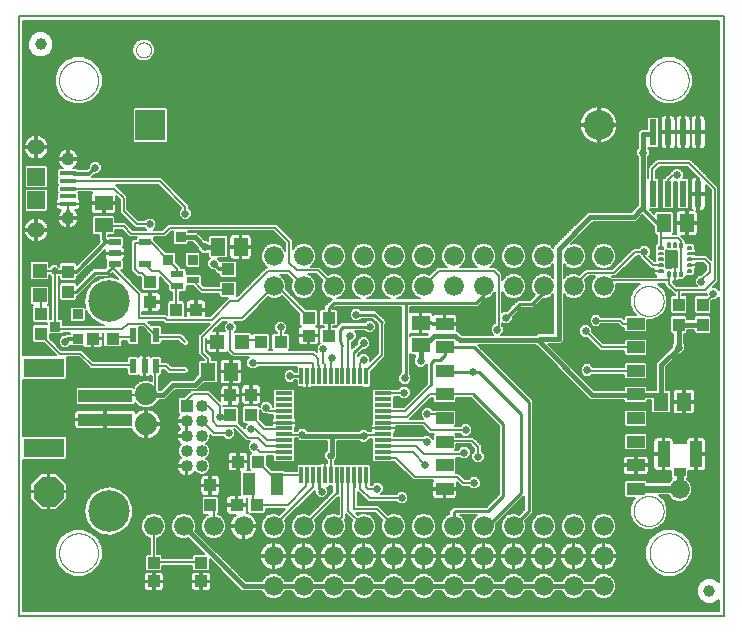
<source format=gtl>
G75*
%MOIN*%
%OFA0B0*%
%FSLAX25Y25*%
%IPPOS*%
%LPD*%
%AMOC8*
5,1,8,0,0,1.08239X$1,22.5*
%
%ADD10C,0.00000*%
%ADD11C,0.00600*%
%ADD12R,0.05906X0.04882*%
%ADD13R,0.03937X0.04331*%
%ADD14R,0.04882X0.05906*%
%ADD15R,0.04724X0.04724*%
%ADD16R,0.04331X0.03937*%
%ADD17C,0.03937*%
%ADD18R,0.03937X0.03937*%
%ADD19C,0.13843*%
%ADD20C,0.06600*%
%ADD21R,0.18110X0.03937*%
%ADD22R,0.13386X0.06299*%
%ADD23R,0.02165X0.04724*%
%ADD24R,0.04331X0.07480*%
%ADD25R,0.04134X0.02165*%
%ADD26R,0.04331X0.01969*%
%ADD27R,0.01181X0.05709*%
%ADD28R,0.05709X0.01181*%
%ADD29R,0.10000X0.10000*%
%ADD30C,0.10000*%
%ADD31R,0.05906X0.03937*%
%ADD32R,0.04134X0.08661*%
%ADD33R,0.03937X0.03150*%
%ADD34C,0.00730*%
%ADD35R,0.02362X0.08661*%
%ADD36C,0.04000*%
%ADD37R,0.04000X0.04000*%
%ADD38C,0.07400*%
%ADD39R,0.05315X0.01575*%
%ADD40C,0.04362*%
%ADD41C,0.05543*%
%ADD42R,0.05906X0.05906*%
%ADD43R,0.03500X0.03200*%
%ADD44R,0.03200X0.03500*%
%ADD45OC8,0.10000*%
%ADD46C,0.02578*%
%ADD47C,0.01000*%
%ADD48C,0.00800*%
%ADD49C,0.01200*%
%ADD50C,0.01600*%
%ADD51C,0.02400*%
D10*
X0052595Y0077996D02*
X0052597Y0078157D01*
X0052603Y0078317D01*
X0052613Y0078478D01*
X0052627Y0078638D01*
X0052645Y0078798D01*
X0052666Y0078957D01*
X0052692Y0079116D01*
X0052722Y0079274D01*
X0052755Y0079431D01*
X0052793Y0079588D01*
X0052834Y0079743D01*
X0052879Y0079897D01*
X0052928Y0080050D01*
X0052981Y0080202D01*
X0053037Y0080353D01*
X0053098Y0080502D01*
X0053161Y0080650D01*
X0053229Y0080796D01*
X0053300Y0080940D01*
X0053374Y0081082D01*
X0053452Y0081223D01*
X0053534Y0081361D01*
X0053619Y0081498D01*
X0053707Y0081632D01*
X0053799Y0081764D01*
X0053894Y0081894D01*
X0053992Y0082022D01*
X0054093Y0082147D01*
X0054197Y0082269D01*
X0054304Y0082389D01*
X0054414Y0082506D01*
X0054527Y0082621D01*
X0054643Y0082732D01*
X0054762Y0082841D01*
X0054883Y0082946D01*
X0055007Y0083049D01*
X0055133Y0083149D01*
X0055261Y0083245D01*
X0055392Y0083338D01*
X0055526Y0083428D01*
X0055661Y0083515D01*
X0055799Y0083598D01*
X0055938Y0083678D01*
X0056080Y0083754D01*
X0056223Y0083827D01*
X0056368Y0083896D01*
X0056515Y0083962D01*
X0056663Y0084024D01*
X0056813Y0084082D01*
X0056964Y0084137D01*
X0057117Y0084188D01*
X0057271Y0084235D01*
X0057426Y0084278D01*
X0057582Y0084317D01*
X0057738Y0084353D01*
X0057896Y0084384D01*
X0058054Y0084412D01*
X0058213Y0084436D01*
X0058373Y0084456D01*
X0058533Y0084472D01*
X0058693Y0084484D01*
X0058854Y0084492D01*
X0059015Y0084496D01*
X0059175Y0084496D01*
X0059336Y0084492D01*
X0059497Y0084484D01*
X0059657Y0084472D01*
X0059817Y0084456D01*
X0059977Y0084436D01*
X0060136Y0084412D01*
X0060294Y0084384D01*
X0060452Y0084353D01*
X0060608Y0084317D01*
X0060764Y0084278D01*
X0060919Y0084235D01*
X0061073Y0084188D01*
X0061226Y0084137D01*
X0061377Y0084082D01*
X0061527Y0084024D01*
X0061675Y0083962D01*
X0061822Y0083896D01*
X0061967Y0083827D01*
X0062110Y0083754D01*
X0062252Y0083678D01*
X0062391Y0083598D01*
X0062529Y0083515D01*
X0062664Y0083428D01*
X0062798Y0083338D01*
X0062929Y0083245D01*
X0063057Y0083149D01*
X0063183Y0083049D01*
X0063307Y0082946D01*
X0063428Y0082841D01*
X0063547Y0082732D01*
X0063663Y0082621D01*
X0063776Y0082506D01*
X0063886Y0082389D01*
X0063993Y0082269D01*
X0064097Y0082147D01*
X0064198Y0082022D01*
X0064296Y0081894D01*
X0064391Y0081764D01*
X0064483Y0081632D01*
X0064571Y0081498D01*
X0064656Y0081361D01*
X0064738Y0081223D01*
X0064816Y0081082D01*
X0064890Y0080940D01*
X0064961Y0080796D01*
X0065029Y0080650D01*
X0065092Y0080502D01*
X0065153Y0080353D01*
X0065209Y0080202D01*
X0065262Y0080050D01*
X0065311Y0079897D01*
X0065356Y0079743D01*
X0065397Y0079588D01*
X0065435Y0079431D01*
X0065468Y0079274D01*
X0065498Y0079116D01*
X0065524Y0078957D01*
X0065545Y0078798D01*
X0065563Y0078638D01*
X0065577Y0078478D01*
X0065587Y0078317D01*
X0065593Y0078157D01*
X0065595Y0077996D01*
X0065593Y0077835D01*
X0065587Y0077675D01*
X0065577Y0077514D01*
X0065563Y0077354D01*
X0065545Y0077194D01*
X0065524Y0077035D01*
X0065498Y0076876D01*
X0065468Y0076718D01*
X0065435Y0076561D01*
X0065397Y0076404D01*
X0065356Y0076249D01*
X0065311Y0076095D01*
X0065262Y0075942D01*
X0065209Y0075790D01*
X0065153Y0075639D01*
X0065092Y0075490D01*
X0065029Y0075342D01*
X0064961Y0075196D01*
X0064890Y0075052D01*
X0064816Y0074910D01*
X0064738Y0074769D01*
X0064656Y0074631D01*
X0064571Y0074494D01*
X0064483Y0074360D01*
X0064391Y0074228D01*
X0064296Y0074098D01*
X0064198Y0073970D01*
X0064097Y0073845D01*
X0063993Y0073723D01*
X0063886Y0073603D01*
X0063776Y0073486D01*
X0063663Y0073371D01*
X0063547Y0073260D01*
X0063428Y0073151D01*
X0063307Y0073046D01*
X0063183Y0072943D01*
X0063057Y0072843D01*
X0062929Y0072747D01*
X0062798Y0072654D01*
X0062664Y0072564D01*
X0062529Y0072477D01*
X0062391Y0072394D01*
X0062252Y0072314D01*
X0062110Y0072238D01*
X0061967Y0072165D01*
X0061822Y0072096D01*
X0061675Y0072030D01*
X0061527Y0071968D01*
X0061377Y0071910D01*
X0061226Y0071855D01*
X0061073Y0071804D01*
X0060919Y0071757D01*
X0060764Y0071714D01*
X0060608Y0071675D01*
X0060452Y0071639D01*
X0060294Y0071608D01*
X0060136Y0071580D01*
X0059977Y0071556D01*
X0059817Y0071536D01*
X0059657Y0071520D01*
X0059497Y0071508D01*
X0059336Y0071500D01*
X0059175Y0071496D01*
X0059015Y0071496D01*
X0058854Y0071500D01*
X0058693Y0071508D01*
X0058533Y0071520D01*
X0058373Y0071536D01*
X0058213Y0071556D01*
X0058054Y0071580D01*
X0057896Y0071608D01*
X0057738Y0071639D01*
X0057582Y0071675D01*
X0057426Y0071714D01*
X0057271Y0071757D01*
X0057117Y0071804D01*
X0056964Y0071855D01*
X0056813Y0071910D01*
X0056663Y0071968D01*
X0056515Y0072030D01*
X0056368Y0072096D01*
X0056223Y0072165D01*
X0056080Y0072238D01*
X0055938Y0072314D01*
X0055799Y0072394D01*
X0055661Y0072477D01*
X0055526Y0072564D01*
X0055392Y0072654D01*
X0055261Y0072747D01*
X0055133Y0072843D01*
X0055007Y0072943D01*
X0054883Y0073046D01*
X0054762Y0073151D01*
X0054643Y0073260D01*
X0054527Y0073371D01*
X0054414Y0073486D01*
X0054304Y0073603D01*
X0054197Y0073723D01*
X0054093Y0073845D01*
X0053992Y0073970D01*
X0053894Y0074098D01*
X0053799Y0074228D01*
X0053707Y0074360D01*
X0053619Y0074494D01*
X0053534Y0074631D01*
X0053452Y0074769D01*
X0053374Y0074910D01*
X0053300Y0075052D01*
X0053229Y0075196D01*
X0053161Y0075342D01*
X0053098Y0075490D01*
X0053037Y0075639D01*
X0052981Y0075790D01*
X0052928Y0075942D01*
X0052879Y0076095D01*
X0052834Y0076249D01*
X0052793Y0076404D01*
X0052755Y0076561D01*
X0052722Y0076718D01*
X0052692Y0076876D01*
X0052666Y0077035D01*
X0052645Y0077194D01*
X0052627Y0077354D01*
X0052613Y0077514D01*
X0052603Y0077675D01*
X0052597Y0077835D01*
X0052595Y0077996D01*
X0052595Y0235476D02*
X0052597Y0235637D01*
X0052603Y0235797D01*
X0052613Y0235958D01*
X0052627Y0236118D01*
X0052645Y0236278D01*
X0052666Y0236437D01*
X0052692Y0236596D01*
X0052722Y0236754D01*
X0052755Y0236911D01*
X0052793Y0237068D01*
X0052834Y0237223D01*
X0052879Y0237377D01*
X0052928Y0237530D01*
X0052981Y0237682D01*
X0053037Y0237833D01*
X0053098Y0237982D01*
X0053161Y0238130D01*
X0053229Y0238276D01*
X0053300Y0238420D01*
X0053374Y0238562D01*
X0053452Y0238703D01*
X0053534Y0238841D01*
X0053619Y0238978D01*
X0053707Y0239112D01*
X0053799Y0239244D01*
X0053894Y0239374D01*
X0053992Y0239502D01*
X0054093Y0239627D01*
X0054197Y0239749D01*
X0054304Y0239869D01*
X0054414Y0239986D01*
X0054527Y0240101D01*
X0054643Y0240212D01*
X0054762Y0240321D01*
X0054883Y0240426D01*
X0055007Y0240529D01*
X0055133Y0240629D01*
X0055261Y0240725D01*
X0055392Y0240818D01*
X0055526Y0240908D01*
X0055661Y0240995D01*
X0055799Y0241078D01*
X0055938Y0241158D01*
X0056080Y0241234D01*
X0056223Y0241307D01*
X0056368Y0241376D01*
X0056515Y0241442D01*
X0056663Y0241504D01*
X0056813Y0241562D01*
X0056964Y0241617D01*
X0057117Y0241668D01*
X0057271Y0241715D01*
X0057426Y0241758D01*
X0057582Y0241797D01*
X0057738Y0241833D01*
X0057896Y0241864D01*
X0058054Y0241892D01*
X0058213Y0241916D01*
X0058373Y0241936D01*
X0058533Y0241952D01*
X0058693Y0241964D01*
X0058854Y0241972D01*
X0059015Y0241976D01*
X0059175Y0241976D01*
X0059336Y0241972D01*
X0059497Y0241964D01*
X0059657Y0241952D01*
X0059817Y0241936D01*
X0059977Y0241916D01*
X0060136Y0241892D01*
X0060294Y0241864D01*
X0060452Y0241833D01*
X0060608Y0241797D01*
X0060764Y0241758D01*
X0060919Y0241715D01*
X0061073Y0241668D01*
X0061226Y0241617D01*
X0061377Y0241562D01*
X0061527Y0241504D01*
X0061675Y0241442D01*
X0061822Y0241376D01*
X0061967Y0241307D01*
X0062110Y0241234D01*
X0062252Y0241158D01*
X0062391Y0241078D01*
X0062529Y0240995D01*
X0062664Y0240908D01*
X0062798Y0240818D01*
X0062929Y0240725D01*
X0063057Y0240629D01*
X0063183Y0240529D01*
X0063307Y0240426D01*
X0063428Y0240321D01*
X0063547Y0240212D01*
X0063663Y0240101D01*
X0063776Y0239986D01*
X0063886Y0239869D01*
X0063993Y0239749D01*
X0064097Y0239627D01*
X0064198Y0239502D01*
X0064296Y0239374D01*
X0064391Y0239244D01*
X0064483Y0239112D01*
X0064571Y0238978D01*
X0064656Y0238841D01*
X0064738Y0238703D01*
X0064816Y0238562D01*
X0064890Y0238420D01*
X0064961Y0238276D01*
X0065029Y0238130D01*
X0065092Y0237982D01*
X0065153Y0237833D01*
X0065209Y0237682D01*
X0065262Y0237530D01*
X0065311Y0237377D01*
X0065356Y0237223D01*
X0065397Y0237068D01*
X0065435Y0236911D01*
X0065468Y0236754D01*
X0065498Y0236596D01*
X0065524Y0236437D01*
X0065545Y0236278D01*
X0065563Y0236118D01*
X0065577Y0235958D01*
X0065587Y0235797D01*
X0065593Y0235637D01*
X0065595Y0235476D01*
X0065593Y0235315D01*
X0065587Y0235155D01*
X0065577Y0234994D01*
X0065563Y0234834D01*
X0065545Y0234674D01*
X0065524Y0234515D01*
X0065498Y0234356D01*
X0065468Y0234198D01*
X0065435Y0234041D01*
X0065397Y0233884D01*
X0065356Y0233729D01*
X0065311Y0233575D01*
X0065262Y0233422D01*
X0065209Y0233270D01*
X0065153Y0233119D01*
X0065092Y0232970D01*
X0065029Y0232822D01*
X0064961Y0232676D01*
X0064890Y0232532D01*
X0064816Y0232390D01*
X0064738Y0232249D01*
X0064656Y0232111D01*
X0064571Y0231974D01*
X0064483Y0231840D01*
X0064391Y0231708D01*
X0064296Y0231578D01*
X0064198Y0231450D01*
X0064097Y0231325D01*
X0063993Y0231203D01*
X0063886Y0231083D01*
X0063776Y0230966D01*
X0063663Y0230851D01*
X0063547Y0230740D01*
X0063428Y0230631D01*
X0063307Y0230526D01*
X0063183Y0230423D01*
X0063057Y0230323D01*
X0062929Y0230227D01*
X0062798Y0230134D01*
X0062664Y0230044D01*
X0062529Y0229957D01*
X0062391Y0229874D01*
X0062252Y0229794D01*
X0062110Y0229718D01*
X0061967Y0229645D01*
X0061822Y0229576D01*
X0061675Y0229510D01*
X0061527Y0229448D01*
X0061377Y0229390D01*
X0061226Y0229335D01*
X0061073Y0229284D01*
X0060919Y0229237D01*
X0060764Y0229194D01*
X0060608Y0229155D01*
X0060452Y0229119D01*
X0060294Y0229088D01*
X0060136Y0229060D01*
X0059977Y0229036D01*
X0059817Y0229016D01*
X0059657Y0229000D01*
X0059497Y0228988D01*
X0059336Y0228980D01*
X0059175Y0228976D01*
X0059015Y0228976D01*
X0058854Y0228980D01*
X0058693Y0228988D01*
X0058533Y0229000D01*
X0058373Y0229016D01*
X0058213Y0229036D01*
X0058054Y0229060D01*
X0057896Y0229088D01*
X0057738Y0229119D01*
X0057582Y0229155D01*
X0057426Y0229194D01*
X0057271Y0229237D01*
X0057117Y0229284D01*
X0056964Y0229335D01*
X0056813Y0229390D01*
X0056663Y0229448D01*
X0056515Y0229510D01*
X0056368Y0229576D01*
X0056223Y0229645D01*
X0056080Y0229718D01*
X0055938Y0229794D01*
X0055799Y0229874D01*
X0055661Y0229957D01*
X0055526Y0230044D01*
X0055392Y0230134D01*
X0055261Y0230227D01*
X0055133Y0230323D01*
X0055007Y0230423D01*
X0054883Y0230526D01*
X0054762Y0230631D01*
X0054643Y0230740D01*
X0054527Y0230851D01*
X0054414Y0230966D01*
X0054304Y0231083D01*
X0054197Y0231203D01*
X0054093Y0231325D01*
X0053992Y0231450D01*
X0053894Y0231578D01*
X0053799Y0231708D01*
X0053707Y0231840D01*
X0053619Y0231974D01*
X0053534Y0232111D01*
X0053452Y0232249D01*
X0053374Y0232390D01*
X0053300Y0232532D01*
X0053229Y0232676D01*
X0053161Y0232822D01*
X0053098Y0232970D01*
X0053037Y0233119D01*
X0052981Y0233270D01*
X0052928Y0233422D01*
X0052879Y0233575D01*
X0052834Y0233729D01*
X0052793Y0233884D01*
X0052755Y0234041D01*
X0052722Y0234198D01*
X0052692Y0234356D01*
X0052666Y0234515D01*
X0052645Y0234674D01*
X0052627Y0234834D01*
X0052613Y0234994D01*
X0052603Y0235155D01*
X0052597Y0235315D01*
X0052595Y0235476D01*
X0078268Y0245630D02*
X0078270Y0245729D01*
X0078276Y0245829D01*
X0078286Y0245928D01*
X0078300Y0246026D01*
X0078317Y0246124D01*
X0078339Y0246221D01*
X0078364Y0246317D01*
X0078393Y0246412D01*
X0078426Y0246506D01*
X0078463Y0246598D01*
X0078503Y0246689D01*
X0078547Y0246778D01*
X0078595Y0246866D01*
X0078646Y0246951D01*
X0078700Y0247034D01*
X0078757Y0247116D01*
X0078818Y0247194D01*
X0078882Y0247271D01*
X0078948Y0247344D01*
X0079018Y0247415D01*
X0079090Y0247483D01*
X0079165Y0247549D01*
X0079243Y0247611D01*
X0079323Y0247670D01*
X0079405Y0247726D01*
X0079489Y0247778D01*
X0079576Y0247827D01*
X0079664Y0247873D01*
X0079754Y0247915D01*
X0079846Y0247954D01*
X0079939Y0247989D01*
X0080033Y0248020D01*
X0080129Y0248047D01*
X0080226Y0248070D01*
X0080323Y0248090D01*
X0080421Y0248106D01*
X0080520Y0248118D01*
X0080619Y0248126D01*
X0080718Y0248130D01*
X0080818Y0248130D01*
X0080917Y0248126D01*
X0081016Y0248118D01*
X0081115Y0248106D01*
X0081213Y0248090D01*
X0081310Y0248070D01*
X0081407Y0248047D01*
X0081503Y0248020D01*
X0081597Y0247989D01*
X0081690Y0247954D01*
X0081782Y0247915D01*
X0081872Y0247873D01*
X0081960Y0247827D01*
X0082047Y0247778D01*
X0082131Y0247726D01*
X0082213Y0247670D01*
X0082293Y0247611D01*
X0082371Y0247549D01*
X0082446Y0247483D01*
X0082518Y0247415D01*
X0082588Y0247344D01*
X0082654Y0247271D01*
X0082718Y0247194D01*
X0082779Y0247116D01*
X0082836Y0247034D01*
X0082890Y0246951D01*
X0082941Y0246866D01*
X0082989Y0246778D01*
X0083033Y0246689D01*
X0083073Y0246598D01*
X0083110Y0246506D01*
X0083143Y0246412D01*
X0083172Y0246317D01*
X0083197Y0246221D01*
X0083219Y0246124D01*
X0083236Y0246026D01*
X0083250Y0245928D01*
X0083260Y0245829D01*
X0083266Y0245729D01*
X0083268Y0245630D01*
X0083266Y0245531D01*
X0083260Y0245431D01*
X0083250Y0245332D01*
X0083236Y0245234D01*
X0083219Y0245136D01*
X0083197Y0245039D01*
X0083172Y0244943D01*
X0083143Y0244848D01*
X0083110Y0244754D01*
X0083073Y0244662D01*
X0083033Y0244571D01*
X0082989Y0244482D01*
X0082941Y0244394D01*
X0082890Y0244309D01*
X0082836Y0244226D01*
X0082779Y0244144D01*
X0082718Y0244066D01*
X0082654Y0243989D01*
X0082588Y0243916D01*
X0082518Y0243845D01*
X0082446Y0243777D01*
X0082371Y0243711D01*
X0082293Y0243649D01*
X0082213Y0243590D01*
X0082131Y0243534D01*
X0082047Y0243482D01*
X0081960Y0243433D01*
X0081872Y0243387D01*
X0081782Y0243345D01*
X0081690Y0243306D01*
X0081597Y0243271D01*
X0081503Y0243240D01*
X0081407Y0243213D01*
X0081310Y0243190D01*
X0081213Y0243170D01*
X0081115Y0243154D01*
X0081016Y0243142D01*
X0080917Y0243134D01*
X0080818Y0243130D01*
X0080718Y0243130D01*
X0080619Y0243134D01*
X0080520Y0243142D01*
X0080421Y0243154D01*
X0080323Y0243170D01*
X0080226Y0243190D01*
X0080129Y0243213D01*
X0080033Y0243240D01*
X0079939Y0243271D01*
X0079846Y0243306D01*
X0079754Y0243345D01*
X0079664Y0243387D01*
X0079576Y0243433D01*
X0079489Y0243482D01*
X0079405Y0243534D01*
X0079323Y0243590D01*
X0079243Y0243649D01*
X0079165Y0243711D01*
X0079090Y0243777D01*
X0079018Y0243845D01*
X0078948Y0243916D01*
X0078882Y0243989D01*
X0078818Y0244066D01*
X0078757Y0244144D01*
X0078700Y0244226D01*
X0078646Y0244309D01*
X0078595Y0244394D01*
X0078547Y0244482D01*
X0078503Y0244571D01*
X0078463Y0244662D01*
X0078426Y0244754D01*
X0078393Y0244848D01*
X0078364Y0244943D01*
X0078339Y0245039D01*
X0078317Y0245136D01*
X0078300Y0245234D01*
X0078286Y0245332D01*
X0078276Y0245431D01*
X0078270Y0245531D01*
X0078268Y0245630D01*
X0244095Y0161933D02*
X0244097Y0162074D01*
X0244103Y0162215D01*
X0244113Y0162355D01*
X0244127Y0162495D01*
X0244145Y0162635D01*
X0244166Y0162774D01*
X0244192Y0162913D01*
X0244221Y0163051D01*
X0244255Y0163187D01*
X0244292Y0163323D01*
X0244333Y0163458D01*
X0244378Y0163592D01*
X0244427Y0163724D01*
X0244479Y0163855D01*
X0244535Y0163984D01*
X0244595Y0164111D01*
X0244658Y0164237D01*
X0244724Y0164361D01*
X0244795Y0164484D01*
X0244868Y0164604D01*
X0244945Y0164722D01*
X0245025Y0164838D01*
X0245109Y0164951D01*
X0245195Y0165062D01*
X0245285Y0165171D01*
X0245378Y0165277D01*
X0245473Y0165380D01*
X0245572Y0165481D01*
X0245673Y0165579D01*
X0245777Y0165674D01*
X0245884Y0165766D01*
X0245993Y0165855D01*
X0246105Y0165940D01*
X0246219Y0166023D01*
X0246335Y0166103D01*
X0246454Y0166179D01*
X0246575Y0166251D01*
X0246697Y0166321D01*
X0246822Y0166386D01*
X0246948Y0166449D01*
X0247076Y0166507D01*
X0247206Y0166562D01*
X0247337Y0166614D01*
X0247470Y0166661D01*
X0247604Y0166705D01*
X0247739Y0166746D01*
X0247875Y0166782D01*
X0248012Y0166814D01*
X0248150Y0166843D01*
X0248288Y0166868D01*
X0248428Y0166888D01*
X0248568Y0166905D01*
X0248708Y0166918D01*
X0248849Y0166927D01*
X0248989Y0166932D01*
X0249130Y0166933D01*
X0249271Y0166930D01*
X0249412Y0166923D01*
X0249552Y0166912D01*
X0249692Y0166897D01*
X0249832Y0166878D01*
X0249971Y0166856D01*
X0250109Y0166829D01*
X0250247Y0166799D01*
X0250383Y0166764D01*
X0250519Y0166726D01*
X0250653Y0166684D01*
X0250787Y0166638D01*
X0250919Y0166589D01*
X0251049Y0166535D01*
X0251178Y0166478D01*
X0251305Y0166418D01*
X0251431Y0166354D01*
X0251554Y0166286D01*
X0251676Y0166215D01*
X0251796Y0166141D01*
X0251913Y0166063D01*
X0252028Y0165982D01*
X0252141Y0165898D01*
X0252252Y0165811D01*
X0252360Y0165720D01*
X0252465Y0165627D01*
X0252568Y0165530D01*
X0252668Y0165431D01*
X0252765Y0165329D01*
X0252859Y0165224D01*
X0252950Y0165117D01*
X0253038Y0165007D01*
X0253123Y0164895D01*
X0253205Y0164780D01*
X0253284Y0164663D01*
X0253359Y0164544D01*
X0253431Y0164423D01*
X0253499Y0164300D01*
X0253564Y0164175D01*
X0253626Y0164048D01*
X0253683Y0163919D01*
X0253738Y0163789D01*
X0253788Y0163658D01*
X0253835Y0163525D01*
X0253878Y0163391D01*
X0253917Y0163255D01*
X0253952Y0163119D01*
X0253984Y0162982D01*
X0254011Y0162844D01*
X0254035Y0162705D01*
X0254055Y0162565D01*
X0254071Y0162425D01*
X0254083Y0162285D01*
X0254091Y0162144D01*
X0254095Y0162003D01*
X0254095Y0161863D01*
X0254091Y0161722D01*
X0254083Y0161581D01*
X0254071Y0161441D01*
X0254055Y0161301D01*
X0254035Y0161161D01*
X0254011Y0161022D01*
X0253984Y0160884D01*
X0253952Y0160747D01*
X0253917Y0160611D01*
X0253878Y0160475D01*
X0253835Y0160341D01*
X0253788Y0160208D01*
X0253738Y0160077D01*
X0253683Y0159947D01*
X0253626Y0159818D01*
X0253564Y0159691D01*
X0253499Y0159566D01*
X0253431Y0159443D01*
X0253359Y0159322D01*
X0253284Y0159203D01*
X0253205Y0159086D01*
X0253123Y0158971D01*
X0253038Y0158859D01*
X0252950Y0158749D01*
X0252859Y0158642D01*
X0252765Y0158537D01*
X0252668Y0158435D01*
X0252568Y0158336D01*
X0252465Y0158239D01*
X0252360Y0158146D01*
X0252252Y0158055D01*
X0252141Y0157968D01*
X0252028Y0157884D01*
X0251913Y0157803D01*
X0251796Y0157725D01*
X0251676Y0157651D01*
X0251554Y0157580D01*
X0251431Y0157512D01*
X0251305Y0157448D01*
X0251178Y0157388D01*
X0251049Y0157331D01*
X0250919Y0157277D01*
X0250787Y0157228D01*
X0250653Y0157182D01*
X0250519Y0157140D01*
X0250383Y0157102D01*
X0250247Y0157067D01*
X0250109Y0157037D01*
X0249971Y0157010D01*
X0249832Y0156988D01*
X0249692Y0156969D01*
X0249552Y0156954D01*
X0249412Y0156943D01*
X0249271Y0156936D01*
X0249130Y0156933D01*
X0248989Y0156934D01*
X0248849Y0156939D01*
X0248708Y0156948D01*
X0248568Y0156961D01*
X0248428Y0156978D01*
X0248288Y0156998D01*
X0248150Y0157023D01*
X0248012Y0157052D01*
X0247875Y0157084D01*
X0247739Y0157120D01*
X0247604Y0157161D01*
X0247470Y0157205D01*
X0247337Y0157252D01*
X0247206Y0157304D01*
X0247076Y0157359D01*
X0246948Y0157417D01*
X0246822Y0157480D01*
X0246697Y0157545D01*
X0246575Y0157615D01*
X0246454Y0157687D01*
X0246335Y0157763D01*
X0246219Y0157843D01*
X0246105Y0157926D01*
X0245993Y0158011D01*
X0245884Y0158100D01*
X0245777Y0158192D01*
X0245673Y0158287D01*
X0245572Y0158385D01*
X0245473Y0158486D01*
X0245378Y0158589D01*
X0245285Y0158695D01*
X0245195Y0158804D01*
X0245109Y0158915D01*
X0245025Y0159028D01*
X0244945Y0159144D01*
X0244868Y0159262D01*
X0244795Y0159382D01*
X0244724Y0159505D01*
X0244658Y0159629D01*
X0244595Y0159755D01*
X0244535Y0159882D01*
X0244479Y0160011D01*
X0244427Y0160142D01*
X0244378Y0160274D01*
X0244333Y0160408D01*
X0244292Y0160543D01*
X0244255Y0160679D01*
X0244221Y0160815D01*
X0244192Y0160953D01*
X0244166Y0161092D01*
X0244145Y0161231D01*
X0244127Y0161371D01*
X0244113Y0161511D01*
X0244103Y0161651D01*
X0244097Y0161792D01*
X0244095Y0161933D01*
X0244095Y0091933D02*
X0244097Y0092074D01*
X0244103Y0092215D01*
X0244113Y0092355D01*
X0244127Y0092495D01*
X0244145Y0092635D01*
X0244166Y0092774D01*
X0244192Y0092913D01*
X0244221Y0093051D01*
X0244255Y0093187D01*
X0244292Y0093323D01*
X0244333Y0093458D01*
X0244378Y0093592D01*
X0244427Y0093724D01*
X0244479Y0093855D01*
X0244535Y0093984D01*
X0244595Y0094111D01*
X0244658Y0094237D01*
X0244724Y0094361D01*
X0244795Y0094484D01*
X0244868Y0094604D01*
X0244945Y0094722D01*
X0245025Y0094838D01*
X0245109Y0094951D01*
X0245195Y0095062D01*
X0245285Y0095171D01*
X0245378Y0095277D01*
X0245473Y0095380D01*
X0245572Y0095481D01*
X0245673Y0095579D01*
X0245777Y0095674D01*
X0245884Y0095766D01*
X0245993Y0095855D01*
X0246105Y0095940D01*
X0246219Y0096023D01*
X0246335Y0096103D01*
X0246454Y0096179D01*
X0246575Y0096251D01*
X0246697Y0096321D01*
X0246822Y0096386D01*
X0246948Y0096449D01*
X0247076Y0096507D01*
X0247206Y0096562D01*
X0247337Y0096614D01*
X0247470Y0096661D01*
X0247604Y0096705D01*
X0247739Y0096746D01*
X0247875Y0096782D01*
X0248012Y0096814D01*
X0248150Y0096843D01*
X0248288Y0096868D01*
X0248428Y0096888D01*
X0248568Y0096905D01*
X0248708Y0096918D01*
X0248849Y0096927D01*
X0248989Y0096932D01*
X0249130Y0096933D01*
X0249271Y0096930D01*
X0249412Y0096923D01*
X0249552Y0096912D01*
X0249692Y0096897D01*
X0249832Y0096878D01*
X0249971Y0096856D01*
X0250109Y0096829D01*
X0250247Y0096799D01*
X0250383Y0096764D01*
X0250519Y0096726D01*
X0250653Y0096684D01*
X0250787Y0096638D01*
X0250919Y0096589D01*
X0251049Y0096535D01*
X0251178Y0096478D01*
X0251305Y0096418D01*
X0251431Y0096354D01*
X0251554Y0096286D01*
X0251676Y0096215D01*
X0251796Y0096141D01*
X0251913Y0096063D01*
X0252028Y0095982D01*
X0252141Y0095898D01*
X0252252Y0095811D01*
X0252360Y0095720D01*
X0252465Y0095627D01*
X0252568Y0095530D01*
X0252668Y0095431D01*
X0252765Y0095329D01*
X0252859Y0095224D01*
X0252950Y0095117D01*
X0253038Y0095007D01*
X0253123Y0094895D01*
X0253205Y0094780D01*
X0253284Y0094663D01*
X0253359Y0094544D01*
X0253431Y0094423D01*
X0253499Y0094300D01*
X0253564Y0094175D01*
X0253626Y0094048D01*
X0253683Y0093919D01*
X0253738Y0093789D01*
X0253788Y0093658D01*
X0253835Y0093525D01*
X0253878Y0093391D01*
X0253917Y0093255D01*
X0253952Y0093119D01*
X0253984Y0092982D01*
X0254011Y0092844D01*
X0254035Y0092705D01*
X0254055Y0092565D01*
X0254071Y0092425D01*
X0254083Y0092285D01*
X0254091Y0092144D01*
X0254095Y0092003D01*
X0254095Y0091863D01*
X0254091Y0091722D01*
X0254083Y0091581D01*
X0254071Y0091441D01*
X0254055Y0091301D01*
X0254035Y0091161D01*
X0254011Y0091022D01*
X0253984Y0090884D01*
X0253952Y0090747D01*
X0253917Y0090611D01*
X0253878Y0090475D01*
X0253835Y0090341D01*
X0253788Y0090208D01*
X0253738Y0090077D01*
X0253683Y0089947D01*
X0253626Y0089818D01*
X0253564Y0089691D01*
X0253499Y0089566D01*
X0253431Y0089443D01*
X0253359Y0089322D01*
X0253284Y0089203D01*
X0253205Y0089086D01*
X0253123Y0088971D01*
X0253038Y0088859D01*
X0252950Y0088749D01*
X0252859Y0088642D01*
X0252765Y0088537D01*
X0252668Y0088435D01*
X0252568Y0088336D01*
X0252465Y0088239D01*
X0252360Y0088146D01*
X0252252Y0088055D01*
X0252141Y0087968D01*
X0252028Y0087884D01*
X0251913Y0087803D01*
X0251796Y0087725D01*
X0251676Y0087651D01*
X0251554Y0087580D01*
X0251431Y0087512D01*
X0251305Y0087448D01*
X0251178Y0087388D01*
X0251049Y0087331D01*
X0250919Y0087277D01*
X0250787Y0087228D01*
X0250653Y0087182D01*
X0250519Y0087140D01*
X0250383Y0087102D01*
X0250247Y0087067D01*
X0250109Y0087037D01*
X0249971Y0087010D01*
X0249832Y0086988D01*
X0249692Y0086969D01*
X0249552Y0086954D01*
X0249412Y0086943D01*
X0249271Y0086936D01*
X0249130Y0086933D01*
X0248989Y0086934D01*
X0248849Y0086939D01*
X0248708Y0086948D01*
X0248568Y0086961D01*
X0248428Y0086978D01*
X0248288Y0086998D01*
X0248150Y0087023D01*
X0248012Y0087052D01*
X0247875Y0087084D01*
X0247739Y0087120D01*
X0247604Y0087161D01*
X0247470Y0087205D01*
X0247337Y0087252D01*
X0247206Y0087304D01*
X0247076Y0087359D01*
X0246948Y0087417D01*
X0246822Y0087480D01*
X0246697Y0087545D01*
X0246575Y0087615D01*
X0246454Y0087687D01*
X0246335Y0087763D01*
X0246219Y0087843D01*
X0246105Y0087926D01*
X0245993Y0088011D01*
X0245884Y0088100D01*
X0245777Y0088192D01*
X0245673Y0088287D01*
X0245572Y0088385D01*
X0245473Y0088486D01*
X0245378Y0088589D01*
X0245285Y0088695D01*
X0245195Y0088804D01*
X0245109Y0088915D01*
X0245025Y0089028D01*
X0244945Y0089144D01*
X0244868Y0089262D01*
X0244795Y0089382D01*
X0244724Y0089505D01*
X0244658Y0089629D01*
X0244595Y0089755D01*
X0244535Y0089882D01*
X0244479Y0090011D01*
X0244427Y0090142D01*
X0244378Y0090274D01*
X0244333Y0090408D01*
X0244292Y0090543D01*
X0244255Y0090679D01*
X0244221Y0090815D01*
X0244192Y0090953D01*
X0244166Y0091092D01*
X0244145Y0091231D01*
X0244127Y0091371D01*
X0244113Y0091511D01*
X0244103Y0091651D01*
X0244097Y0091792D01*
X0244095Y0091933D01*
X0249446Y0077996D02*
X0249448Y0078157D01*
X0249454Y0078317D01*
X0249464Y0078478D01*
X0249478Y0078638D01*
X0249496Y0078798D01*
X0249517Y0078957D01*
X0249543Y0079116D01*
X0249573Y0079274D01*
X0249606Y0079431D01*
X0249644Y0079588D01*
X0249685Y0079743D01*
X0249730Y0079897D01*
X0249779Y0080050D01*
X0249832Y0080202D01*
X0249888Y0080353D01*
X0249949Y0080502D01*
X0250012Y0080650D01*
X0250080Y0080796D01*
X0250151Y0080940D01*
X0250225Y0081082D01*
X0250303Y0081223D01*
X0250385Y0081361D01*
X0250470Y0081498D01*
X0250558Y0081632D01*
X0250650Y0081764D01*
X0250745Y0081894D01*
X0250843Y0082022D01*
X0250944Y0082147D01*
X0251048Y0082269D01*
X0251155Y0082389D01*
X0251265Y0082506D01*
X0251378Y0082621D01*
X0251494Y0082732D01*
X0251613Y0082841D01*
X0251734Y0082946D01*
X0251858Y0083049D01*
X0251984Y0083149D01*
X0252112Y0083245D01*
X0252243Y0083338D01*
X0252377Y0083428D01*
X0252512Y0083515D01*
X0252650Y0083598D01*
X0252789Y0083678D01*
X0252931Y0083754D01*
X0253074Y0083827D01*
X0253219Y0083896D01*
X0253366Y0083962D01*
X0253514Y0084024D01*
X0253664Y0084082D01*
X0253815Y0084137D01*
X0253968Y0084188D01*
X0254122Y0084235D01*
X0254277Y0084278D01*
X0254433Y0084317D01*
X0254589Y0084353D01*
X0254747Y0084384D01*
X0254905Y0084412D01*
X0255064Y0084436D01*
X0255224Y0084456D01*
X0255384Y0084472D01*
X0255544Y0084484D01*
X0255705Y0084492D01*
X0255866Y0084496D01*
X0256026Y0084496D01*
X0256187Y0084492D01*
X0256348Y0084484D01*
X0256508Y0084472D01*
X0256668Y0084456D01*
X0256828Y0084436D01*
X0256987Y0084412D01*
X0257145Y0084384D01*
X0257303Y0084353D01*
X0257459Y0084317D01*
X0257615Y0084278D01*
X0257770Y0084235D01*
X0257924Y0084188D01*
X0258077Y0084137D01*
X0258228Y0084082D01*
X0258378Y0084024D01*
X0258526Y0083962D01*
X0258673Y0083896D01*
X0258818Y0083827D01*
X0258961Y0083754D01*
X0259103Y0083678D01*
X0259242Y0083598D01*
X0259380Y0083515D01*
X0259515Y0083428D01*
X0259649Y0083338D01*
X0259780Y0083245D01*
X0259908Y0083149D01*
X0260034Y0083049D01*
X0260158Y0082946D01*
X0260279Y0082841D01*
X0260398Y0082732D01*
X0260514Y0082621D01*
X0260627Y0082506D01*
X0260737Y0082389D01*
X0260844Y0082269D01*
X0260948Y0082147D01*
X0261049Y0082022D01*
X0261147Y0081894D01*
X0261242Y0081764D01*
X0261334Y0081632D01*
X0261422Y0081498D01*
X0261507Y0081361D01*
X0261589Y0081223D01*
X0261667Y0081082D01*
X0261741Y0080940D01*
X0261812Y0080796D01*
X0261880Y0080650D01*
X0261943Y0080502D01*
X0262004Y0080353D01*
X0262060Y0080202D01*
X0262113Y0080050D01*
X0262162Y0079897D01*
X0262207Y0079743D01*
X0262248Y0079588D01*
X0262286Y0079431D01*
X0262319Y0079274D01*
X0262349Y0079116D01*
X0262375Y0078957D01*
X0262396Y0078798D01*
X0262414Y0078638D01*
X0262428Y0078478D01*
X0262438Y0078317D01*
X0262444Y0078157D01*
X0262446Y0077996D01*
X0262444Y0077835D01*
X0262438Y0077675D01*
X0262428Y0077514D01*
X0262414Y0077354D01*
X0262396Y0077194D01*
X0262375Y0077035D01*
X0262349Y0076876D01*
X0262319Y0076718D01*
X0262286Y0076561D01*
X0262248Y0076404D01*
X0262207Y0076249D01*
X0262162Y0076095D01*
X0262113Y0075942D01*
X0262060Y0075790D01*
X0262004Y0075639D01*
X0261943Y0075490D01*
X0261880Y0075342D01*
X0261812Y0075196D01*
X0261741Y0075052D01*
X0261667Y0074910D01*
X0261589Y0074769D01*
X0261507Y0074631D01*
X0261422Y0074494D01*
X0261334Y0074360D01*
X0261242Y0074228D01*
X0261147Y0074098D01*
X0261049Y0073970D01*
X0260948Y0073845D01*
X0260844Y0073723D01*
X0260737Y0073603D01*
X0260627Y0073486D01*
X0260514Y0073371D01*
X0260398Y0073260D01*
X0260279Y0073151D01*
X0260158Y0073046D01*
X0260034Y0072943D01*
X0259908Y0072843D01*
X0259780Y0072747D01*
X0259649Y0072654D01*
X0259515Y0072564D01*
X0259380Y0072477D01*
X0259242Y0072394D01*
X0259103Y0072314D01*
X0258961Y0072238D01*
X0258818Y0072165D01*
X0258673Y0072096D01*
X0258526Y0072030D01*
X0258378Y0071968D01*
X0258228Y0071910D01*
X0258077Y0071855D01*
X0257924Y0071804D01*
X0257770Y0071757D01*
X0257615Y0071714D01*
X0257459Y0071675D01*
X0257303Y0071639D01*
X0257145Y0071608D01*
X0256987Y0071580D01*
X0256828Y0071556D01*
X0256668Y0071536D01*
X0256508Y0071520D01*
X0256348Y0071508D01*
X0256187Y0071500D01*
X0256026Y0071496D01*
X0255866Y0071496D01*
X0255705Y0071500D01*
X0255544Y0071508D01*
X0255384Y0071520D01*
X0255224Y0071536D01*
X0255064Y0071556D01*
X0254905Y0071580D01*
X0254747Y0071608D01*
X0254589Y0071639D01*
X0254433Y0071675D01*
X0254277Y0071714D01*
X0254122Y0071757D01*
X0253968Y0071804D01*
X0253815Y0071855D01*
X0253664Y0071910D01*
X0253514Y0071968D01*
X0253366Y0072030D01*
X0253219Y0072096D01*
X0253074Y0072165D01*
X0252931Y0072238D01*
X0252789Y0072314D01*
X0252650Y0072394D01*
X0252512Y0072477D01*
X0252377Y0072564D01*
X0252243Y0072654D01*
X0252112Y0072747D01*
X0251984Y0072843D01*
X0251858Y0072943D01*
X0251734Y0073046D01*
X0251613Y0073151D01*
X0251494Y0073260D01*
X0251378Y0073371D01*
X0251265Y0073486D01*
X0251155Y0073603D01*
X0251048Y0073723D01*
X0250944Y0073845D01*
X0250843Y0073970D01*
X0250745Y0074098D01*
X0250650Y0074228D01*
X0250558Y0074360D01*
X0250470Y0074494D01*
X0250385Y0074631D01*
X0250303Y0074769D01*
X0250225Y0074910D01*
X0250151Y0075052D01*
X0250080Y0075196D01*
X0250012Y0075342D01*
X0249949Y0075490D01*
X0249888Y0075639D01*
X0249832Y0075790D01*
X0249779Y0075942D01*
X0249730Y0076095D01*
X0249685Y0076249D01*
X0249644Y0076404D01*
X0249606Y0076561D01*
X0249573Y0076718D01*
X0249543Y0076876D01*
X0249517Y0077035D01*
X0249496Y0077194D01*
X0249478Y0077354D01*
X0249464Y0077514D01*
X0249454Y0077675D01*
X0249448Y0077835D01*
X0249446Y0077996D01*
X0249446Y0235476D02*
X0249448Y0235637D01*
X0249454Y0235797D01*
X0249464Y0235958D01*
X0249478Y0236118D01*
X0249496Y0236278D01*
X0249517Y0236437D01*
X0249543Y0236596D01*
X0249573Y0236754D01*
X0249606Y0236911D01*
X0249644Y0237068D01*
X0249685Y0237223D01*
X0249730Y0237377D01*
X0249779Y0237530D01*
X0249832Y0237682D01*
X0249888Y0237833D01*
X0249949Y0237982D01*
X0250012Y0238130D01*
X0250080Y0238276D01*
X0250151Y0238420D01*
X0250225Y0238562D01*
X0250303Y0238703D01*
X0250385Y0238841D01*
X0250470Y0238978D01*
X0250558Y0239112D01*
X0250650Y0239244D01*
X0250745Y0239374D01*
X0250843Y0239502D01*
X0250944Y0239627D01*
X0251048Y0239749D01*
X0251155Y0239869D01*
X0251265Y0239986D01*
X0251378Y0240101D01*
X0251494Y0240212D01*
X0251613Y0240321D01*
X0251734Y0240426D01*
X0251858Y0240529D01*
X0251984Y0240629D01*
X0252112Y0240725D01*
X0252243Y0240818D01*
X0252377Y0240908D01*
X0252512Y0240995D01*
X0252650Y0241078D01*
X0252789Y0241158D01*
X0252931Y0241234D01*
X0253074Y0241307D01*
X0253219Y0241376D01*
X0253366Y0241442D01*
X0253514Y0241504D01*
X0253664Y0241562D01*
X0253815Y0241617D01*
X0253968Y0241668D01*
X0254122Y0241715D01*
X0254277Y0241758D01*
X0254433Y0241797D01*
X0254589Y0241833D01*
X0254747Y0241864D01*
X0254905Y0241892D01*
X0255064Y0241916D01*
X0255224Y0241936D01*
X0255384Y0241952D01*
X0255544Y0241964D01*
X0255705Y0241972D01*
X0255866Y0241976D01*
X0256026Y0241976D01*
X0256187Y0241972D01*
X0256348Y0241964D01*
X0256508Y0241952D01*
X0256668Y0241936D01*
X0256828Y0241916D01*
X0256987Y0241892D01*
X0257145Y0241864D01*
X0257303Y0241833D01*
X0257459Y0241797D01*
X0257615Y0241758D01*
X0257770Y0241715D01*
X0257924Y0241668D01*
X0258077Y0241617D01*
X0258228Y0241562D01*
X0258378Y0241504D01*
X0258526Y0241442D01*
X0258673Y0241376D01*
X0258818Y0241307D01*
X0258961Y0241234D01*
X0259103Y0241158D01*
X0259242Y0241078D01*
X0259380Y0240995D01*
X0259515Y0240908D01*
X0259649Y0240818D01*
X0259780Y0240725D01*
X0259908Y0240629D01*
X0260034Y0240529D01*
X0260158Y0240426D01*
X0260279Y0240321D01*
X0260398Y0240212D01*
X0260514Y0240101D01*
X0260627Y0239986D01*
X0260737Y0239869D01*
X0260844Y0239749D01*
X0260948Y0239627D01*
X0261049Y0239502D01*
X0261147Y0239374D01*
X0261242Y0239244D01*
X0261334Y0239112D01*
X0261422Y0238978D01*
X0261507Y0238841D01*
X0261589Y0238703D01*
X0261667Y0238562D01*
X0261741Y0238420D01*
X0261812Y0238276D01*
X0261880Y0238130D01*
X0261943Y0237982D01*
X0262004Y0237833D01*
X0262060Y0237682D01*
X0262113Y0237530D01*
X0262162Y0237377D01*
X0262207Y0237223D01*
X0262248Y0237068D01*
X0262286Y0236911D01*
X0262319Y0236754D01*
X0262349Y0236596D01*
X0262375Y0236437D01*
X0262396Y0236278D01*
X0262414Y0236118D01*
X0262428Y0235958D01*
X0262438Y0235797D01*
X0262444Y0235637D01*
X0262446Y0235476D01*
X0262444Y0235315D01*
X0262438Y0235155D01*
X0262428Y0234994D01*
X0262414Y0234834D01*
X0262396Y0234674D01*
X0262375Y0234515D01*
X0262349Y0234356D01*
X0262319Y0234198D01*
X0262286Y0234041D01*
X0262248Y0233884D01*
X0262207Y0233729D01*
X0262162Y0233575D01*
X0262113Y0233422D01*
X0262060Y0233270D01*
X0262004Y0233119D01*
X0261943Y0232970D01*
X0261880Y0232822D01*
X0261812Y0232676D01*
X0261741Y0232532D01*
X0261667Y0232390D01*
X0261589Y0232249D01*
X0261507Y0232111D01*
X0261422Y0231974D01*
X0261334Y0231840D01*
X0261242Y0231708D01*
X0261147Y0231578D01*
X0261049Y0231450D01*
X0260948Y0231325D01*
X0260844Y0231203D01*
X0260737Y0231083D01*
X0260627Y0230966D01*
X0260514Y0230851D01*
X0260398Y0230740D01*
X0260279Y0230631D01*
X0260158Y0230526D01*
X0260034Y0230423D01*
X0259908Y0230323D01*
X0259780Y0230227D01*
X0259649Y0230134D01*
X0259515Y0230044D01*
X0259380Y0229957D01*
X0259242Y0229874D01*
X0259103Y0229794D01*
X0258961Y0229718D01*
X0258818Y0229645D01*
X0258673Y0229576D01*
X0258526Y0229510D01*
X0258378Y0229448D01*
X0258228Y0229390D01*
X0258077Y0229335D01*
X0257924Y0229284D01*
X0257770Y0229237D01*
X0257615Y0229194D01*
X0257459Y0229155D01*
X0257303Y0229119D01*
X0257145Y0229088D01*
X0256987Y0229060D01*
X0256828Y0229036D01*
X0256668Y0229016D01*
X0256508Y0229000D01*
X0256348Y0228988D01*
X0256187Y0228980D01*
X0256026Y0228976D01*
X0255866Y0228976D01*
X0255705Y0228980D01*
X0255544Y0228988D01*
X0255384Y0229000D01*
X0255224Y0229016D01*
X0255064Y0229036D01*
X0254905Y0229060D01*
X0254747Y0229088D01*
X0254589Y0229119D01*
X0254433Y0229155D01*
X0254277Y0229194D01*
X0254122Y0229237D01*
X0253968Y0229284D01*
X0253815Y0229335D01*
X0253664Y0229390D01*
X0253514Y0229448D01*
X0253366Y0229510D01*
X0253219Y0229576D01*
X0253074Y0229645D01*
X0252931Y0229718D01*
X0252789Y0229794D01*
X0252650Y0229874D01*
X0252512Y0229957D01*
X0252377Y0230044D01*
X0252243Y0230134D01*
X0252112Y0230227D01*
X0251984Y0230323D01*
X0251858Y0230423D01*
X0251734Y0230526D01*
X0251613Y0230631D01*
X0251494Y0230740D01*
X0251378Y0230851D01*
X0251265Y0230966D01*
X0251155Y0231083D01*
X0251048Y0231203D01*
X0250944Y0231325D01*
X0250843Y0231450D01*
X0250745Y0231578D01*
X0250650Y0231708D01*
X0250558Y0231840D01*
X0250470Y0231974D01*
X0250385Y0232111D01*
X0250303Y0232249D01*
X0250225Y0232390D01*
X0250151Y0232532D01*
X0250080Y0232676D01*
X0250012Y0232822D01*
X0249949Y0232970D01*
X0249888Y0233119D01*
X0249832Y0233270D01*
X0249779Y0233422D01*
X0249730Y0233575D01*
X0249685Y0233729D01*
X0249644Y0233884D01*
X0249606Y0234041D01*
X0249573Y0234198D01*
X0249543Y0234356D01*
X0249517Y0234515D01*
X0249496Y0234674D01*
X0249478Y0234834D01*
X0249464Y0234994D01*
X0249454Y0235155D01*
X0249448Y0235315D01*
X0249446Y0235476D01*
D11*
X0039095Y0256933D02*
X0039095Y0056933D01*
X0274095Y0056933D01*
X0274095Y0256933D01*
X0039095Y0256933D01*
X0040695Y0255333D02*
X0272495Y0255333D01*
X0272495Y0165629D01*
X0271502Y0166622D01*
X0270708Y0166622D01*
X0271623Y0167536D01*
X0272384Y0168298D01*
X0272384Y0199955D01*
X0263106Y0209233D01*
X0251807Y0209233D01*
X0251045Y0208472D01*
X0249045Y0206472D01*
X0249045Y0202928D01*
X0249041Y0202928D01*
X0248920Y0202806D01*
X0248920Y0210037D01*
X0249409Y0210526D01*
X0249409Y0212340D01*
X0248920Y0212829D01*
X0248920Y0213060D01*
X0249041Y0212939D01*
X0252149Y0212939D01*
X0252676Y0213466D01*
X0252676Y0222873D01*
X0252149Y0223400D01*
X0249041Y0223400D01*
X0248514Y0222873D01*
X0248514Y0219258D01*
X0246516Y0219258D01*
X0245520Y0218262D01*
X0245520Y0212829D01*
X0245031Y0212340D01*
X0245031Y0210526D01*
X0245520Y0210037D01*
X0245520Y0193887D01*
X0244895Y0193262D01*
X0243391Y0191758D01*
X0229016Y0191758D01*
X0218391Y0181133D01*
X0217395Y0180137D01*
X0217395Y0179573D01*
X0216474Y0180494D01*
X0214931Y0181133D01*
X0213260Y0181133D01*
X0211716Y0180494D01*
X0210535Y0179312D01*
X0209895Y0177769D01*
X0209895Y0176098D01*
X0210535Y0174554D01*
X0211716Y0173372D01*
X0213260Y0172733D01*
X0214931Y0172733D01*
X0216474Y0173372D01*
X0217395Y0174293D01*
X0217395Y0169573D01*
X0216474Y0170494D01*
X0214931Y0171133D01*
X0213260Y0171133D01*
X0211716Y0170494D01*
X0210535Y0169312D01*
X0209895Y0167769D01*
X0209895Y0166098D01*
X0210535Y0164554D01*
X0211135Y0163953D01*
X0209515Y0162333D01*
X0205515Y0162333D01*
X0204695Y0161513D01*
X0201804Y0158622D01*
X0200688Y0158622D01*
X0200395Y0158329D01*
X0200395Y0164891D01*
X0200535Y0164554D01*
X0201716Y0163372D01*
X0203260Y0162733D01*
X0204931Y0162733D01*
X0206474Y0163372D01*
X0207656Y0164554D01*
X0208295Y0166098D01*
X0208295Y0167769D01*
X0207656Y0169312D01*
X0206474Y0170494D01*
X0204931Y0171133D01*
X0203260Y0171133D01*
X0201716Y0170494D01*
X0200535Y0169312D01*
X0200395Y0168976D01*
X0200395Y0170972D01*
X0198895Y0172472D01*
X0198134Y0173233D01*
X0196138Y0173233D01*
X0196474Y0173372D01*
X0197656Y0174554D01*
X0198295Y0176098D01*
X0198295Y0177769D01*
X0197656Y0179312D01*
X0196474Y0180494D01*
X0194931Y0181133D01*
X0193260Y0181133D01*
X0191716Y0180494D01*
X0190535Y0179312D01*
X0189895Y0177769D01*
X0189895Y0176098D01*
X0190535Y0174554D01*
X0191716Y0173372D01*
X0192053Y0173233D01*
X0186138Y0173233D01*
X0186474Y0173372D01*
X0187656Y0174554D01*
X0188295Y0176098D01*
X0188295Y0177769D01*
X0187656Y0179312D01*
X0186474Y0180494D01*
X0184931Y0181133D01*
X0183260Y0181133D01*
X0181716Y0180494D01*
X0180535Y0179312D01*
X0179895Y0177769D01*
X0179895Y0176098D01*
X0180535Y0174554D01*
X0181716Y0173372D01*
X0182053Y0173233D01*
X0178557Y0173233D01*
X0176010Y0170686D01*
X0174931Y0171133D01*
X0173260Y0171133D01*
X0171716Y0170494D01*
X0170535Y0169312D01*
X0169895Y0167769D01*
X0169895Y0166098D01*
X0170535Y0164554D01*
X0171716Y0163372D01*
X0173018Y0162833D01*
X0165172Y0162833D01*
X0166474Y0163372D01*
X0167656Y0164554D01*
X0168295Y0166098D01*
X0168295Y0167769D01*
X0167656Y0169312D01*
X0166474Y0170494D01*
X0164931Y0171133D01*
X0163260Y0171133D01*
X0161716Y0170494D01*
X0160535Y0169312D01*
X0159895Y0167769D01*
X0159895Y0166098D01*
X0160535Y0164554D01*
X0161716Y0163372D01*
X0163018Y0162833D01*
X0155172Y0162833D01*
X0156474Y0163372D01*
X0157656Y0164554D01*
X0158295Y0166098D01*
X0158295Y0167769D01*
X0157656Y0169312D01*
X0156474Y0170494D01*
X0154931Y0171133D01*
X0153260Y0171133D01*
X0151716Y0170494D01*
X0150535Y0169312D01*
X0149895Y0167769D01*
X0149895Y0166098D01*
X0150535Y0164554D01*
X0151716Y0163372D01*
X0153018Y0162833D01*
X0145172Y0162833D01*
X0146474Y0163372D01*
X0147656Y0164554D01*
X0148295Y0166098D01*
X0148295Y0167769D01*
X0147656Y0169312D01*
X0146474Y0170494D01*
X0144931Y0171133D01*
X0143260Y0171133D01*
X0142181Y0170686D01*
X0139434Y0173433D01*
X0136535Y0173433D01*
X0137656Y0174554D01*
X0138295Y0176098D01*
X0138295Y0177769D01*
X0137656Y0179312D01*
X0136474Y0180494D01*
X0134931Y0181133D01*
X0133260Y0181133D01*
X0131716Y0180494D01*
X0130595Y0179373D01*
X0130595Y0182272D01*
X0129834Y0183033D01*
X0127895Y0184972D01*
X0125895Y0186972D01*
X0125134Y0187733D01*
X0089057Y0187733D01*
X0087057Y0185733D01*
X0084116Y0185733D01*
X0085034Y0186651D01*
X0085034Y0188465D01*
X0083752Y0189747D01*
X0081938Y0189747D01*
X0081049Y0188858D01*
X0079009Y0188858D01*
X0075395Y0192472D01*
X0075395Y0196847D01*
X0074634Y0197608D01*
X0071609Y0200633D01*
X0085557Y0200633D01*
X0093378Y0192812D01*
X0092531Y0191965D01*
X0092531Y0190151D01*
X0093813Y0188869D01*
X0095627Y0188869D01*
X0096909Y0190151D01*
X0096909Y0191965D01*
X0096020Y0192854D01*
X0096020Y0193847D01*
X0095259Y0194608D01*
X0087395Y0202472D01*
X0086634Y0203233D01*
X0063516Y0203233D01*
X0064527Y0204244D01*
X0065502Y0204244D01*
X0066784Y0205526D01*
X0066784Y0207340D01*
X0065502Y0208622D01*
X0063688Y0208622D01*
X0062406Y0207340D01*
X0062406Y0206365D01*
X0061974Y0205933D01*
X0059120Y0205933D01*
X0058924Y0205940D01*
X0058625Y0206239D01*
X0057316Y0206239D01*
X0057814Y0206572D01*
X0058299Y0207057D01*
X0058680Y0207627D01*
X0058942Y0208260D01*
X0059076Y0208933D01*
X0059076Y0208985D01*
X0055886Y0208985D01*
X0055886Y0209566D01*
X0059076Y0209566D01*
X0059076Y0209618D01*
X0058942Y0210291D01*
X0058680Y0210925D01*
X0058299Y0211495D01*
X0057814Y0211980D01*
X0057244Y0212360D01*
X0056611Y0212623D01*
X0055938Y0212757D01*
X0055886Y0212757D01*
X0055886Y0209566D01*
X0055305Y0209566D01*
X0055305Y0212757D01*
X0055252Y0212757D01*
X0054580Y0212623D01*
X0053946Y0212360D01*
X0053376Y0211980D01*
X0052891Y0211495D01*
X0052510Y0210925D01*
X0052248Y0210291D01*
X0052114Y0209618D01*
X0052114Y0209566D01*
X0055305Y0209566D01*
X0055305Y0208985D01*
X0052114Y0208985D01*
X0052114Y0208933D01*
X0052248Y0208260D01*
X0052510Y0207627D01*
X0052891Y0207057D01*
X0053376Y0206572D01*
X0053875Y0206239D01*
X0052565Y0206239D01*
X0052038Y0205711D01*
X0052038Y0203391D01*
X0052157Y0203272D01*
X0052038Y0203152D01*
X0052038Y0200832D01*
X0052157Y0200713D01*
X0052038Y0200593D01*
X0052038Y0198273D01*
X0052157Y0198154D01*
X0052038Y0198034D01*
X0052038Y0196041D01*
X0051897Y0195901D01*
X0051726Y0195604D01*
X0051638Y0195274D01*
X0051638Y0194409D01*
X0055501Y0194409D01*
X0055501Y0194221D01*
X0051638Y0194221D01*
X0051638Y0193356D01*
X0051726Y0193026D01*
X0051897Y0192729D01*
X0052139Y0192487D01*
X0052436Y0192316D01*
X0052766Y0192228D01*
X0053309Y0192228D01*
X0052891Y0191810D01*
X0052510Y0191239D01*
X0052248Y0190606D01*
X0052114Y0189933D01*
X0052114Y0189881D01*
X0055305Y0189881D01*
X0055305Y0192228D01*
X0055501Y0192228D01*
X0055501Y0194221D01*
X0055689Y0194221D01*
X0055689Y0192228D01*
X0055886Y0192228D01*
X0055886Y0189881D01*
X0059076Y0189881D01*
X0059076Y0189933D01*
X0058942Y0190606D01*
X0058680Y0191239D01*
X0058299Y0191810D01*
X0057881Y0192228D01*
X0058424Y0192228D01*
X0058754Y0192316D01*
X0059051Y0192487D01*
X0059293Y0192729D01*
X0059464Y0193026D01*
X0059553Y0193356D01*
X0059553Y0194221D01*
X0055689Y0194221D01*
X0055689Y0194409D01*
X0059553Y0194409D01*
X0059553Y0195274D01*
X0059464Y0195604D01*
X0059293Y0195901D01*
X0059153Y0196041D01*
X0059153Y0198034D01*
X0059054Y0198133D01*
X0063646Y0198133D01*
X0063445Y0197932D01*
X0063273Y0197636D01*
X0063185Y0197305D01*
X0063185Y0194993D01*
X0067138Y0194993D01*
X0067138Y0194393D01*
X0067738Y0194393D01*
X0067738Y0194993D01*
X0071690Y0194993D01*
X0071690Y0196874D01*
X0072795Y0195770D01*
X0072795Y0191395D01*
X0077170Y0187020D01*
X0077932Y0186258D01*
X0081049Y0186258D01*
X0081574Y0185733D01*
X0077134Y0185733D01*
X0075395Y0187472D01*
X0074634Y0188233D01*
X0071290Y0188233D01*
X0071290Y0190026D01*
X0070763Y0190554D01*
X0064112Y0190554D01*
X0063585Y0190026D01*
X0063585Y0184399D01*
X0064112Y0183872D01*
X0065938Y0183872D01*
X0065938Y0181831D01*
X0066155Y0181614D01*
X0058464Y0173923D01*
X0058464Y0174318D01*
X0057936Y0174845D01*
X0053254Y0174845D01*
X0052727Y0174318D01*
X0052727Y0173397D01*
X0052002Y0174122D01*
X0050188Y0174122D01*
X0049357Y0173291D01*
X0049357Y0174802D01*
X0048830Y0175329D01*
X0043360Y0175329D01*
X0042833Y0174802D01*
X0042833Y0169332D01*
X0043360Y0168805D01*
X0048830Y0168805D01*
X0049357Y0169332D01*
X0049357Y0170575D01*
X0049920Y0170012D01*
X0049920Y0155933D01*
X0049464Y0155933D01*
X0049464Y0160318D01*
X0049037Y0160744D01*
X0049357Y0161064D01*
X0049357Y0166534D01*
X0048830Y0167061D01*
X0043360Y0167061D01*
X0042833Y0166534D01*
X0042833Y0161064D01*
X0043360Y0160537D01*
X0043946Y0160537D01*
X0043727Y0160318D01*
X0043727Y0155241D01*
X0044254Y0154714D01*
X0048725Y0154714D01*
X0048725Y0154152D01*
X0044254Y0154152D01*
X0043727Y0153625D01*
X0043727Y0148548D01*
X0044254Y0148021D01*
X0047418Y0148021D01*
X0051545Y0143895D01*
X0051634Y0143805D01*
X0040695Y0143805D01*
X0040695Y0255333D01*
X0040695Y0255040D02*
X0272495Y0255040D01*
X0272495Y0254442D02*
X0040695Y0254442D01*
X0040695Y0253843D02*
X0272495Y0253843D01*
X0272495Y0253245D02*
X0040695Y0253245D01*
X0040695Y0252646D02*
X0272495Y0252646D01*
X0272495Y0252048D02*
X0040695Y0252048D01*
X0040695Y0251449D02*
X0044762Y0251449D01*
X0045342Y0251784D02*
X0043375Y0250649D01*
X0042240Y0248683D01*
X0042240Y0246412D01*
X0043375Y0244446D01*
X0043375Y0244446D01*
X0045342Y0243310D01*
X0047612Y0243310D01*
X0049579Y0244446D01*
X0050714Y0246412D01*
X0050714Y0248079D01*
X0050714Y0248683D01*
X0049579Y0250649D01*
X0049579Y0250649D01*
X0049579Y0250649D01*
X0047612Y0251784D01*
X0045342Y0251784D01*
X0043725Y0250851D02*
X0040695Y0250851D01*
X0040695Y0250252D02*
X0043146Y0250252D01*
X0043375Y0250649D02*
X0043375Y0250649D01*
X0043375Y0250649D01*
X0042801Y0249654D02*
X0040695Y0249654D01*
X0040695Y0249055D02*
X0042455Y0249055D01*
X0042240Y0248457D02*
X0040695Y0248457D01*
X0040695Y0247858D02*
X0042240Y0247858D01*
X0042240Y0247260D02*
X0040695Y0247260D01*
X0040695Y0246661D02*
X0042240Y0246661D01*
X0042442Y0246063D02*
X0040695Y0246063D01*
X0040695Y0245464D02*
X0042787Y0245464D01*
X0043133Y0244866D02*
X0040695Y0244866D01*
X0040695Y0244267D02*
X0043684Y0244267D01*
X0043375Y0244446D02*
X0043375Y0244446D01*
X0044721Y0243669D02*
X0040695Y0243669D01*
X0040695Y0243070D02*
X0056523Y0243070D01*
X0057504Y0243476D02*
X0054564Y0242258D01*
X0054563Y0242258D01*
X0052313Y0240008D01*
X0051095Y0237068D01*
X0051095Y0233885D01*
X0052313Y0230945D01*
X0052313Y0230945D01*
X0054563Y0228694D01*
X0054564Y0228694D01*
X0057504Y0227476D01*
X0059385Y0227476D01*
X0060686Y0227476D01*
X0060686Y0227476D01*
X0063627Y0228694D01*
X0065877Y0230945D01*
X0067095Y0233885D01*
X0067095Y0237068D01*
X0065877Y0240008D01*
X0063627Y0242258D01*
X0063627Y0242258D01*
X0060686Y0243476D01*
X0057504Y0243476D01*
X0055078Y0242472D02*
X0040695Y0242472D01*
X0040695Y0241873D02*
X0054178Y0241873D01*
X0053580Y0241275D02*
X0040695Y0241275D01*
X0040695Y0240676D02*
X0052981Y0240676D01*
X0052383Y0240078D02*
X0040695Y0240078D01*
X0040695Y0239479D02*
X0052094Y0239479D01*
X0052313Y0240008D02*
X0052313Y0240008D01*
X0051846Y0238881D02*
X0040695Y0238881D01*
X0040695Y0238282D02*
X0051598Y0238282D01*
X0051350Y0237683D02*
X0040695Y0237683D01*
X0040695Y0237085D02*
X0051102Y0237085D01*
X0051095Y0236486D02*
X0040695Y0236486D01*
X0040695Y0235888D02*
X0051095Y0235888D01*
X0051095Y0235289D02*
X0040695Y0235289D01*
X0040695Y0234691D02*
X0051095Y0234691D01*
X0051095Y0234092D02*
X0040695Y0234092D01*
X0040695Y0233494D02*
X0051257Y0233494D01*
X0051505Y0232895D02*
X0040695Y0232895D01*
X0040695Y0232297D02*
X0051753Y0232297D01*
X0052001Y0231698D02*
X0040695Y0231698D01*
X0040695Y0231100D02*
X0052249Y0231100D01*
X0052756Y0230501D02*
X0040695Y0230501D01*
X0040695Y0229903D02*
X0053355Y0229903D01*
X0053953Y0229304D02*
X0040695Y0229304D01*
X0040695Y0228706D02*
X0054552Y0228706D01*
X0055981Y0228107D02*
X0040695Y0228107D01*
X0040695Y0227509D02*
X0057426Y0227509D01*
X0060765Y0227509D02*
X0254276Y0227509D01*
X0254354Y0227476D02*
X0255656Y0227476D01*
X0257537Y0227476D01*
X0260477Y0228694D01*
X0260477Y0228694D01*
X0262728Y0230945D01*
X0263946Y0233885D01*
X0263946Y0237068D01*
X0262728Y0240008D01*
X0260477Y0242258D01*
X0257537Y0243476D01*
X0254354Y0243476D01*
X0251414Y0242258D01*
X0251414Y0242258D01*
X0249163Y0240008D01*
X0247946Y0237068D01*
X0247946Y0233885D01*
X0249163Y0230945D01*
X0249163Y0230945D01*
X0251414Y0228694D01*
X0254354Y0227476D01*
X0252831Y0228107D02*
X0062210Y0228107D01*
X0063627Y0228694D02*
X0063627Y0228694D01*
X0063638Y0228706D02*
X0251402Y0228706D01*
X0251414Y0228694D02*
X0251414Y0228694D01*
X0251414Y0228694D01*
X0250804Y0229304D02*
X0064237Y0229304D01*
X0064835Y0229903D02*
X0250205Y0229903D01*
X0249607Y0230501D02*
X0065434Y0230501D01*
X0065877Y0230945D02*
X0065877Y0230945D01*
X0065941Y0231100D02*
X0249099Y0231100D01*
X0248851Y0231698D02*
X0066189Y0231698D01*
X0066437Y0232297D02*
X0248603Y0232297D01*
X0248355Y0232895D02*
X0066685Y0232895D01*
X0066933Y0233494D02*
X0248108Y0233494D01*
X0247946Y0234092D02*
X0067095Y0234092D01*
X0067095Y0234691D02*
X0247946Y0234691D01*
X0247946Y0235289D02*
X0067095Y0235289D01*
X0067095Y0235888D02*
X0247946Y0235888D01*
X0247946Y0236486D02*
X0067095Y0236486D01*
X0067088Y0237085D02*
X0247953Y0237085D01*
X0248201Y0237683D02*
X0066840Y0237683D01*
X0066592Y0238282D02*
X0248449Y0238282D01*
X0248696Y0238881D02*
X0066344Y0238881D01*
X0066096Y0239479D02*
X0248944Y0239479D01*
X0249233Y0240078D02*
X0065808Y0240078D01*
X0065877Y0240008D02*
X0065877Y0240008D01*
X0065209Y0240676D02*
X0249832Y0240676D01*
X0250430Y0241275D02*
X0064611Y0241275D01*
X0064012Y0241873D02*
X0079908Y0241873D01*
X0080012Y0241830D02*
X0081524Y0241830D01*
X0082921Y0242408D01*
X0083990Y0243477D01*
X0084568Y0244874D01*
X0084568Y0246386D01*
X0083990Y0247782D01*
X0082921Y0248851D01*
X0081524Y0249430D01*
X0080012Y0249430D01*
X0078616Y0248851D01*
X0077547Y0247782D01*
X0076968Y0246386D01*
X0076968Y0244874D01*
X0077547Y0243477D01*
X0078616Y0242408D01*
X0080012Y0241830D01*
X0078553Y0242472D02*
X0063112Y0242472D01*
X0061667Y0243070D02*
X0077954Y0243070D01*
X0077468Y0243669D02*
X0048233Y0243669D01*
X0049270Y0244267D02*
X0077220Y0244267D01*
X0076972Y0244866D02*
X0049821Y0244866D01*
X0049579Y0244446D02*
X0049579Y0244446D01*
X0049579Y0244446D01*
X0050167Y0245464D02*
X0076968Y0245464D01*
X0076968Y0246063D02*
X0050512Y0246063D01*
X0050714Y0246661D02*
X0077082Y0246661D01*
X0077330Y0247260D02*
X0050714Y0247260D01*
X0050714Y0247858D02*
X0077623Y0247858D01*
X0078221Y0248457D02*
X0050714Y0248457D01*
X0050714Y0248683D02*
X0050714Y0248683D01*
X0050499Y0249055D02*
X0079108Y0249055D01*
X0082429Y0249055D02*
X0272495Y0249055D01*
X0272495Y0248457D02*
X0083316Y0248457D01*
X0083914Y0247858D02*
X0272495Y0247858D01*
X0272495Y0247260D02*
X0084206Y0247260D01*
X0084454Y0246661D02*
X0272495Y0246661D01*
X0272495Y0246063D02*
X0084568Y0246063D01*
X0084568Y0245464D02*
X0272495Y0245464D01*
X0272495Y0244866D02*
X0084565Y0244866D01*
X0084317Y0244267D02*
X0272495Y0244267D01*
X0272495Y0243669D02*
X0084069Y0243669D01*
X0083583Y0243070D02*
X0253373Y0243070D01*
X0251928Y0242472D02*
X0082984Y0242472D01*
X0081628Y0241873D02*
X0251029Y0241873D01*
X0258518Y0243070D02*
X0272495Y0243070D01*
X0272495Y0242472D02*
X0259963Y0242472D01*
X0260477Y0242258D02*
X0260477Y0242258D01*
X0260863Y0241873D02*
X0272495Y0241873D01*
X0272495Y0241275D02*
X0261461Y0241275D01*
X0262060Y0240676D02*
X0272495Y0240676D01*
X0272495Y0240078D02*
X0262658Y0240078D01*
X0262728Y0240008D02*
X0262728Y0240008D01*
X0262947Y0239479D02*
X0272495Y0239479D01*
X0272495Y0238881D02*
X0263195Y0238881D01*
X0263443Y0238282D02*
X0272495Y0238282D01*
X0272495Y0237683D02*
X0263690Y0237683D01*
X0263938Y0237085D02*
X0272495Y0237085D01*
X0272495Y0236486D02*
X0263946Y0236486D01*
X0263946Y0235888D02*
X0272495Y0235888D01*
X0272495Y0235289D02*
X0263946Y0235289D01*
X0263946Y0234691D02*
X0272495Y0234691D01*
X0272495Y0234092D02*
X0263946Y0234092D01*
X0263783Y0233494D02*
X0272495Y0233494D01*
X0272495Y0232895D02*
X0263536Y0232895D01*
X0263288Y0232297D02*
X0272495Y0232297D01*
X0272495Y0231698D02*
X0263040Y0231698D01*
X0262792Y0231100D02*
X0272495Y0231100D01*
X0272495Y0230501D02*
X0262284Y0230501D01*
X0262728Y0230945D02*
X0262728Y0230945D01*
X0261686Y0229903D02*
X0272495Y0229903D01*
X0272495Y0229304D02*
X0261087Y0229304D01*
X0260489Y0228706D02*
X0272495Y0228706D01*
X0272495Y0228107D02*
X0259060Y0228107D01*
X0257615Y0227509D02*
X0272495Y0227509D01*
X0272495Y0226910D02*
X0233088Y0226910D01*
X0232964Y0226930D02*
X0232768Y0226930D01*
X0232768Y0220930D01*
X0232168Y0220930D01*
X0232168Y0220330D01*
X0226168Y0220330D01*
X0226168Y0220134D01*
X0226323Y0219155D01*
X0226630Y0218212D01*
X0227080Y0217328D01*
X0227663Y0216526D01*
X0228364Y0215825D01*
X0229166Y0215242D01*
X0230050Y0214791D01*
X0230993Y0214485D01*
X0231973Y0214330D01*
X0232168Y0214330D01*
X0232168Y0220330D01*
X0232768Y0220330D01*
X0232768Y0214330D01*
X0232964Y0214330D01*
X0233944Y0214485D01*
X0234887Y0214791D01*
X0235770Y0215242D01*
X0236573Y0215825D01*
X0237274Y0216526D01*
X0237857Y0217328D01*
X0238307Y0218212D01*
X0238613Y0219155D01*
X0238768Y0220134D01*
X0238768Y0220330D01*
X0232768Y0220330D01*
X0232768Y0220930D01*
X0238768Y0220930D01*
X0238768Y0221126D01*
X0238613Y0222105D01*
X0238307Y0223048D01*
X0237857Y0223932D01*
X0237274Y0224734D01*
X0236573Y0225435D01*
X0235770Y0226018D01*
X0234887Y0226468D01*
X0233944Y0226775D01*
X0232964Y0226930D01*
X0232768Y0226910D02*
X0232168Y0226910D01*
X0232168Y0226930D02*
X0231973Y0226930D01*
X0230993Y0226775D01*
X0230050Y0226468D01*
X0229166Y0226018D01*
X0228364Y0225435D01*
X0227663Y0224734D01*
X0227080Y0223932D01*
X0226630Y0223048D01*
X0226323Y0222105D01*
X0226168Y0221126D01*
X0226168Y0220930D01*
X0232168Y0220930D01*
X0232168Y0226930D01*
X0231849Y0226910D02*
X0040695Y0226910D01*
X0040695Y0226312D02*
X0077477Y0226312D01*
X0077696Y0226530D02*
X0077168Y0226003D01*
X0077168Y0215257D01*
X0077696Y0214730D01*
X0088441Y0214730D01*
X0088968Y0215257D01*
X0088968Y0226003D01*
X0088441Y0226530D01*
X0077696Y0226530D01*
X0077168Y0225713D02*
X0040695Y0225713D01*
X0040695Y0225115D02*
X0077168Y0225115D01*
X0077168Y0224516D02*
X0040695Y0224516D01*
X0040695Y0223918D02*
X0077168Y0223918D01*
X0077168Y0223319D02*
X0040695Y0223319D01*
X0040695Y0222721D02*
X0077168Y0222721D01*
X0077168Y0222122D02*
X0040695Y0222122D01*
X0040695Y0221524D02*
X0077168Y0221524D01*
X0077168Y0220925D02*
X0040695Y0220925D01*
X0040695Y0220327D02*
X0077168Y0220327D01*
X0077168Y0219728D02*
X0040695Y0219728D01*
X0040695Y0219130D02*
X0077168Y0219130D01*
X0077168Y0218531D02*
X0040695Y0218531D01*
X0040695Y0217933D02*
X0077168Y0217933D01*
X0077168Y0217334D02*
X0040695Y0217334D01*
X0040695Y0216736D02*
X0042911Y0216736D01*
X0042831Y0216695D02*
X0042313Y0216318D01*
X0041860Y0215865D01*
X0041483Y0215347D01*
X0041192Y0214776D01*
X0040994Y0214166D01*
X0040894Y0213533D01*
X0040894Y0213513D01*
X0044665Y0213513D01*
X0044665Y0217284D01*
X0044645Y0217284D01*
X0044012Y0217184D01*
X0043402Y0216986D01*
X0042831Y0216695D01*
X0042132Y0216137D02*
X0040695Y0216137D01*
X0040695Y0215539D02*
X0041622Y0215539D01*
X0041276Y0214940D02*
X0040695Y0214940D01*
X0040695Y0214342D02*
X0041051Y0214342D01*
X0040927Y0213743D02*
X0040695Y0213743D01*
X0040695Y0213145D02*
X0044665Y0213145D01*
X0044665Y0212913D02*
X0040894Y0212913D01*
X0040894Y0212892D01*
X0040994Y0212259D01*
X0041192Y0211650D01*
X0041483Y0211079D01*
X0041860Y0210560D01*
X0042313Y0210107D01*
X0042831Y0209730D01*
X0043402Y0209439D01*
X0044012Y0209241D01*
X0044645Y0209141D01*
X0044665Y0209141D01*
X0044665Y0212913D01*
X0044665Y0213513D01*
X0045265Y0213513D01*
X0045265Y0217284D01*
X0045286Y0217284D01*
X0045919Y0217184D01*
X0046528Y0216986D01*
X0047099Y0216695D01*
X0047618Y0216318D01*
X0048071Y0215865D01*
X0048448Y0215347D01*
X0048739Y0214776D01*
X0048937Y0214166D01*
X0049037Y0213533D01*
X0049037Y0213513D01*
X0045265Y0213513D01*
X0045265Y0212913D01*
X0049037Y0212913D01*
X0049037Y0212892D01*
X0048937Y0212259D01*
X0048739Y0211650D01*
X0048448Y0211079D01*
X0048071Y0210560D01*
X0047618Y0210107D01*
X0047099Y0209730D01*
X0046528Y0209439D01*
X0045919Y0209241D01*
X0045286Y0209141D01*
X0045265Y0209141D01*
X0045265Y0212913D01*
X0044665Y0212913D01*
X0044665Y0212546D02*
X0045265Y0212546D01*
X0045265Y0211948D02*
X0044665Y0211948D01*
X0044665Y0211349D02*
X0045265Y0211349D01*
X0045265Y0210750D02*
X0044665Y0210750D01*
X0044665Y0210152D02*
X0045265Y0210152D01*
X0045265Y0209553D02*
X0044665Y0209553D01*
X0043178Y0209553D02*
X0040695Y0209553D01*
X0040695Y0208955D02*
X0052114Y0208955D01*
X0052229Y0208356D02*
X0040695Y0208356D01*
X0040695Y0207758D02*
X0052456Y0207758D01*
X0052822Y0207159D02*
X0048354Y0207159D01*
X0048291Y0207223D02*
X0048818Y0206696D01*
X0048818Y0200045D01*
X0048291Y0199517D01*
X0041640Y0199517D01*
X0041112Y0200045D01*
X0041112Y0206696D01*
X0041640Y0207223D01*
X0048291Y0207223D01*
X0048818Y0206561D02*
X0053392Y0206561D01*
X0052289Y0205962D02*
X0048818Y0205962D01*
X0048818Y0205364D02*
X0052038Y0205364D01*
X0052038Y0204765D02*
X0048818Y0204765D01*
X0048818Y0204167D02*
X0052038Y0204167D01*
X0052038Y0203568D02*
X0048818Y0203568D01*
X0048818Y0202970D02*
X0052038Y0202970D01*
X0052038Y0202371D02*
X0048818Y0202371D01*
X0048818Y0201773D02*
X0052038Y0201773D01*
X0052038Y0201174D02*
X0048818Y0201174D01*
X0048818Y0200576D02*
X0052038Y0200576D01*
X0052038Y0199977D02*
X0048751Y0199977D01*
X0048291Y0199349D02*
X0048818Y0198822D01*
X0048818Y0192171D01*
X0048291Y0191643D01*
X0041640Y0191643D01*
X0041112Y0192171D01*
X0041112Y0198822D01*
X0041640Y0199349D01*
X0048291Y0199349D01*
X0048818Y0198780D02*
X0052038Y0198780D01*
X0052038Y0199379D02*
X0040695Y0199379D01*
X0040695Y0199977D02*
X0041180Y0199977D01*
X0041112Y0200576D02*
X0040695Y0200576D01*
X0040695Y0201174D02*
X0041112Y0201174D01*
X0041112Y0201773D02*
X0040695Y0201773D01*
X0040695Y0202371D02*
X0041112Y0202371D01*
X0041112Y0202970D02*
X0040695Y0202970D01*
X0040695Y0203568D02*
X0041112Y0203568D01*
X0041112Y0204167D02*
X0040695Y0204167D01*
X0040695Y0204765D02*
X0041112Y0204765D01*
X0041112Y0205364D02*
X0040695Y0205364D01*
X0040695Y0205962D02*
X0041112Y0205962D01*
X0041112Y0206561D02*
X0040695Y0206561D01*
X0040695Y0207159D02*
X0041576Y0207159D01*
X0042268Y0210152D02*
X0040695Y0210152D01*
X0040695Y0210750D02*
X0041721Y0210750D01*
X0041345Y0211349D02*
X0040695Y0211349D01*
X0040695Y0211948D02*
X0041095Y0211948D01*
X0040948Y0212546D02*
X0040695Y0212546D01*
X0044665Y0213743D02*
X0045265Y0213743D01*
X0045265Y0213145D02*
X0245520Y0213145D01*
X0245520Y0213743D02*
X0049004Y0213743D01*
X0048880Y0214342D02*
X0231899Y0214342D01*
X0232168Y0214342D02*
X0232768Y0214342D01*
X0233038Y0214342D02*
X0245520Y0214342D01*
X0245520Y0214940D02*
X0235178Y0214940D01*
X0236179Y0215539D02*
X0245520Y0215539D01*
X0245520Y0216137D02*
X0236885Y0216137D01*
X0237426Y0216736D02*
X0245520Y0216736D01*
X0245520Y0217334D02*
X0237860Y0217334D01*
X0238165Y0217933D02*
X0245520Y0217933D01*
X0245789Y0218531D02*
X0238411Y0218531D01*
X0238605Y0219130D02*
X0246388Y0219130D01*
X0248514Y0219728D02*
X0238704Y0219728D01*
X0238768Y0220327D02*
X0248514Y0220327D01*
X0248514Y0220925D02*
X0232768Y0220925D01*
X0232768Y0220327D02*
X0232168Y0220327D01*
X0232168Y0220925D02*
X0088968Y0220925D01*
X0088968Y0220327D02*
X0226168Y0220327D01*
X0226233Y0219728D02*
X0088968Y0219728D01*
X0088968Y0219130D02*
X0226332Y0219130D01*
X0226526Y0218531D02*
X0088968Y0218531D01*
X0088968Y0217933D02*
X0226772Y0217933D01*
X0227077Y0217334D02*
X0088968Y0217334D01*
X0088968Y0216736D02*
X0227511Y0216736D01*
X0228052Y0216137D02*
X0088968Y0216137D01*
X0088968Y0215539D02*
X0228758Y0215539D01*
X0229758Y0214940D02*
X0088651Y0214940D01*
X0088968Y0221524D02*
X0226231Y0221524D01*
X0226329Y0222122D02*
X0088968Y0222122D01*
X0088968Y0222721D02*
X0226524Y0222721D01*
X0226768Y0223319D02*
X0088968Y0223319D01*
X0088968Y0223918D02*
X0227073Y0223918D01*
X0227505Y0224516D02*
X0088968Y0224516D01*
X0088968Y0225115D02*
X0228044Y0225115D01*
X0228747Y0225713D02*
X0088968Y0225713D01*
X0088659Y0226312D02*
X0229743Y0226312D01*
X0232168Y0226312D02*
X0232768Y0226312D01*
X0232768Y0225713D02*
X0232168Y0225713D01*
X0232168Y0225115D02*
X0232768Y0225115D01*
X0232768Y0224516D02*
X0232168Y0224516D01*
X0232168Y0223918D02*
X0232768Y0223918D01*
X0232768Y0223319D02*
X0232168Y0223319D01*
X0232168Y0222721D02*
X0232768Y0222721D01*
X0232768Y0222122D02*
X0232168Y0222122D01*
X0232168Y0221524D02*
X0232768Y0221524D01*
X0232768Y0219728D02*
X0232168Y0219728D01*
X0232168Y0219130D02*
X0232768Y0219130D01*
X0232768Y0218531D02*
X0232168Y0218531D01*
X0232168Y0217933D02*
X0232768Y0217933D01*
X0232768Y0217334D02*
X0232168Y0217334D01*
X0232168Y0216736D02*
X0232768Y0216736D01*
X0232768Y0216137D02*
X0232168Y0216137D01*
X0232168Y0215539D02*
X0232768Y0215539D01*
X0232768Y0214940D02*
X0232168Y0214940D01*
X0238705Y0221524D02*
X0248514Y0221524D01*
X0248514Y0222122D02*
X0238608Y0222122D01*
X0238413Y0222721D02*
X0248514Y0222721D01*
X0248960Y0223319D02*
X0238169Y0223319D01*
X0237864Y0223918D02*
X0272495Y0223918D01*
X0272495Y0224516D02*
X0237432Y0224516D01*
X0236893Y0225115D02*
X0272495Y0225115D01*
X0272495Y0225713D02*
X0236190Y0225713D01*
X0235194Y0226312D02*
X0272495Y0226312D01*
X0272495Y0223319D02*
X0267795Y0223319D01*
X0267816Y0223298D02*
X0267574Y0223540D01*
X0267278Y0223711D01*
X0266947Y0223800D01*
X0265886Y0223800D01*
X0265886Y0218460D01*
X0268076Y0218460D01*
X0268076Y0222671D01*
X0267988Y0223002D01*
X0267816Y0223298D01*
X0268063Y0222721D02*
X0272495Y0222721D01*
X0272495Y0222122D02*
X0268076Y0222122D01*
X0268076Y0221524D02*
X0272495Y0221524D01*
X0272495Y0220925D02*
X0268076Y0220925D01*
X0268076Y0220327D02*
X0272495Y0220327D01*
X0272495Y0219728D02*
X0268076Y0219728D01*
X0268076Y0219130D02*
X0272495Y0219130D01*
X0272495Y0218531D02*
X0268076Y0218531D01*
X0268076Y0217879D02*
X0265886Y0217879D01*
X0265886Y0218460D01*
X0265305Y0218460D01*
X0265305Y0223800D01*
X0264243Y0223800D01*
X0263912Y0223711D01*
X0263616Y0223540D01*
X0263374Y0223298D01*
X0263203Y0223002D01*
X0263114Y0222671D01*
X0263114Y0218460D01*
X0265305Y0218460D01*
X0265305Y0217879D01*
X0265886Y0217879D01*
X0265886Y0212539D01*
X0266947Y0212539D01*
X0267278Y0212627D01*
X0267574Y0212798D01*
X0267816Y0213040D01*
X0267988Y0213337D01*
X0268076Y0213667D01*
X0268076Y0217879D01*
X0268076Y0217334D02*
X0272495Y0217334D01*
X0272495Y0216736D02*
X0268076Y0216736D01*
X0268076Y0216137D02*
X0272495Y0216137D01*
X0272495Y0215539D02*
X0268076Y0215539D01*
X0268076Y0214940D02*
X0272495Y0214940D01*
X0272495Y0214342D02*
X0268076Y0214342D01*
X0268076Y0213743D02*
X0272495Y0213743D01*
X0272495Y0213145D02*
X0267877Y0213145D01*
X0266975Y0212546D02*
X0272495Y0212546D01*
X0272495Y0211948D02*
X0249409Y0211948D01*
X0249409Y0211349D02*
X0272495Y0211349D01*
X0272495Y0210750D02*
X0249409Y0210750D01*
X0249035Y0210152D02*
X0272495Y0210152D01*
X0272495Y0209553D02*
X0248920Y0209553D01*
X0248920Y0208955D02*
X0251529Y0208955D01*
X0250930Y0208356D02*
X0248920Y0208356D01*
X0248920Y0207758D02*
X0250332Y0207758D01*
X0249733Y0207159D02*
X0248920Y0207159D01*
X0248920Y0206561D02*
X0249134Y0206561D01*
X0249045Y0205962D02*
X0248920Y0205962D01*
X0248920Y0205364D02*
X0249045Y0205364D01*
X0249045Y0204765D02*
X0248920Y0204765D01*
X0248920Y0204167D02*
X0249045Y0204167D01*
X0249045Y0203568D02*
X0248920Y0203568D01*
X0248920Y0202970D02*
X0249045Y0202970D01*
X0251645Y0202970D02*
X0254435Y0202970D01*
X0254395Y0202930D02*
X0254395Y0202928D01*
X0254041Y0202928D01*
X0253514Y0202400D01*
X0253514Y0192993D01*
X0254041Y0192466D01*
X0257149Y0192466D01*
X0257676Y0192993D01*
X0257676Y0201756D01*
X0257688Y0201744D01*
X0258514Y0201744D01*
X0258514Y0192993D01*
X0259041Y0192466D01*
X0262149Y0192466D01*
X0262676Y0192993D01*
X0262676Y0202400D01*
X0262149Y0202928D01*
X0260685Y0202928D01*
X0260784Y0203026D01*
X0260784Y0204840D01*
X0259502Y0206122D01*
X0257688Y0206122D01*
X0256699Y0205133D01*
X0256598Y0205133D01*
X0255895Y0204430D01*
X0254395Y0202930D01*
X0255033Y0203568D02*
X0251645Y0203568D01*
X0251645Y0204167D02*
X0255632Y0204167D01*
X0256230Y0204765D02*
X0251645Y0204765D01*
X0251645Y0205364D02*
X0256930Y0205364D01*
X0257529Y0205962D02*
X0252213Y0205962D01*
X0251645Y0205395D02*
X0252884Y0206633D01*
X0262029Y0206633D01*
X0265886Y0202777D01*
X0265886Y0197987D01*
X0268076Y0197987D01*
X0268076Y0200586D01*
X0269784Y0198878D01*
X0269784Y0175668D01*
X0268330Y0177122D01*
X0265026Y0177122D01*
X0265057Y0177236D01*
X0265057Y0177735D01*
X0262777Y0177735D01*
X0262777Y0177824D01*
X0265057Y0177824D01*
X0265057Y0178323D01*
X0264943Y0178746D01*
X0264724Y0179126D01*
X0264657Y0179193D01*
X0264657Y0180596D01*
X0263915Y0181337D01*
X0261550Y0181337D01*
X0261468Y0181254D01*
X0261468Y0181816D01*
X0261099Y0182185D01*
X0261099Y0182479D01*
X0260338Y0183241D01*
X0260182Y0183396D01*
X0259898Y0183680D01*
X0261535Y0183680D01*
X0261535Y0187633D01*
X0258094Y0187633D01*
X0258094Y0184809D01*
X0258183Y0184479D01*
X0258354Y0184182D01*
X0258379Y0184157D01*
X0257246Y0184157D01*
X0257696Y0184608D01*
X0257696Y0191259D01*
X0257169Y0191786D01*
X0251541Y0191786D01*
X0251014Y0191259D01*
X0251014Y0190885D01*
X0249433Y0192466D01*
X0252149Y0192466D01*
X0252676Y0192993D01*
X0252676Y0202400D01*
X0252149Y0202928D01*
X0251645Y0202928D01*
X0251645Y0205395D01*
X0252811Y0206561D02*
X0262101Y0206561D01*
X0262700Y0205962D02*
X0259661Y0205962D01*
X0260260Y0205364D02*
X0263298Y0205364D01*
X0263897Y0204765D02*
X0260784Y0204765D01*
X0260784Y0204167D02*
X0264496Y0204167D01*
X0265094Y0203568D02*
X0260784Y0203568D01*
X0260728Y0202970D02*
X0263518Y0202970D01*
X0263616Y0203068D02*
X0263374Y0202826D01*
X0263203Y0202529D01*
X0263114Y0202199D01*
X0263114Y0197987D01*
X0265305Y0197987D01*
X0265305Y0197406D01*
X0265886Y0197406D01*
X0265886Y0197987D01*
X0265305Y0197987D01*
X0265305Y0203328D01*
X0264243Y0203328D01*
X0263912Y0203239D01*
X0263616Y0203068D01*
X0263160Y0202371D02*
X0262676Y0202371D01*
X0262676Y0201773D02*
X0263114Y0201773D01*
X0263114Y0201174D02*
X0262676Y0201174D01*
X0262676Y0200576D02*
X0263114Y0200576D01*
X0263114Y0199977D02*
X0262676Y0199977D01*
X0262676Y0199379D02*
X0263114Y0199379D01*
X0263114Y0198780D02*
X0262676Y0198780D01*
X0262676Y0198182D02*
X0263114Y0198182D01*
X0262676Y0197583D02*
X0265305Y0197583D01*
X0265305Y0197406D02*
X0263114Y0197406D01*
X0263114Y0193195D01*
X0263203Y0192864D01*
X0263374Y0192568D01*
X0263616Y0192326D01*
X0263858Y0192186D01*
X0262135Y0192186D01*
X0262135Y0188233D01*
X0261535Y0188233D01*
X0261535Y0187633D01*
X0262135Y0187633D01*
X0262135Y0183680D01*
X0264447Y0183680D01*
X0264778Y0183769D01*
X0265074Y0183940D01*
X0265316Y0184182D01*
X0265488Y0184479D01*
X0265576Y0184809D01*
X0265576Y0187633D01*
X0262135Y0187633D01*
X0262135Y0188233D01*
X0265576Y0188233D01*
X0265576Y0191057D01*
X0265488Y0191388D01*
X0265316Y0191684D01*
X0265074Y0191926D01*
X0264832Y0192066D01*
X0265305Y0192066D01*
X0265305Y0197406D01*
X0265305Y0196985D02*
X0265886Y0196985D01*
X0265886Y0197406D02*
X0265886Y0192066D01*
X0266947Y0192066D01*
X0267278Y0192155D01*
X0267574Y0192326D01*
X0267816Y0192568D01*
X0267988Y0192864D01*
X0268076Y0193195D01*
X0268076Y0197406D01*
X0265886Y0197406D01*
X0265886Y0197583D02*
X0269784Y0197583D01*
X0269784Y0196985D02*
X0268076Y0196985D01*
X0268076Y0196386D02*
X0269784Y0196386D01*
X0269784Y0195788D02*
X0268076Y0195788D01*
X0268076Y0195189D02*
X0269784Y0195189D01*
X0269784Y0194591D02*
X0268076Y0194591D01*
X0268076Y0193992D02*
X0269784Y0193992D01*
X0269784Y0193394D02*
X0268076Y0193394D01*
X0267948Y0192795D02*
X0269784Y0192795D01*
X0269784Y0192197D02*
X0267351Y0192197D01*
X0265886Y0192197D02*
X0265305Y0192197D01*
X0265305Y0192795D02*
X0265886Y0192795D01*
X0265886Y0193394D02*
X0265305Y0193394D01*
X0265305Y0193992D02*
X0265886Y0193992D01*
X0265886Y0194591D02*
X0265305Y0194591D01*
X0265305Y0195189D02*
X0265886Y0195189D01*
X0265886Y0195788D02*
X0265305Y0195788D01*
X0265305Y0196386D02*
X0265886Y0196386D01*
X0265886Y0198182D02*
X0265305Y0198182D01*
X0265305Y0198780D02*
X0265886Y0198780D01*
X0265886Y0199379D02*
X0265305Y0199379D01*
X0265305Y0199977D02*
X0265886Y0199977D01*
X0265886Y0200576D02*
X0265305Y0200576D01*
X0265305Y0201174D02*
X0265886Y0201174D01*
X0265886Y0201773D02*
X0265305Y0201773D01*
X0265305Y0202371D02*
X0265886Y0202371D01*
X0265693Y0202970D02*
X0265305Y0202970D01*
X0267574Y0204765D02*
X0272495Y0204765D01*
X0272495Y0204167D02*
X0268172Y0204167D01*
X0268771Y0203568D02*
X0272495Y0203568D01*
X0272495Y0202970D02*
X0269369Y0202970D01*
X0269968Y0202371D02*
X0272495Y0202371D01*
X0272495Y0201773D02*
X0270566Y0201773D01*
X0271165Y0201174D02*
X0272495Y0201174D01*
X0272495Y0200576D02*
X0271764Y0200576D01*
X0272362Y0199977D02*
X0272495Y0199977D01*
X0272495Y0199379D02*
X0272384Y0199379D01*
X0272384Y0198780D02*
X0272495Y0198780D01*
X0272495Y0198182D02*
X0272384Y0198182D01*
X0272384Y0197583D02*
X0272495Y0197583D01*
X0272495Y0196985D02*
X0272384Y0196985D01*
X0272384Y0196386D02*
X0272495Y0196386D01*
X0272495Y0195788D02*
X0272384Y0195788D01*
X0272384Y0195189D02*
X0272495Y0195189D01*
X0272495Y0194591D02*
X0272384Y0194591D01*
X0272384Y0193992D02*
X0272495Y0193992D01*
X0272495Y0193394D02*
X0272384Y0193394D01*
X0272384Y0192795D02*
X0272495Y0192795D01*
X0272495Y0192197D02*
X0272384Y0192197D01*
X0272384Y0191598D02*
X0272495Y0191598D01*
X0272495Y0191000D02*
X0272384Y0191000D01*
X0272384Y0190401D02*
X0272495Y0190401D01*
X0272495Y0189803D02*
X0272384Y0189803D01*
X0272384Y0189204D02*
X0272495Y0189204D01*
X0272495Y0188606D02*
X0272384Y0188606D01*
X0272384Y0188007D02*
X0272495Y0188007D01*
X0272495Y0187409D02*
X0272384Y0187409D01*
X0272384Y0186810D02*
X0272495Y0186810D01*
X0272495Y0186212D02*
X0272384Y0186212D01*
X0272384Y0185613D02*
X0272495Y0185613D01*
X0272495Y0185014D02*
X0272384Y0185014D01*
X0272384Y0184416D02*
X0272495Y0184416D01*
X0272495Y0183817D02*
X0272384Y0183817D01*
X0272384Y0183219D02*
X0272495Y0183219D01*
X0272495Y0182620D02*
X0272384Y0182620D01*
X0272384Y0182022D02*
X0272495Y0182022D01*
X0272495Y0181423D02*
X0272384Y0181423D01*
X0272384Y0180825D02*
X0272495Y0180825D01*
X0272495Y0180226D02*
X0272384Y0180226D01*
X0272384Y0179628D02*
X0272495Y0179628D01*
X0272495Y0179029D02*
X0272384Y0179029D01*
X0272384Y0178431D02*
X0272495Y0178431D01*
X0272495Y0177832D02*
X0272384Y0177832D01*
X0272384Y0177234D02*
X0272495Y0177234D01*
X0272495Y0176635D02*
X0272384Y0176635D01*
X0272384Y0176037D02*
X0272495Y0176037D01*
X0272495Y0175438D02*
X0272384Y0175438D01*
X0272384Y0174840D02*
X0272495Y0174840D01*
X0272495Y0174241D02*
X0272384Y0174241D01*
X0272384Y0173643D02*
X0272495Y0173643D01*
X0272495Y0173044D02*
X0272384Y0173044D01*
X0272384Y0172446D02*
X0272495Y0172446D01*
X0272495Y0171847D02*
X0272384Y0171847D01*
X0272384Y0171249D02*
X0272495Y0171249D01*
X0272495Y0170650D02*
X0272384Y0170650D01*
X0272384Y0170052D02*
X0272495Y0170052D01*
X0272495Y0169453D02*
X0272384Y0169453D01*
X0272384Y0168855D02*
X0272495Y0168855D01*
X0272495Y0168256D02*
X0272342Y0168256D01*
X0272495Y0167658D02*
X0271744Y0167658D01*
X0271145Y0167059D02*
X0272495Y0167059D01*
X0272495Y0166461D02*
X0271663Y0166461D01*
X0272262Y0165862D02*
X0272495Y0165862D01*
X0272495Y0163237D02*
X0272495Y0068285D01*
X0272442Y0068377D01*
X0272442Y0068377D01*
X0270475Y0069513D01*
X0268205Y0069513D01*
X0266238Y0068377D01*
X0265103Y0066411D01*
X0265103Y0064140D01*
X0266238Y0062174D01*
X0266238Y0062174D01*
X0266238Y0062174D01*
X0268205Y0061039D01*
X0270475Y0061039D01*
X0272442Y0062174D01*
X0272495Y0062266D01*
X0272495Y0058533D01*
X0040695Y0058533D01*
X0040695Y0108935D01*
X0054621Y0108935D01*
X0055149Y0109462D01*
X0055149Y0116507D01*
X0054621Y0117034D01*
X0040695Y0117034D01*
X0040695Y0135706D01*
X0054621Y0135706D01*
X0055149Y0136234D01*
X0055149Y0143133D01*
X0059182Y0143133D01*
X0062170Y0140145D01*
X0062932Y0139383D01*
X0075372Y0139383D01*
X0075372Y0137580D01*
X0075900Y0137052D01*
X0078810Y0137052D01*
X0078950Y0137192D01*
X0078972Y0137154D01*
X0079214Y0136912D01*
X0079511Y0136741D01*
X0079841Y0136652D01*
X0080854Y0136652D01*
X0080854Y0140073D01*
X0081336Y0140073D01*
X0081336Y0136652D01*
X0082349Y0136652D01*
X0082680Y0136741D01*
X0082976Y0136912D01*
X0083218Y0137154D01*
X0083240Y0137192D01*
X0083380Y0137052D01*
X0083420Y0137052D01*
X0083420Y0135156D01*
X0082510Y0135533D01*
X0080680Y0135533D01*
X0078989Y0134833D01*
X0077695Y0133539D01*
X0077519Y0133113D01*
X0077456Y0133176D01*
X0058600Y0133176D01*
X0058073Y0132648D01*
X0058073Y0127966D01*
X0058600Y0127439D01*
X0077456Y0127439D01*
X0077983Y0127966D01*
X0077983Y0128040D01*
X0078989Y0127033D01*
X0080680Y0126333D01*
X0082510Y0126333D01*
X0084201Y0127033D01*
X0085495Y0128327D01*
X0085766Y0128983D01*
X0088049Y0128983D01*
X0089045Y0129979D01*
X0091299Y0132233D01*
X0098559Y0132233D01*
X0099555Y0133229D01*
X0100906Y0134580D01*
X0105169Y0134580D01*
X0105696Y0135108D01*
X0105696Y0141759D01*
X0105169Y0142286D01*
X0103655Y0142286D01*
X0103655Y0143212D01*
X0101645Y0145222D01*
X0101645Y0149520D01*
X0101712Y0149587D01*
X0101712Y0148576D01*
X0105075Y0148576D01*
X0105075Y0151938D01*
X0104063Y0151938D01*
X0107134Y0155008D01*
X0108449Y0155008D01*
X0107531Y0154090D01*
X0107531Y0152276D01*
X0107870Y0151938D01*
X0105675Y0151938D01*
X0105675Y0148576D01*
X0105075Y0148576D01*
X0105075Y0147976D01*
X0101712Y0147976D01*
X0101712Y0145742D01*
X0101801Y0145412D01*
X0101972Y0145115D01*
X0102214Y0144873D01*
X0102511Y0144702D01*
X0102841Y0144613D01*
X0105075Y0144613D01*
X0105075Y0147976D01*
X0105675Y0147976D01*
X0105675Y0144613D01*
X0107908Y0144613D01*
X0108239Y0144702D01*
X0108535Y0144873D01*
X0108613Y0144951D01*
X0109182Y0144383D01*
X0110432Y0143133D01*
X0115949Y0143133D01*
X0115031Y0142215D01*
X0115031Y0140401D01*
X0116313Y0139119D01*
X0118127Y0139119D01*
X0119016Y0140008D01*
X0131778Y0140008D01*
X0131778Y0138354D01*
X0131275Y0138349D01*
X0130502Y0139122D01*
X0128688Y0139122D01*
X0127406Y0137840D01*
X0127406Y0136026D01*
X0128688Y0134744D01*
X0130502Y0134744D01*
X0131307Y0135550D01*
X0131778Y0135554D01*
X0131778Y0133741D01*
X0132305Y0133214D01*
X0133708Y0133214D01*
X0133848Y0133074D01*
X0134145Y0132903D01*
X0134475Y0132814D01*
X0135237Y0132814D01*
X0135999Y0132814D01*
X0136329Y0132903D01*
X0136626Y0133074D01*
X0136685Y0133133D01*
X0140219Y0133133D01*
X0140300Y0133214D01*
X0140390Y0133214D01*
X0140471Y0133133D01*
X0153922Y0133133D01*
X0153959Y0133096D01*
X0155885Y0133096D01*
X0156412Y0133623D01*
X0156412Y0138412D01*
X0160634Y0142633D01*
X0161395Y0143395D01*
X0161395Y0154253D01*
X0161495Y0154353D01*
X0161495Y0155513D01*
X0158995Y0158013D01*
X0158175Y0158833D01*
X0153291Y0158833D01*
X0152502Y0159622D01*
X0150688Y0159622D01*
X0149406Y0158340D01*
X0149406Y0156526D01*
X0150688Y0155244D01*
X0152502Y0155244D01*
X0153291Y0156033D01*
X0157015Y0156033D01*
X0158795Y0154253D01*
X0158795Y0144472D01*
X0156284Y0141960D01*
X0156284Y0143340D01*
X0155002Y0144622D01*
X0153188Y0144622D01*
X0152285Y0143718D01*
X0152285Y0144143D01*
X0153886Y0145744D01*
X0155002Y0145744D01*
X0156284Y0147026D01*
X0156284Y0148840D01*
X0155002Y0150122D01*
X0153188Y0150122D01*
X0151906Y0148840D01*
X0151906Y0147724D01*
X0150316Y0146134D01*
X0150316Y0148244D01*
X0150502Y0148244D01*
X0151784Y0149526D01*
X0151784Y0151340D01*
X0151091Y0152033D01*
X0154399Y0152033D01*
X0155188Y0151244D01*
X0157002Y0151244D01*
X0158284Y0152526D01*
X0158284Y0154340D01*
X0157002Y0155622D01*
X0155188Y0155622D01*
X0154399Y0154833D01*
X0146515Y0154833D01*
X0145695Y0154013D01*
X0145515Y0153833D01*
X0144982Y0153300D01*
X0144980Y0153302D01*
X0143842Y0153302D01*
X0143842Y0153565D01*
X0144980Y0153565D01*
X0145507Y0154092D01*
X0145507Y0158774D01*
X0144980Y0159302D01*
X0143944Y0159302D01*
X0144675Y0160033D01*
X0166695Y0160033D01*
X0166695Y0138129D01*
X0165656Y0137090D01*
X0165656Y0135276D01*
X0166938Y0133994D01*
X0168752Y0133994D01*
X0170034Y0135276D01*
X0170034Y0137090D01*
X0169495Y0137629D01*
X0169495Y0144126D01*
X0169770Y0143852D01*
X0171395Y0143852D01*
X0171395Y0143329D01*
X0170906Y0142840D01*
X0170906Y0141026D01*
X0172188Y0139744D01*
X0174002Y0139744D01*
X0175195Y0140937D01*
X0175195Y0134417D01*
X0167510Y0126732D01*
X0164385Y0126732D01*
X0164385Y0128286D01*
X0164364Y0128307D01*
X0164385Y0128328D01*
X0164385Y0129960D01*
X0165973Y0129960D01*
X0166688Y0129244D01*
X0168502Y0129244D01*
X0169784Y0130526D01*
X0169784Y0132340D01*
X0168502Y0133622D01*
X0166688Y0133622D01*
X0165626Y0132560D01*
X0164048Y0132560D01*
X0163858Y0132750D01*
X0157403Y0132750D01*
X0156876Y0132223D01*
X0156876Y0131638D01*
X0156795Y0131557D01*
X0156795Y0120897D01*
X0156736Y0120838D01*
X0156565Y0120541D01*
X0156476Y0120211D01*
X0156476Y0119449D01*
X0160630Y0119449D01*
X0160630Y0119449D01*
X0156476Y0119449D01*
X0156476Y0118687D01*
X0156499Y0118602D01*
X0155522Y0118602D01*
X0155002Y0119122D01*
X0153188Y0119122D01*
X0152699Y0118633D01*
X0135491Y0118633D01*
X0134502Y0119622D01*
X0132688Y0119622D01*
X0131799Y0118733D01*
X0131319Y0118733D01*
X0131395Y0118809D01*
X0131395Y0119969D01*
X0131454Y0120029D01*
X0131625Y0120325D01*
X0131714Y0120656D01*
X0131714Y0121417D01*
X0127560Y0121417D01*
X0127560Y0121417D01*
X0131714Y0121417D01*
X0131714Y0122179D01*
X0131625Y0122510D01*
X0131454Y0122806D01*
X0131395Y0122865D01*
X0131395Y0124057D01*
X0131314Y0124138D01*
X0131314Y0124349D01*
X0131293Y0124370D01*
X0131314Y0124391D01*
X0131314Y0124728D01*
X0131395Y0124809D01*
X0131395Y0131557D01*
X0131314Y0131638D01*
X0131314Y0132223D01*
X0130787Y0132750D01*
X0124333Y0132750D01*
X0123805Y0132223D01*
X0123805Y0130296D01*
X0123826Y0130276D01*
X0123805Y0130255D01*
X0123805Y0128328D01*
X0123826Y0128307D01*
X0123805Y0128286D01*
X0123805Y0126654D01*
X0123784Y0126654D01*
X0123784Y0127340D01*
X0122502Y0128622D01*
X0120688Y0128622D01*
X0119406Y0127340D01*
X0119406Y0126682D01*
X0118936Y0127152D01*
X0114254Y0127152D01*
X0113727Y0126625D01*
X0113727Y0121548D01*
X0114254Y0121021D01*
X0115088Y0121021D01*
X0114406Y0120340D01*
X0114406Y0119460D01*
X0112895Y0120972D01*
X0112531Y0121336D01*
X0112531Y0126326D01*
X0112003Y0126853D01*
X0107395Y0126853D01*
X0107395Y0127049D01*
X0107522Y0127015D01*
X0109362Y0127015D01*
X0109362Y0130180D01*
X0109962Y0130180D01*
X0109962Y0127015D01*
X0111802Y0127015D01*
X0112132Y0127104D01*
X0112429Y0127275D01*
X0112671Y0127517D01*
X0112842Y0127813D01*
X0112931Y0128144D01*
X0112931Y0130180D01*
X0109962Y0130180D01*
X0109962Y0130780D01*
X0112931Y0130780D01*
X0112931Y0132817D01*
X0112842Y0133147D01*
X0112671Y0133444D01*
X0112429Y0133686D01*
X0112132Y0133857D01*
X0111802Y0133946D01*
X0109962Y0133946D01*
X0109962Y0130780D01*
X0109362Y0130780D01*
X0109362Y0130180D01*
X0106394Y0130180D01*
X0106394Y0128473D01*
X0102634Y0132233D01*
X0096557Y0132233D01*
X0095795Y0131472D01*
X0094157Y0129833D01*
X0092722Y0129833D01*
X0092195Y0129306D01*
X0092195Y0124560D01*
X0092625Y0124130D01*
X0092532Y0124037D01*
X0092171Y0123496D01*
X0091922Y0122896D01*
X0091795Y0122258D01*
X0091795Y0122133D01*
X0094895Y0122133D01*
X0094895Y0121733D01*
X0091795Y0121733D01*
X0091795Y0121608D01*
X0091922Y0120970D01*
X0092171Y0120370D01*
X0092532Y0119829D01*
X0092928Y0119433D01*
X0092532Y0119037D01*
X0092171Y0118496D01*
X0091922Y0117896D01*
X0091795Y0117258D01*
X0091795Y0117133D01*
X0094895Y0117133D01*
X0094895Y0116733D01*
X0091795Y0116733D01*
X0091795Y0116608D01*
X0091922Y0115970D01*
X0092171Y0115370D01*
X0092532Y0114829D01*
X0092992Y0114370D01*
X0093255Y0114194D01*
X0092637Y0113576D01*
X0092195Y0112510D01*
X0092195Y0111356D01*
X0092637Y0110290D01*
X0093255Y0109672D01*
X0092992Y0109496D01*
X0092532Y0109037D01*
X0092171Y0108496D01*
X0091922Y0107896D01*
X0091795Y0107258D01*
X0091795Y0107133D01*
X0094895Y0107133D01*
X0094895Y0106733D01*
X0091795Y0106733D01*
X0091795Y0106608D01*
X0091922Y0105970D01*
X0092171Y0105370D01*
X0092532Y0104829D01*
X0092992Y0104370D01*
X0093532Y0104009D01*
X0094133Y0103760D01*
X0094770Y0103633D01*
X0094895Y0103633D01*
X0094895Y0106733D01*
X0095295Y0106733D01*
X0095295Y0103633D01*
X0095420Y0103633D01*
X0096058Y0103760D01*
X0096658Y0104009D01*
X0097199Y0104370D01*
X0097658Y0104829D01*
X0097834Y0105093D01*
X0098452Y0104475D01*
X0099518Y0104033D01*
X0100672Y0104033D01*
X0101738Y0104475D01*
X0102554Y0105290D01*
X0102995Y0106356D01*
X0102995Y0107510D01*
X0102554Y0108576D01*
X0101738Y0109392D01*
X0101638Y0109433D01*
X0101738Y0109475D01*
X0102554Y0110290D01*
X0102995Y0111356D01*
X0102995Y0112510D01*
X0102554Y0113576D01*
X0101738Y0114392D01*
X0101638Y0114433D01*
X0101738Y0114475D01*
X0102554Y0115290D01*
X0102995Y0116356D01*
X0102995Y0117195D01*
X0103557Y0116633D01*
X0107299Y0116633D01*
X0108188Y0115744D01*
X0110002Y0115744D01*
X0111284Y0117026D01*
X0111284Y0118840D01*
X0110991Y0119133D01*
X0111057Y0119133D01*
X0115057Y0115133D01*
X0116199Y0115133D01*
X0115406Y0114340D01*
X0115406Y0112526D01*
X0116631Y0111302D01*
X0116403Y0111302D01*
X0115876Y0110774D01*
X0115876Y0106092D01*
X0116395Y0105573D01*
X0115361Y0105573D01*
X0115454Y0105666D01*
X0115625Y0105963D01*
X0115714Y0106293D01*
X0115714Y0108133D01*
X0112549Y0108133D01*
X0112549Y0108733D01*
X0115714Y0108733D01*
X0115714Y0110573D01*
X0115625Y0110903D01*
X0115454Y0111200D01*
X0115212Y0111442D01*
X0114916Y0111613D01*
X0114585Y0111702D01*
X0112549Y0111702D01*
X0112549Y0108733D01*
X0111949Y0108733D01*
X0111949Y0111702D01*
X0109912Y0111702D01*
X0109582Y0111613D01*
X0109285Y0111442D01*
X0109043Y0111200D01*
X0108872Y0110903D01*
X0108783Y0110573D01*
X0108783Y0108733D01*
X0111949Y0108733D01*
X0111949Y0108133D01*
X0112549Y0108133D01*
X0112549Y0105165D01*
X0112924Y0105165D01*
X0112805Y0105046D01*
X0112805Y0097202D01*
X0112049Y0097202D01*
X0112049Y0094233D01*
X0115214Y0094233D01*
X0115214Y0096073D01*
X0115155Y0096293D01*
X0115395Y0096293D01*
X0115376Y0096274D01*
X0115376Y0091592D01*
X0115729Y0091239D01*
X0115172Y0091420D01*
X0115107Y0091430D01*
X0115125Y0091463D01*
X0115214Y0091793D01*
X0115214Y0093633D01*
X0112049Y0093633D01*
X0112049Y0094233D01*
X0111449Y0094233D01*
X0111449Y0097202D01*
X0109412Y0097202D01*
X0109082Y0097113D01*
X0108785Y0096942D01*
X0108543Y0096700D01*
X0108372Y0096403D01*
X0108283Y0096073D01*
X0108283Y0094233D01*
X0111449Y0094233D01*
X0111449Y0093633D01*
X0108283Y0093633D01*
X0108283Y0091793D01*
X0108372Y0091463D01*
X0108543Y0091166D01*
X0108785Y0090924D01*
X0109082Y0090753D01*
X0109412Y0090665D01*
X0111405Y0090665D01*
X0111098Y0090442D01*
X0110586Y0089930D01*
X0110161Y0089344D01*
X0109832Y0088699D01*
X0109608Y0088010D01*
X0109495Y0087295D01*
X0109495Y0087233D01*
X0113795Y0087233D01*
X0113795Y0086633D01*
X0109495Y0086633D01*
X0109495Y0086571D01*
X0109608Y0085856D01*
X0109832Y0085167D01*
X0110161Y0084522D01*
X0110586Y0083936D01*
X0111098Y0083424D01*
X0111684Y0082999D01*
X0112329Y0082670D01*
X0113018Y0082446D01*
X0113733Y0082333D01*
X0113795Y0082333D01*
X0113795Y0086633D01*
X0114395Y0086633D01*
X0114395Y0082333D01*
X0114457Y0082333D01*
X0115172Y0082446D01*
X0115861Y0082670D01*
X0116506Y0082999D01*
X0117092Y0083424D01*
X0117604Y0083936D01*
X0118029Y0084522D01*
X0118358Y0085167D01*
X0118582Y0085856D01*
X0118695Y0086571D01*
X0118695Y0086633D01*
X0114395Y0086633D01*
X0114395Y0087233D01*
X0118695Y0087233D01*
X0118695Y0087295D01*
X0118582Y0088010D01*
X0118358Y0088699D01*
X0118029Y0089344D01*
X0117604Y0089930D01*
X0117092Y0090442D01*
X0116506Y0090867D01*
X0116119Y0091065D01*
X0120980Y0091065D01*
X0121507Y0091592D01*
X0121507Y0092633D01*
X0127957Y0092633D01*
X0126010Y0090686D01*
X0124931Y0091133D01*
X0123260Y0091133D01*
X0121716Y0090494D01*
X0120535Y0089312D01*
X0119895Y0087769D01*
X0119895Y0086098D01*
X0120535Y0084554D01*
X0121716Y0083372D01*
X0123260Y0082733D01*
X0124931Y0082733D01*
X0126474Y0083372D01*
X0127656Y0084554D01*
X0128295Y0086098D01*
X0128295Y0087769D01*
X0127848Y0088848D01*
X0137774Y0098774D01*
X0137906Y0098642D01*
X0137906Y0097526D01*
X0139188Y0096244D01*
X0141002Y0096244D01*
X0142284Y0097526D01*
X0142284Y0099340D01*
X0141881Y0099743D01*
X0141904Y0099743D01*
X0142235Y0099832D01*
X0142531Y0100003D01*
X0142671Y0100143D01*
X0143679Y0100143D01*
X0143679Y0098356D01*
X0136010Y0090686D01*
X0134931Y0091133D01*
X0133260Y0091133D01*
X0131716Y0090494D01*
X0130535Y0089312D01*
X0129895Y0087769D01*
X0129895Y0086098D01*
X0130535Y0084554D01*
X0131716Y0083372D01*
X0133260Y0082733D01*
X0134931Y0082733D01*
X0136474Y0083372D01*
X0137656Y0084554D01*
X0138295Y0086098D01*
X0138295Y0087769D01*
X0137848Y0088848D01*
X0145518Y0096517D01*
X0145659Y0096517D01*
X0145748Y0096606D01*
X0145748Y0090795D01*
X0144931Y0091133D01*
X0143260Y0091133D01*
X0141716Y0090494D01*
X0140535Y0089312D01*
X0139895Y0087769D01*
X0139895Y0086098D01*
X0140535Y0084554D01*
X0141716Y0083372D01*
X0143260Y0082733D01*
X0144931Y0082733D01*
X0146474Y0083372D01*
X0147656Y0084554D01*
X0148295Y0086098D01*
X0148295Y0087769D01*
X0147848Y0088848D01*
X0148348Y0089347D01*
X0148348Y0090842D01*
X0150342Y0088848D01*
X0149895Y0087769D01*
X0149895Y0086098D01*
X0150535Y0084554D01*
X0151716Y0083372D01*
X0153260Y0082733D01*
X0154931Y0082733D01*
X0156474Y0083372D01*
X0157656Y0084554D01*
X0158295Y0086098D01*
X0158295Y0087769D01*
X0157656Y0089312D01*
X0156474Y0090494D01*
X0154931Y0091133D01*
X0153260Y0091133D01*
X0152181Y0090686D01*
X0151609Y0091258D01*
X0157932Y0091258D01*
X0160342Y0088848D01*
X0159895Y0087769D01*
X0159895Y0086098D01*
X0160535Y0084554D01*
X0161716Y0083372D01*
X0163260Y0082733D01*
X0164931Y0082733D01*
X0166474Y0083372D01*
X0167656Y0084554D01*
X0168295Y0086098D01*
X0168295Y0087769D01*
X0167656Y0089312D01*
X0166474Y0090494D01*
X0164931Y0091133D01*
X0163260Y0091133D01*
X0162181Y0090686D01*
X0159770Y0093097D01*
X0159009Y0093858D01*
X0152270Y0093858D01*
X0152270Y0098364D01*
X0154865Y0095770D01*
X0155626Y0095008D01*
X0165049Y0095008D01*
X0165938Y0094119D01*
X0167752Y0094119D01*
X0169034Y0095401D01*
X0169034Y0097215D01*
X0167752Y0098497D01*
X0165938Y0098497D01*
X0165049Y0097608D01*
X0159866Y0097608D01*
X0160784Y0098526D01*
X0160784Y0100340D01*
X0159502Y0101622D01*
X0157688Y0101622D01*
X0156799Y0100733D01*
X0156412Y0100733D01*
X0156412Y0107125D01*
X0155885Y0107652D01*
X0155301Y0107652D01*
X0155219Y0107733D01*
X0144471Y0107733D01*
X0144411Y0107673D01*
X0144411Y0108653D01*
X0145284Y0109526D01*
X0145284Y0111340D01*
X0145170Y0111454D01*
X0145170Y0115233D01*
X0152699Y0115233D01*
X0153188Y0114744D01*
X0155002Y0114744D01*
X0156260Y0116002D01*
X0156795Y0116002D01*
X0156795Y0108309D01*
X0156971Y0108133D01*
X0157386Y0108133D01*
X0157403Y0108116D01*
X0163858Y0108116D01*
X0164048Y0108306D01*
X0164383Y0108306D01*
X0169806Y0102884D01*
X0170568Y0102122D01*
X0177146Y0102122D01*
X0177079Y0102054D01*
X0176907Y0101758D01*
X0176819Y0101427D01*
X0176819Y0099587D01*
X0180771Y0099587D01*
X0180771Y0098987D01*
X0176819Y0098987D01*
X0176819Y0097148D01*
X0176907Y0096817D01*
X0177079Y0096521D01*
X0177321Y0096279D01*
X0177617Y0096107D01*
X0177948Y0096019D01*
X0180772Y0096019D01*
X0180772Y0098987D01*
X0181371Y0098987D01*
X0181371Y0096019D01*
X0184195Y0096019D01*
X0184526Y0096107D01*
X0184822Y0096279D01*
X0185065Y0096521D01*
X0185236Y0096817D01*
X0185324Y0097148D01*
X0185324Y0098987D01*
X0181372Y0098987D01*
X0181372Y0099587D01*
X0185324Y0099587D01*
X0185324Y0101427D01*
X0185314Y0101466D01*
X0186772Y0100008D01*
X0189174Y0100008D01*
X0190063Y0099119D01*
X0191877Y0099119D01*
X0193159Y0100401D01*
X0193159Y0102215D01*
X0191877Y0103497D01*
X0190063Y0103497D01*
X0189174Y0102608D01*
X0187849Y0102608D01*
X0186497Y0103961D01*
X0185735Y0104722D01*
X0184826Y0104722D01*
X0184924Y0104820D01*
X0184924Y0109503D01*
X0184794Y0109633D01*
X0186299Y0109633D01*
X0186688Y0109244D01*
X0188502Y0109244D01*
X0189784Y0110526D01*
X0189784Y0112340D01*
X0188502Y0113622D01*
X0186688Y0113622D01*
X0185406Y0112340D01*
X0185406Y0112233D01*
X0184463Y0112233D01*
X0184924Y0112694D01*
X0184924Y0114133D01*
X0189557Y0114133D01*
X0190920Y0112770D01*
X0190920Y0111854D01*
X0190031Y0110965D01*
X0190031Y0109151D01*
X0191313Y0107869D01*
X0193127Y0107869D01*
X0194409Y0109151D01*
X0194409Y0110965D01*
X0193520Y0111854D01*
X0193520Y0113847D01*
X0192759Y0114608D01*
X0190634Y0116733D01*
X0184924Y0116733D01*
X0184924Y0117377D01*
X0184668Y0117633D01*
X0186299Y0117633D01*
X0187188Y0116744D01*
X0189002Y0116744D01*
X0190284Y0118026D01*
X0190284Y0119840D01*
X0189002Y0121122D01*
X0187188Y0121122D01*
X0186299Y0120233D01*
X0184589Y0120233D01*
X0184924Y0120568D01*
X0184924Y0125251D01*
X0184397Y0125778D01*
X0177746Y0125778D01*
X0177701Y0125733D01*
X0177141Y0125733D01*
X0176252Y0126622D01*
X0174438Y0126622D01*
X0173156Y0125340D01*
X0173156Y0123526D01*
X0173965Y0122717D01*
X0169718Y0122717D01*
X0176634Y0129633D01*
X0177219Y0129633D01*
X0177219Y0128442D01*
X0177746Y0127915D01*
X0184397Y0127915D01*
X0184924Y0128442D01*
X0184924Y0129633D01*
X0189915Y0129633D01*
X0199195Y0120353D01*
X0199195Y0097513D01*
X0195015Y0093333D01*
X0184015Y0093333D01*
X0183195Y0092513D01*
X0182695Y0092013D01*
X0182695Y0090899D01*
X0181716Y0090494D01*
X0180535Y0089312D01*
X0179895Y0087769D01*
X0179895Y0086098D01*
X0180535Y0084554D01*
X0181716Y0083372D01*
X0183260Y0082733D01*
X0184931Y0082733D01*
X0186474Y0083372D01*
X0187656Y0084554D01*
X0188295Y0086098D01*
X0188295Y0087769D01*
X0187656Y0089312D01*
X0186474Y0090494D01*
X0186379Y0090533D01*
X0191811Y0090533D01*
X0191716Y0090494D01*
X0190535Y0089312D01*
X0189895Y0087769D01*
X0189895Y0086098D01*
X0190535Y0084554D01*
X0191716Y0083372D01*
X0193260Y0082733D01*
X0194931Y0082733D01*
X0196474Y0083372D01*
X0197656Y0084554D01*
X0198295Y0086098D01*
X0198295Y0087653D01*
X0207175Y0096533D01*
X0207695Y0097053D01*
X0207695Y0092513D01*
X0205910Y0090727D01*
X0204931Y0091133D01*
X0203260Y0091133D01*
X0201716Y0090494D01*
X0200535Y0089312D01*
X0199895Y0087769D01*
X0199895Y0086098D01*
X0200535Y0084554D01*
X0201716Y0083372D01*
X0203260Y0082733D01*
X0204931Y0082733D01*
X0206474Y0083372D01*
X0207656Y0084554D01*
X0208295Y0086098D01*
X0208295Y0087769D01*
X0207890Y0088748D01*
X0210495Y0091353D01*
X0210495Y0129013D01*
X0209675Y0129833D01*
X0192310Y0147198D01*
X0192275Y0147233D01*
X0211370Y0147233D01*
X0211455Y0146977D01*
X0211838Y0146786D01*
X0228645Y0129979D01*
X0229641Y0128983D01*
X0240998Y0128983D01*
X0240998Y0128442D01*
X0241525Y0127915D01*
X0248177Y0127915D01*
X0248704Y0128442D01*
X0248704Y0128983D01*
X0250026Y0128983D01*
X0250026Y0125056D01*
X0250553Y0124529D01*
X0256181Y0124529D01*
X0256708Y0125056D01*
X0256708Y0131707D01*
X0256181Y0132235D01*
X0255067Y0132235D01*
X0255067Y0140001D01*
X0259310Y0144244D01*
X0260002Y0144244D01*
X0261284Y0145526D01*
X0261284Y0147340D01*
X0260795Y0147829D01*
X0260795Y0151021D01*
X0261436Y0151021D01*
X0261964Y0151548D01*
X0261964Y0152387D01*
X0264227Y0152387D01*
X0264227Y0151548D01*
X0264754Y0151021D01*
X0269436Y0151021D01*
X0269964Y0151548D01*
X0269964Y0156625D01*
X0269436Y0157152D01*
X0264754Y0157152D01*
X0264227Y0156625D01*
X0264227Y0155787D01*
X0261964Y0155787D01*
X0261964Y0156625D01*
X0261436Y0157152D01*
X0256754Y0157152D01*
X0256227Y0156625D01*
X0256227Y0151548D01*
X0256754Y0151021D01*
X0257395Y0151021D01*
X0257395Y0147829D01*
X0256906Y0147340D01*
X0256906Y0146648D01*
X0251667Y0141409D01*
X0251667Y0132383D01*
X0248704Y0132383D01*
X0248704Y0133125D01*
X0248177Y0133652D01*
X0241525Y0133652D01*
X0240998Y0133125D01*
X0240998Y0132383D01*
X0231049Y0132383D01*
X0215699Y0147733D01*
X0219799Y0147733D01*
X0220795Y0148729D01*
X0220795Y0164293D01*
X0221716Y0163372D01*
X0223260Y0162733D01*
X0224931Y0162733D01*
X0226474Y0163372D01*
X0227656Y0164554D01*
X0228295Y0166098D01*
X0228295Y0167769D01*
X0227848Y0168848D01*
X0229134Y0170133D01*
X0231355Y0170133D01*
X0230535Y0169312D01*
X0229895Y0167769D01*
X0229895Y0166098D01*
X0230535Y0164554D01*
X0231716Y0163372D01*
X0233260Y0162733D01*
X0234931Y0162733D01*
X0236474Y0163372D01*
X0237656Y0164554D01*
X0238295Y0166098D01*
X0238295Y0167508D01*
X0246092Y0167508D01*
X0245526Y0167274D01*
X0243754Y0165502D01*
X0242795Y0163186D01*
X0242795Y0160680D01*
X0243754Y0158364D01*
X0244845Y0157274D01*
X0241525Y0157274D01*
X0240998Y0156747D01*
X0240998Y0155868D01*
X0240134Y0156733D01*
X0233391Y0156733D01*
X0232502Y0157622D01*
X0230688Y0157622D01*
X0229406Y0156340D01*
X0229406Y0154526D01*
X0230688Y0153244D01*
X0232502Y0153244D01*
X0233391Y0154133D01*
X0239057Y0154133D01*
X0240084Y0153106D01*
X0240998Y0153106D01*
X0240998Y0152064D01*
X0241525Y0151537D01*
X0248177Y0151537D01*
X0248704Y0152064D01*
X0248704Y0155633D01*
X0250348Y0155633D01*
X0252664Y0156592D01*
X0254436Y0158364D01*
X0255395Y0160680D01*
X0255395Y0163186D01*
X0254436Y0165502D01*
X0252664Y0167274D01*
X0252099Y0167508D01*
X0254642Y0167508D01*
X0254642Y0167048D01*
X0256795Y0164895D01*
X0257557Y0164133D01*
X0257795Y0164133D01*
X0257795Y0163845D01*
X0256754Y0163845D01*
X0256227Y0163318D01*
X0256227Y0158241D01*
X0256754Y0157714D01*
X0261436Y0157714D01*
X0261964Y0158241D01*
X0261964Y0163318D01*
X0261436Y0163845D01*
X0260395Y0163845D01*
X0260395Y0164244D01*
X0268330Y0164244D01*
X0268406Y0164320D01*
X0268406Y0163929D01*
X0268322Y0163845D01*
X0264754Y0163845D01*
X0264227Y0163318D01*
X0264227Y0158241D01*
X0264754Y0157714D01*
X0269436Y0157714D01*
X0269964Y0158241D01*
X0269964Y0161810D01*
X0270398Y0162244D01*
X0271502Y0162244D01*
X0272495Y0163237D01*
X0272495Y0162870D02*
X0272127Y0162870D01*
X0272495Y0162271D02*
X0271529Y0162271D01*
X0272495Y0161673D02*
X0269964Y0161673D01*
X0269964Y0161074D02*
X0272495Y0161074D01*
X0272495Y0160476D02*
X0269964Y0160476D01*
X0269964Y0159877D02*
X0272495Y0159877D01*
X0272495Y0159279D02*
X0269964Y0159279D01*
X0269964Y0158680D02*
X0272495Y0158680D01*
X0272495Y0158081D02*
X0269804Y0158081D01*
X0269704Y0156884D02*
X0272495Y0156884D01*
X0272495Y0156286D02*
X0269964Y0156286D01*
X0269964Y0155687D02*
X0272495Y0155687D01*
X0272495Y0155089D02*
X0269964Y0155089D01*
X0269964Y0154490D02*
X0272495Y0154490D01*
X0272495Y0153892D02*
X0269964Y0153892D01*
X0269964Y0153293D02*
X0272495Y0153293D01*
X0272495Y0152695D02*
X0269964Y0152695D01*
X0269964Y0152096D02*
X0272495Y0152096D01*
X0272495Y0151498D02*
X0269913Y0151498D01*
X0272495Y0150899D02*
X0260795Y0150899D01*
X0260795Y0150301D02*
X0272495Y0150301D01*
X0272495Y0149702D02*
X0260795Y0149702D01*
X0260795Y0149104D02*
X0272495Y0149104D01*
X0272495Y0148505D02*
X0260795Y0148505D01*
X0260795Y0147907D02*
X0272495Y0147907D01*
X0272495Y0147308D02*
X0261284Y0147308D01*
X0261284Y0146710D02*
X0272495Y0146710D01*
X0272495Y0146111D02*
X0261284Y0146111D01*
X0261270Y0145513D02*
X0272495Y0145513D01*
X0272495Y0144914D02*
X0260672Y0144914D01*
X0260073Y0144316D02*
X0272495Y0144316D01*
X0272495Y0143717D02*
X0258783Y0143717D01*
X0258185Y0143119D02*
X0272495Y0143119D01*
X0272495Y0142520D02*
X0257586Y0142520D01*
X0256988Y0141922D02*
X0272495Y0141922D01*
X0272495Y0141323D02*
X0256389Y0141323D01*
X0255791Y0140725D02*
X0272495Y0140725D01*
X0272495Y0140126D02*
X0255192Y0140126D01*
X0255067Y0139528D02*
X0272495Y0139528D01*
X0272495Y0138929D02*
X0255067Y0138929D01*
X0255067Y0138331D02*
X0272495Y0138331D01*
X0272495Y0137732D02*
X0255067Y0137732D01*
X0255067Y0137134D02*
X0272495Y0137134D01*
X0272495Y0136535D02*
X0255067Y0136535D01*
X0255067Y0135937D02*
X0272495Y0135937D01*
X0272495Y0135338D02*
X0255067Y0135338D01*
X0255067Y0134740D02*
X0272495Y0134740D01*
X0272495Y0134141D02*
X0255067Y0134141D01*
X0255067Y0133543D02*
X0272495Y0133543D01*
X0272495Y0132944D02*
X0255067Y0132944D01*
X0255067Y0132345D02*
X0257579Y0132345D01*
X0257608Y0132375D02*
X0257366Y0132133D01*
X0257195Y0131836D01*
X0257106Y0131506D01*
X0257106Y0128682D01*
X0260547Y0128682D01*
X0260547Y0132635D01*
X0258235Y0132635D01*
X0257904Y0132546D01*
X0257608Y0132375D01*
X0257171Y0131747D02*
X0256668Y0131747D01*
X0256708Y0131148D02*
X0257106Y0131148D01*
X0257106Y0130550D02*
X0256708Y0130550D01*
X0256708Y0129951D02*
X0257106Y0129951D01*
X0257106Y0129353D02*
X0256708Y0129353D01*
X0256708Y0128754D02*
X0257106Y0128754D01*
X0257106Y0128082D02*
X0257106Y0125258D01*
X0257195Y0124927D01*
X0257366Y0124631D01*
X0257608Y0124389D01*
X0257904Y0124218D01*
X0258235Y0124129D01*
X0260547Y0124129D01*
X0260547Y0128082D01*
X0257106Y0128082D01*
X0256708Y0128156D02*
X0260547Y0128156D01*
X0260547Y0128082D02*
X0260547Y0128682D01*
X0261147Y0128682D01*
X0261147Y0132635D01*
X0263459Y0132635D01*
X0263790Y0132546D01*
X0264086Y0132375D01*
X0264328Y0132133D01*
X0264499Y0131836D01*
X0264588Y0131506D01*
X0264588Y0128682D01*
X0261147Y0128682D01*
X0261147Y0128082D01*
X0264588Y0128082D01*
X0264588Y0125258D01*
X0264499Y0124927D01*
X0264328Y0124631D01*
X0264086Y0124389D01*
X0263790Y0124218D01*
X0263459Y0124129D01*
X0261147Y0124129D01*
X0261147Y0128082D01*
X0260547Y0128082D01*
X0260547Y0127557D02*
X0261147Y0127557D01*
X0261147Y0126959D02*
X0260547Y0126959D01*
X0260547Y0126360D02*
X0261147Y0126360D01*
X0261147Y0125762D02*
X0260547Y0125762D01*
X0260547Y0125163D02*
X0261147Y0125163D01*
X0261147Y0124565D02*
X0260547Y0124565D01*
X0257432Y0124565D02*
X0256216Y0124565D01*
X0256708Y0125163D02*
X0257132Y0125163D01*
X0257106Y0125762D02*
X0256708Y0125762D01*
X0256708Y0126360D02*
X0257106Y0126360D01*
X0257106Y0126959D02*
X0256708Y0126959D01*
X0256708Y0127557D02*
X0257106Y0127557D01*
X0260547Y0128754D02*
X0261147Y0128754D01*
X0261147Y0128156D02*
X0272495Y0128156D01*
X0272495Y0128754D02*
X0264588Y0128754D01*
X0264588Y0129353D02*
X0272495Y0129353D01*
X0272495Y0129951D02*
X0264588Y0129951D01*
X0264588Y0130550D02*
X0272495Y0130550D01*
X0272495Y0131148D02*
X0264588Y0131148D01*
X0264523Y0131747D02*
X0272495Y0131747D01*
X0272495Y0132345D02*
X0264116Y0132345D01*
X0261147Y0132345D02*
X0260547Y0132345D01*
X0260547Y0131747D02*
X0261147Y0131747D01*
X0261147Y0131148D02*
X0260547Y0131148D01*
X0260547Y0130550D02*
X0261147Y0130550D01*
X0261147Y0129951D02*
X0260547Y0129951D01*
X0260547Y0129353D02*
X0261147Y0129353D01*
X0264588Y0127557D02*
X0272495Y0127557D01*
X0272495Y0126959D02*
X0264588Y0126959D01*
X0264588Y0126360D02*
X0272495Y0126360D01*
X0272495Y0125762D02*
X0264588Y0125762D01*
X0264563Y0125163D02*
X0272495Y0125163D01*
X0272495Y0124565D02*
X0264262Y0124565D01*
X0264606Y0116489D02*
X0262668Y0116489D01*
X0262337Y0116400D01*
X0262041Y0116229D01*
X0261799Y0115987D01*
X0261628Y0115691D01*
X0261539Y0115360D01*
X0261539Y0114658D01*
X0257446Y0114658D01*
X0257446Y0115360D01*
X0257358Y0115691D01*
X0257187Y0115987D01*
X0256945Y0116229D01*
X0256648Y0116400D01*
X0256317Y0116489D01*
X0254379Y0116489D01*
X0254379Y0111158D01*
X0253779Y0111158D01*
X0253779Y0110558D01*
X0250712Y0110558D01*
X0250712Y0106356D01*
X0250801Y0106026D01*
X0250972Y0105729D01*
X0251214Y0105487D01*
X0251511Y0105316D01*
X0251841Y0105228D01*
X0253779Y0105228D01*
X0253779Y0110558D01*
X0254379Y0110558D01*
X0254379Y0105228D01*
X0256317Y0105228D01*
X0256624Y0105310D01*
X0256624Y0102907D01*
X0256890Y0102641D01*
X0255881Y0101631D01*
X0255840Y0101533D01*
X0248704Y0101533D01*
X0248704Y0101629D01*
X0248177Y0102156D01*
X0241525Y0102156D01*
X0240998Y0101629D01*
X0240998Y0096946D01*
X0241525Y0096419D01*
X0244671Y0096419D01*
X0243754Y0095502D01*
X0242795Y0093186D01*
X0242795Y0090680D01*
X0243754Y0088364D01*
X0245526Y0086592D01*
X0247842Y0085633D01*
X0250348Y0085633D01*
X0252664Y0086592D01*
X0254436Y0088364D01*
X0255395Y0090680D01*
X0255395Y0093186D01*
X0254436Y0095502D01*
X0252664Y0097274D01*
X0252521Y0097333D01*
X0255690Y0097333D01*
X0255881Y0096873D01*
X0257062Y0095691D01*
X0258606Y0095052D01*
X0260277Y0095052D01*
X0261821Y0095691D01*
X0263002Y0096873D01*
X0263642Y0098417D01*
X0263642Y0100087D01*
X0263002Y0101631D01*
X0262044Y0102589D01*
X0262361Y0102907D01*
X0262361Y0105310D01*
X0262668Y0105228D01*
X0264606Y0105228D01*
X0264606Y0110558D01*
X0265206Y0110558D01*
X0265206Y0105228D01*
X0267144Y0105228D01*
X0267475Y0105316D01*
X0267771Y0105487D01*
X0268013Y0105729D01*
X0268184Y0106026D01*
X0268273Y0106356D01*
X0268273Y0110558D01*
X0265206Y0110558D01*
X0265206Y0111158D01*
X0268273Y0111158D01*
X0268273Y0115360D01*
X0268184Y0115691D01*
X0268013Y0115987D01*
X0267771Y0116229D01*
X0267475Y0116400D01*
X0267144Y0116489D01*
X0265206Y0116489D01*
X0265206Y0111158D01*
X0264606Y0111158D01*
X0264606Y0116489D01*
X0264606Y0116186D02*
X0265206Y0116186D01*
X0265206Y0115587D02*
X0264606Y0115587D01*
X0264606Y0114989D02*
X0265206Y0114989D01*
X0265206Y0114390D02*
X0264606Y0114390D01*
X0264606Y0113792D02*
X0265206Y0113792D01*
X0265206Y0113193D02*
X0264606Y0113193D01*
X0264606Y0112595D02*
X0265206Y0112595D01*
X0265206Y0111996D02*
X0264606Y0111996D01*
X0264606Y0111398D02*
X0265206Y0111398D01*
X0265206Y0110799D02*
X0272495Y0110799D01*
X0272495Y0110201D02*
X0268273Y0110201D01*
X0268273Y0109602D02*
X0272495Y0109602D01*
X0272495Y0109004D02*
X0268273Y0109004D01*
X0268273Y0108405D02*
X0272495Y0108405D01*
X0272495Y0107807D02*
X0268273Y0107807D01*
X0268273Y0107208D02*
X0272495Y0107208D01*
X0272495Y0106610D02*
X0268273Y0106610D01*
X0268176Y0106011D02*
X0272495Y0106011D01*
X0272495Y0105412D02*
X0267642Y0105412D01*
X0265206Y0105412D02*
X0264606Y0105412D01*
X0264606Y0106011D02*
X0265206Y0106011D01*
X0265206Y0106610D02*
X0264606Y0106610D01*
X0264606Y0107208D02*
X0265206Y0107208D01*
X0265206Y0107807D02*
X0264606Y0107807D01*
X0264606Y0108405D02*
X0265206Y0108405D01*
X0265206Y0109004D02*
X0264606Y0109004D01*
X0264606Y0109602D02*
X0265206Y0109602D01*
X0265206Y0110201D02*
X0264606Y0110201D01*
X0268273Y0111398D02*
X0272495Y0111398D01*
X0272495Y0111996D02*
X0268273Y0111996D01*
X0268273Y0112595D02*
X0272495Y0112595D01*
X0272495Y0113193D02*
X0268273Y0113193D01*
X0268273Y0113792D02*
X0272495Y0113792D01*
X0272495Y0114390D02*
X0268273Y0114390D01*
X0268273Y0114989D02*
X0272495Y0114989D01*
X0272495Y0115587D02*
X0268212Y0115587D01*
X0267815Y0116186D02*
X0272495Y0116186D01*
X0272495Y0116784D02*
X0248704Y0116784D01*
X0248704Y0117377D02*
X0248177Y0117904D01*
X0241525Y0117904D01*
X0240998Y0117377D01*
X0240998Y0112694D01*
X0241525Y0112167D01*
X0248177Y0112167D01*
X0248704Y0112694D01*
X0248704Y0117377D01*
X0248698Y0117383D02*
X0272495Y0117383D01*
X0272495Y0117981D02*
X0210495Y0117981D01*
X0210495Y0117383D02*
X0241004Y0117383D01*
X0240998Y0116784D02*
X0210495Y0116784D01*
X0210495Y0116186D02*
X0240998Y0116186D01*
X0240998Y0115587D02*
X0210495Y0115587D01*
X0210495Y0114989D02*
X0240998Y0114989D01*
X0240998Y0114390D02*
X0210495Y0114390D01*
X0210495Y0113792D02*
X0240998Y0113792D01*
X0240998Y0113193D02*
X0210495Y0113193D01*
X0210495Y0112595D02*
X0241098Y0112595D01*
X0241727Y0110430D02*
X0241397Y0110341D01*
X0241100Y0110170D01*
X0240858Y0109928D01*
X0240687Y0109632D01*
X0240598Y0109301D01*
X0240598Y0107461D01*
X0244551Y0107461D01*
X0244551Y0106861D01*
X0245151Y0106861D01*
X0245151Y0103893D01*
X0247975Y0103893D01*
X0248306Y0103982D01*
X0248602Y0104153D01*
X0248844Y0104395D01*
X0249015Y0104691D01*
X0249104Y0105022D01*
X0249104Y0106861D01*
X0245151Y0106861D01*
X0245151Y0107461D01*
X0249104Y0107461D01*
X0249104Y0109301D01*
X0249015Y0109632D01*
X0248844Y0109928D01*
X0248602Y0110170D01*
X0248306Y0110341D01*
X0247975Y0110430D01*
X0245151Y0110430D01*
X0245151Y0107461D01*
X0244551Y0107461D01*
X0244551Y0110430D01*
X0241727Y0110430D01*
X0241153Y0110201D02*
X0210495Y0110201D01*
X0210495Y0110799D02*
X0253779Y0110799D01*
X0253779Y0111158D02*
X0250712Y0111158D01*
X0250712Y0115360D01*
X0250801Y0115691D01*
X0250972Y0115987D01*
X0251214Y0116229D01*
X0251511Y0116400D01*
X0251841Y0116489D01*
X0253779Y0116489D01*
X0253779Y0111158D01*
X0253779Y0111398D02*
X0254379Y0111398D01*
X0254379Y0111996D02*
X0253779Y0111996D01*
X0253779Y0112595D02*
X0254379Y0112595D01*
X0254379Y0113193D02*
X0253779Y0113193D01*
X0253779Y0113792D02*
X0254379Y0113792D01*
X0254379Y0114390D02*
X0253779Y0114390D01*
X0253779Y0114989D02*
X0254379Y0114989D01*
X0254379Y0115587D02*
X0253779Y0115587D01*
X0253779Y0116186D02*
X0254379Y0116186D01*
X0256988Y0116186D02*
X0261997Y0116186D01*
X0261600Y0115587D02*
X0257385Y0115587D01*
X0257446Y0114989D02*
X0261539Y0114989D01*
X0254379Y0110201D02*
X0253779Y0110201D01*
X0253779Y0109602D02*
X0254379Y0109602D01*
X0254379Y0109004D02*
X0253779Y0109004D01*
X0253779Y0108405D02*
X0254379Y0108405D01*
X0254379Y0107807D02*
X0253779Y0107807D01*
X0253779Y0107208D02*
X0254379Y0107208D01*
X0254379Y0106610D02*
X0253779Y0106610D01*
X0253779Y0106011D02*
X0254379Y0106011D01*
X0254379Y0105412D02*
X0253779Y0105412D01*
X0251344Y0105412D02*
X0249104Y0105412D01*
X0249104Y0106011D02*
X0250810Y0106011D01*
X0250712Y0106610D02*
X0249104Y0106610D01*
X0249104Y0107807D02*
X0250712Y0107807D01*
X0250712Y0108405D02*
X0249104Y0108405D01*
X0249104Y0109004D02*
X0250712Y0109004D01*
X0250712Y0109602D02*
X0249023Y0109602D01*
X0248549Y0110201D02*
X0250712Y0110201D01*
X0250712Y0111398D02*
X0210495Y0111398D01*
X0210495Y0111996D02*
X0250712Y0111996D01*
X0250712Y0112595D02*
X0248604Y0112595D01*
X0248704Y0113193D02*
X0250712Y0113193D01*
X0250712Y0113792D02*
X0248704Y0113792D01*
X0248704Y0114390D02*
X0250712Y0114390D01*
X0250712Y0114989D02*
X0248704Y0114989D01*
X0248704Y0115587D02*
X0250773Y0115587D01*
X0251171Y0116186D02*
X0248704Y0116186D01*
X0248177Y0120041D02*
X0248704Y0120568D01*
X0248704Y0125251D01*
X0248177Y0125778D01*
X0241525Y0125778D01*
X0240998Y0125251D01*
X0240998Y0120568D01*
X0241525Y0120041D01*
X0248177Y0120041D01*
X0248511Y0120375D02*
X0272495Y0120375D01*
X0272495Y0119777D02*
X0210495Y0119777D01*
X0210495Y0120375D02*
X0241191Y0120375D01*
X0240998Y0120974D02*
X0210495Y0120974D01*
X0210495Y0121572D02*
X0240998Y0121572D01*
X0240998Y0122171D02*
X0210495Y0122171D01*
X0210495Y0122769D02*
X0240998Y0122769D01*
X0240998Y0123368D02*
X0210495Y0123368D01*
X0210495Y0123966D02*
X0240998Y0123966D01*
X0240998Y0124565D02*
X0210495Y0124565D01*
X0210495Y0125163D02*
X0240998Y0125163D01*
X0241509Y0125762D02*
X0210495Y0125762D01*
X0210495Y0126360D02*
X0250026Y0126360D01*
X0250026Y0125762D02*
X0248193Y0125762D01*
X0248704Y0125163D02*
X0250026Y0125163D01*
X0250517Y0124565D02*
X0248704Y0124565D01*
X0248704Y0123966D02*
X0272495Y0123966D01*
X0272495Y0123368D02*
X0248704Y0123368D01*
X0248704Y0122769D02*
X0272495Y0122769D01*
X0272495Y0122171D02*
X0248704Y0122171D01*
X0248704Y0121572D02*
X0272495Y0121572D01*
X0272495Y0120974D02*
X0248704Y0120974D01*
X0250026Y0126959D02*
X0210495Y0126959D01*
X0210495Y0127557D02*
X0250026Y0127557D01*
X0250026Y0128156D02*
X0248418Y0128156D01*
X0248704Y0128754D02*
X0250026Y0128754D01*
X0248704Y0132944D02*
X0251667Y0132944D01*
X0251667Y0133543D02*
X0248286Y0133543D01*
X0248177Y0135789D02*
X0248704Y0136316D01*
X0248704Y0140999D01*
X0248177Y0141526D01*
X0241525Y0141526D01*
X0240998Y0140999D01*
X0240998Y0139957D01*
X0230666Y0139957D01*
X0229502Y0141122D01*
X0227688Y0141122D01*
X0226406Y0139840D01*
X0226406Y0138026D01*
X0227688Y0136744D01*
X0229502Y0136744D01*
X0230115Y0137357D01*
X0240998Y0137357D01*
X0240998Y0136316D01*
X0241525Y0135789D01*
X0248177Y0135789D01*
X0248324Y0135937D02*
X0251667Y0135937D01*
X0251667Y0136535D02*
X0248704Y0136535D01*
X0248704Y0137134D02*
X0251667Y0137134D01*
X0251667Y0137732D02*
X0248704Y0137732D01*
X0248704Y0138331D02*
X0251667Y0138331D01*
X0251667Y0138929D02*
X0248704Y0138929D01*
X0248704Y0139528D02*
X0251667Y0139528D01*
X0251667Y0140126D02*
X0248704Y0140126D01*
X0248704Y0140725D02*
X0251667Y0140725D01*
X0251667Y0141323D02*
X0248379Y0141323D01*
X0248177Y0143663D02*
X0248704Y0144190D01*
X0248704Y0148873D01*
X0248177Y0149400D01*
X0241525Y0149400D01*
X0240998Y0148873D01*
X0240998Y0147831D01*
X0234035Y0147831D01*
X0230284Y0151583D01*
X0230284Y0152840D01*
X0229002Y0154122D01*
X0227188Y0154122D01*
X0225906Y0152840D01*
X0225906Y0151026D01*
X0227188Y0149744D01*
X0228446Y0149744D01*
X0232958Y0145231D01*
X0240998Y0145231D01*
X0240998Y0144190D01*
X0241525Y0143663D01*
X0248177Y0143663D01*
X0248231Y0143717D02*
X0253975Y0143717D01*
X0253377Y0143119D02*
X0220314Y0143119D01*
X0220912Y0142520D02*
X0252778Y0142520D01*
X0252180Y0141922D02*
X0221511Y0141922D01*
X0222109Y0141323D02*
X0241323Y0141323D01*
X0240998Y0140725D02*
X0229899Y0140725D01*
X0230498Y0140126D02*
X0240998Y0140126D01*
X0240998Y0137134D02*
X0229891Y0137134D01*
X0228094Y0135338D02*
X0251667Y0135338D01*
X0251667Y0134740D02*
X0228693Y0134740D01*
X0229291Y0134141D02*
X0251667Y0134141D01*
X0241416Y0133543D02*
X0229890Y0133543D01*
X0230488Y0132944D02*
X0240998Y0132944D01*
X0241378Y0135937D02*
X0227496Y0135937D01*
X0226897Y0136535D02*
X0240998Y0136535D01*
X0240998Y0128754D02*
X0210495Y0128754D01*
X0210495Y0128156D02*
X0241285Y0128156D01*
X0229271Y0129353D02*
X0210155Y0129353D01*
X0209675Y0129833D02*
X0209675Y0129833D01*
X0209557Y0129951D02*
X0228673Y0129951D01*
X0228074Y0130550D02*
X0208958Y0130550D01*
X0208360Y0131148D02*
X0227476Y0131148D01*
X0226877Y0131747D02*
X0207761Y0131747D01*
X0207163Y0132345D02*
X0226279Y0132345D01*
X0225680Y0132944D02*
X0206564Y0132944D01*
X0205966Y0133543D02*
X0225082Y0133543D01*
X0224483Y0134141D02*
X0205367Y0134141D01*
X0204769Y0134740D02*
X0223884Y0134740D01*
X0223286Y0135338D02*
X0204170Y0135338D01*
X0203572Y0135937D02*
X0222687Y0135937D01*
X0222089Y0136535D02*
X0202973Y0136535D01*
X0202374Y0137134D02*
X0221490Y0137134D01*
X0220892Y0137732D02*
X0201776Y0137732D01*
X0201177Y0138331D02*
X0220293Y0138331D01*
X0219695Y0138929D02*
X0200579Y0138929D01*
X0199980Y0139528D02*
X0219096Y0139528D01*
X0218498Y0140126D02*
X0199382Y0140126D01*
X0198783Y0140725D02*
X0217899Y0140725D01*
X0217301Y0141323D02*
X0198185Y0141323D01*
X0197586Y0141922D02*
X0216702Y0141922D01*
X0216104Y0142520D02*
X0196988Y0142520D01*
X0196389Y0143119D02*
X0215505Y0143119D01*
X0214907Y0143717D02*
X0195791Y0143717D01*
X0195192Y0144316D02*
X0214308Y0144316D01*
X0213710Y0144914D02*
X0194594Y0144914D01*
X0193995Y0145513D02*
X0213111Y0145513D01*
X0212513Y0146111D02*
X0193397Y0146111D01*
X0192798Y0146710D02*
X0211914Y0146710D01*
X0211544Y0150633D02*
X0199891Y0150633D01*
X0200784Y0151526D01*
X0200784Y0153340D01*
X0200395Y0153729D01*
X0200395Y0154537D01*
X0200688Y0154244D01*
X0202502Y0154244D01*
X0203784Y0155526D01*
X0203784Y0156642D01*
X0206675Y0159533D01*
X0210675Y0159533D01*
X0213875Y0162733D01*
X0214931Y0162733D01*
X0216474Y0163372D01*
X0217395Y0164293D01*
X0217395Y0151133D01*
X0213246Y0151133D01*
X0212976Y0151268D01*
X0212569Y0151133D01*
X0212141Y0151133D01*
X0211927Y0150919D01*
X0211640Y0150823D01*
X0211544Y0150633D01*
X0211868Y0150899D02*
X0200157Y0150899D01*
X0200756Y0151498D02*
X0217395Y0151498D01*
X0217395Y0152096D02*
X0200784Y0152096D01*
X0200784Y0152695D02*
X0217395Y0152695D01*
X0217395Y0153293D02*
X0200784Y0153293D01*
X0200395Y0153892D02*
X0217395Y0153892D01*
X0217395Y0154490D02*
X0202748Y0154490D01*
X0203347Y0155089D02*
X0217395Y0155089D01*
X0217395Y0155687D02*
X0203784Y0155687D01*
X0203784Y0156286D02*
X0217395Y0156286D01*
X0217395Y0156884D02*
X0204026Y0156884D01*
X0204625Y0157483D02*
X0217395Y0157483D01*
X0217395Y0158081D02*
X0205223Y0158081D01*
X0205822Y0158680D02*
X0217395Y0158680D01*
X0217395Y0159279D02*
X0206420Y0159279D01*
X0204256Y0161074D02*
X0200395Y0161074D01*
X0200395Y0160476D02*
X0203658Y0160476D01*
X0203059Y0159877D02*
X0200395Y0159877D01*
X0200395Y0159279D02*
X0202461Y0159279D01*
X0201862Y0158680D02*
X0200395Y0158680D01*
X0197795Y0158680D02*
X0169495Y0158680D01*
X0169641Y0158326D02*
X0169971Y0158414D01*
X0172795Y0158414D01*
X0172795Y0154973D01*
X0173395Y0154973D01*
X0176819Y0154973D01*
X0176819Y0154705D01*
X0180771Y0154705D01*
X0180771Y0154106D01*
X0177348Y0154106D01*
X0177348Y0154373D01*
X0173395Y0154373D01*
X0173395Y0150932D01*
X0175690Y0150932D01*
X0175292Y0150534D01*
X0169770Y0150534D01*
X0169495Y0150259D01*
X0169495Y0151105D01*
X0169641Y0151021D01*
X0169971Y0150932D01*
X0172795Y0150932D01*
X0172795Y0154373D01*
X0173395Y0154373D01*
X0173395Y0154973D01*
X0173395Y0158414D01*
X0176219Y0158414D01*
X0176550Y0158326D01*
X0176846Y0158154D01*
X0177088Y0157912D01*
X0177259Y0157616D01*
X0177315Y0157409D01*
X0177321Y0157414D01*
X0177617Y0157585D01*
X0177948Y0157674D01*
X0180772Y0157674D01*
X0180772Y0154706D01*
X0181371Y0154706D01*
X0181371Y0157674D01*
X0184195Y0157674D01*
X0184526Y0157585D01*
X0184822Y0157414D01*
X0185065Y0157172D01*
X0185236Y0156876D01*
X0185324Y0156545D01*
X0185324Y0154705D01*
X0181372Y0154705D01*
X0181372Y0154106D01*
X0185324Y0154106D01*
X0185324Y0152266D01*
X0185289Y0152133D01*
X0185299Y0152133D01*
X0186799Y0150633D01*
X0197299Y0150633D01*
X0196406Y0151526D01*
X0196406Y0153340D01*
X0197688Y0154622D01*
X0197795Y0154622D01*
X0197795Y0164891D01*
X0197656Y0164554D01*
X0196474Y0163372D01*
X0194931Y0162733D01*
X0194875Y0162733D01*
X0194675Y0162533D01*
X0194675Y0162533D01*
X0192175Y0160033D01*
X0169495Y0160033D01*
X0169495Y0158242D01*
X0169641Y0158326D01*
X0169495Y0159279D02*
X0197795Y0159279D01*
X0197795Y0159877D02*
X0169495Y0159877D01*
X0166695Y0159877D02*
X0144519Y0159877D01*
X0145003Y0159279D02*
X0150345Y0159279D01*
X0149746Y0158680D02*
X0145507Y0158680D01*
X0145507Y0158081D02*
X0149406Y0158081D01*
X0149406Y0157483D02*
X0145507Y0157483D01*
X0145507Y0156884D02*
X0149406Y0156884D01*
X0149647Y0156286D02*
X0145507Y0156286D01*
X0145507Y0155687D02*
X0150245Y0155687D01*
X0152945Y0155687D02*
X0157361Y0155687D01*
X0157535Y0155089D02*
X0157959Y0155089D01*
X0158133Y0154490D02*
X0158558Y0154490D01*
X0158795Y0153892D02*
X0158284Y0153892D01*
X0158284Y0153293D02*
X0158795Y0153293D01*
X0158795Y0152695D02*
X0158284Y0152695D01*
X0157854Y0152096D02*
X0158795Y0152096D01*
X0158795Y0151498D02*
X0157256Y0151498D01*
X0158795Y0150899D02*
X0151784Y0150899D01*
X0151784Y0150301D02*
X0158795Y0150301D01*
X0158795Y0149702D02*
X0155422Y0149702D01*
X0156020Y0149104D02*
X0158795Y0149104D01*
X0158795Y0148505D02*
X0156284Y0148505D01*
X0156284Y0147907D02*
X0158795Y0147907D01*
X0158795Y0147308D02*
X0156284Y0147308D01*
X0155968Y0146710D02*
X0158795Y0146710D01*
X0158795Y0146111D02*
X0155369Y0146111D01*
X0155308Y0144316D02*
X0158639Y0144316D01*
X0158795Y0144914D02*
X0153056Y0144914D01*
X0152882Y0144316D02*
X0152458Y0144316D01*
X0153655Y0145513D02*
X0158795Y0145513D01*
X0158041Y0143717D02*
X0155907Y0143717D01*
X0156284Y0143119D02*
X0157442Y0143119D01*
X0156844Y0142520D02*
X0156284Y0142520D01*
X0158127Y0140126D02*
X0166695Y0140126D01*
X0166695Y0139528D02*
X0157528Y0139528D01*
X0156930Y0138929D02*
X0166695Y0138929D01*
X0166695Y0138331D02*
X0156412Y0138331D01*
X0156412Y0137732D02*
X0166298Y0137732D01*
X0165700Y0137134D02*
X0156412Y0137134D01*
X0156412Y0136535D02*
X0165656Y0136535D01*
X0165656Y0135937D02*
X0156412Y0135937D01*
X0156412Y0135338D02*
X0165656Y0135338D01*
X0166193Y0134740D02*
X0156412Y0134740D01*
X0156412Y0134141D02*
X0166791Y0134141D01*
X0166609Y0133543D02*
X0156332Y0133543D01*
X0156999Y0132345D02*
X0131192Y0132345D01*
X0131314Y0131747D02*
X0156876Y0131747D01*
X0156795Y0131148D02*
X0131395Y0131148D01*
X0131395Y0130550D02*
X0156795Y0130550D01*
X0156795Y0129951D02*
X0131395Y0129951D01*
X0131395Y0129353D02*
X0156795Y0129353D01*
X0156795Y0128754D02*
X0131395Y0128754D01*
X0131395Y0128156D02*
X0156795Y0128156D01*
X0156795Y0127557D02*
X0131395Y0127557D01*
X0131395Y0126959D02*
X0156795Y0126959D01*
X0156795Y0126360D02*
X0131395Y0126360D01*
X0131395Y0125762D02*
X0156795Y0125762D01*
X0156795Y0125163D02*
X0131395Y0125163D01*
X0131314Y0124565D02*
X0156795Y0124565D01*
X0156795Y0123966D02*
X0131395Y0123966D01*
X0131395Y0123368D02*
X0156795Y0123368D01*
X0156795Y0122769D02*
X0131476Y0122769D01*
X0131714Y0122171D02*
X0156795Y0122171D01*
X0156795Y0121572D02*
X0131714Y0121572D01*
X0131714Y0120974D02*
X0156795Y0120974D01*
X0156520Y0120375D02*
X0131639Y0120375D01*
X0131395Y0119777D02*
X0156476Y0119777D01*
X0156476Y0119178D02*
X0134946Y0119178D01*
X0132245Y0119178D02*
X0131395Y0119178D01*
X0131319Y0116133D02*
X0131799Y0116133D01*
X0132688Y0115244D01*
X0133380Y0115244D01*
X0133391Y0115233D01*
X0141770Y0115233D01*
X0141770Y0112204D01*
X0140906Y0111340D01*
X0140906Y0109526D01*
X0141811Y0108622D01*
X0141811Y0108052D01*
X0141142Y0108052D01*
X0140381Y0108052D01*
X0140050Y0107963D01*
X0139754Y0107792D01*
X0139694Y0107733D01*
X0132471Y0107733D01*
X0132390Y0107652D01*
X0132305Y0107652D01*
X0131778Y0107125D01*
X0131778Y0105198D01*
X0128233Y0105198D01*
X0127858Y0105573D01*
X0123640Y0105573D01*
X0122007Y0107206D01*
X0122007Y0110275D01*
X0123805Y0110275D01*
X0123805Y0108643D01*
X0124333Y0108116D01*
X0130787Y0108116D01*
X0131314Y0108643D01*
X0131314Y0108728D01*
X0131395Y0108809D01*
X0131395Y0116057D01*
X0131319Y0116133D01*
X0131395Y0115587D02*
X0132345Y0115587D01*
X0131395Y0114989D02*
X0141770Y0114989D01*
X0141770Y0114390D02*
X0131395Y0114390D01*
X0131395Y0113792D02*
X0141770Y0113792D01*
X0141770Y0113193D02*
X0131395Y0113193D01*
X0131395Y0112595D02*
X0141770Y0112595D01*
X0141563Y0111996D02*
X0131395Y0111996D01*
X0131395Y0111398D02*
X0140964Y0111398D01*
X0140906Y0110799D02*
X0131395Y0110799D01*
X0131395Y0110201D02*
X0140906Y0110201D01*
X0140906Y0109602D02*
X0131395Y0109602D01*
X0131395Y0109004D02*
X0141429Y0109004D01*
X0141811Y0108405D02*
X0131076Y0108405D01*
X0131861Y0107208D02*
X0122007Y0107208D01*
X0122007Y0107807D02*
X0139778Y0107807D01*
X0141142Y0107807D02*
X0141142Y0107807D01*
X0141142Y0108052D02*
X0141142Y0103898D01*
X0141142Y0103898D01*
X0141142Y0108052D01*
X0141142Y0107208D02*
X0141142Y0107208D01*
X0141142Y0106610D02*
X0141142Y0106610D01*
X0141142Y0106011D02*
X0141142Y0106011D01*
X0141142Y0105412D02*
X0141142Y0105412D01*
X0141142Y0104814D02*
X0141142Y0104814D01*
X0141142Y0104215D02*
X0141142Y0104215D01*
X0142554Y0100026D02*
X0143679Y0100026D01*
X0143679Y0099427D02*
X0142196Y0099427D01*
X0142284Y0098829D02*
X0143679Y0098829D01*
X0143554Y0098230D02*
X0142284Y0098230D01*
X0142284Y0097632D02*
X0142955Y0097632D01*
X0142357Y0097033D02*
X0141791Y0097033D01*
X0141758Y0096435D02*
X0141193Y0096435D01*
X0141160Y0095836D02*
X0134837Y0095836D01*
X0134238Y0095238D02*
X0140561Y0095238D01*
X0139963Y0094639D02*
X0133640Y0094639D01*
X0133041Y0094041D02*
X0139364Y0094041D01*
X0138766Y0093442D02*
X0132443Y0093442D01*
X0131844Y0092844D02*
X0138167Y0092844D01*
X0137569Y0092245D02*
X0131246Y0092245D01*
X0130647Y0091647D02*
X0136970Y0091647D01*
X0136372Y0091048D02*
X0135135Y0091048D01*
X0133055Y0091048D02*
X0130049Y0091048D01*
X0129450Y0090450D02*
X0131672Y0090450D01*
X0131074Y0089851D02*
X0128852Y0089851D01*
X0128253Y0089253D02*
X0130510Y0089253D01*
X0130262Y0088654D02*
X0127928Y0088654D01*
X0128176Y0088056D02*
X0130014Y0088056D01*
X0129895Y0087457D02*
X0128295Y0087457D01*
X0128295Y0086859D02*
X0129895Y0086859D01*
X0129895Y0086260D02*
X0128295Y0086260D01*
X0128115Y0085662D02*
X0130076Y0085662D01*
X0130324Y0085063D02*
X0127867Y0085063D01*
X0127566Y0084465D02*
X0130624Y0084465D01*
X0131222Y0083866D02*
X0126968Y0083866D01*
X0126221Y0083268D02*
X0131969Y0083268D01*
X0132329Y0081196D02*
X0131684Y0080867D01*
X0131098Y0080442D01*
X0130586Y0079930D01*
X0130161Y0079344D01*
X0129832Y0078699D01*
X0129608Y0078010D01*
X0129495Y0077295D01*
X0129495Y0077233D01*
X0133795Y0077233D01*
X0133795Y0076633D01*
X0129495Y0076633D01*
X0129495Y0076571D01*
X0129608Y0075856D01*
X0129832Y0075167D01*
X0130161Y0074522D01*
X0130586Y0073936D01*
X0131098Y0073424D01*
X0131684Y0072999D01*
X0132329Y0072670D01*
X0133018Y0072446D01*
X0133733Y0072333D01*
X0133795Y0072333D01*
X0133795Y0076633D01*
X0134395Y0076633D01*
X0134395Y0072333D01*
X0134457Y0072333D01*
X0135172Y0072446D01*
X0135861Y0072670D01*
X0136506Y0072999D01*
X0137092Y0073424D01*
X0137604Y0073936D01*
X0138029Y0074522D01*
X0138358Y0075167D01*
X0138582Y0075856D01*
X0138695Y0076571D01*
X0138695Y0076633D01*
X0134395Y0076633D01*
X0134395Y0077233D01*
X0133795Y0077233D01*
X0133795Y0081533D01*
X0133733Y0081533D01*
X0133018Y0081420D01*
X0132329Y0081196D01*
X0131696Y0080874D02*
X0126494Y0080874D01*
X0126506Y0080867D02*
X0125861Y0081196D01*
X0125172Y0081420D01*
X0124457Y0081533D01*
X0124395Y0081533D01*
X0124395Y0077233D01*
X0123795Y0077233D01*
X0123795Y0076633D01*
X0119495Y0076633D01*
X0119495Y0076571D01*
X0119608Y0075856D01*
X0119832Y0075167D01*
X0120161Y0074522D01*
X0120586Y0073936D01*
X0121098Y0073424D01*
X0121684Y0072999D01*
X0122329Y0072670D01*
X0123018Y0072446D01*
X0123733Y0072333D01*
X0123795Y0072333D01*
X0123795Y0076633D01*
X0124395Y0076633D01*
X0124395Y0072333D01*
X0124457Y0072333D01*
X0125172Y0072446D01*
X0125861Y0072670D01*
X0126506Y0072999D01*
X0127092Y0073424D01*
X0127604Y0073936D01*
X0128029Y0074522D01*
X0128358Y0075167D01*
X0128582Y0075856D01*
X0128695Y0076571D01*
X0128695Y0076633D01*
X0124395Y0076633D01*
X0124395Y0077233D01*
X0128695Y0077233D01*
X0128695Y0077295D01*
X0128582Y0078010D01*
X0128358Y0078699D01*
X0128029Y0079344D01*
X0127604Y0079930D01*
X0127092Y0080442D01*
X0126506Y0080867D01*
X0127259Y0080275D02*
X0130932Y0080275D01*
X0130402Y0079677D02*
X0127788Y0079677D01*
X0128165Y0079078D02*
X0130025Y0079078D01*
X0129761Y0078479D02*
X0128429Y0078479D01*
X0128602Y0077881D02*
X0129588Y0077881D01*
X0129495Y0077282D02*
X0128695Y0077282D01*
X0128618Y0076085D02*
X0129572Y0076085D01*
X0129728Y0075487D02*
X0128462Y0075487D01*
X0128216Y0074888D02*
X0129974Y0074888D01*
X0130330Y0074290D02*
X0127861Y0074290D01*
X0127359Y0073691D02*
X0130831Y0073691D01*
X0131555Y0073093D02*
X0126636Y0073093D01*
X0125320Y0072494D02*
X0132870Y0072494D01*
X0133795Y0072494D02*
X0134395Y0072494D01*
X0134395Y0073093D02*
X0133795Y0073093D01*
X0133795Y0073691D02*
X0134395Y0073691D01*
X0134395Y0074290D02*
X0133795Y0074290D01*
X0133795Y0074888D02*
X0134395Y0074888D01*
X0134395Y0075487D02*
X0133795Y0075487D01*
X0133795Y0076085D02*
X0134395Y0076085D01*
X0134395Y0076684D02*
X0143795Y0076684D01*
X0143795Y0076633D02*
X0139495Y0076633D01*
X0139495Y0076571D01*
X0139608Y0075856D01*
X0139832Y0075167D01*
X0140161Y0074522D01*
X0140586Y0073936D01*
X0141098Y0073424D01*
X0141684Y0072999D01*
X0142329Y0072670D01*
X0143018Y0072446D01*
X0143733Y0072333D01*
X0143795Y0072333D01*
X0143795Y0076633D01*
X0143795Y0077233D01*
X0139495Y0077233D01*
X0139495Y0077295D01*
X0139608Y0078010D01*
X0139832Y0078699D01*
X0140161Y0079344D01*
X0140586Y0079930D01*
X0141098Y0080442D01*
X0141684Y0080867D01*
X0142329Y0081196D01*
X0143018Y0081420D01*
X0143733Y0081533D01*
X0143795Y0081533D01*
X0143795Y0077233D01*
X0144395Y0077233D01*
X0144395Y0081533D01*
X0144457Y0081533D01*
X0145172Y0081420D01*
X0145861Y0081196D01*
X0146506Y0080867D01*
X0147092Y0080442D01*
X0147604Y0079930D01*
X0148029Y0079344D01*
X0148358Y0078699D01*
X0148582Y0078010D01*
X0148695Y0077295D01*
X0148695Y0077233D01*
X0144395Y0077233D01*
X0144395Y0076633D01*
X0144395Y0072333D01*
X0144457Y0072333D01*
X0145172Y0072446D01*
X0145861Y0072670D01*
X0146506Y0072999D01*
X0147092Y0073424D01*
X0147604Y0073936D01*
X0148029Y0074522D01*
X0148358Y0075167D01*
X0148582Y0075856D01*
X0148695Y0076571D01*
X0148695Y0076633D01*
X0144395Y0076633D01*
X0143795Y0076633D01*
X0143795Y0076085D02*
X0144395Y0076085D01*
X0144395Y0075487D02*
X0143795Y0075487D01*
X0143795Y0074888D02*
X0144395Y0074888D01*
X0144395Y0074290D02*
X0143795Y0074290D01*
X0143795Y0073691D02*
X0144395Y0073691D01*
X0144395Y0073093D02*
X0143795Y0073093D01*
X0143795Y0072494D02*
X0144395Y0072494D01*
X0145320Y0072494D02*
X0152870Y0072494D01*
X0153018Y0072446D02*
X0153733Y0072333D01*
X0153795Y0072333D01*
X0153795Y0076633D01*
X0149495Y0076633D01*
X0149495Y0076571D01*
X0149608Y0075856D01*
X0149832Y0075167D01*
X0150161Y0074522D01*
X0150586Y0073936D01*
X0151098Y0073424D01*
X0151684Y0072999D01*
X0152329Y0072670D01*
X0153018Y0072446D01*
X0153795Y0072494D02*
X0154395Y0072494D01*
X0154395Y0072333D02*
X0154457Y0072333D01*
X0155172Y0072446D01*
X0155861Y0072670D01*
X0156506Y0072999D01*
X0157092Y0073424D01*
X0157604Y0073936D01*
X0158029Y0074522D01*
X0158358Y0075167D01*
X0158582Y0075856D01*
X0158695Y0076571D01*
X0158695Y0076633D01*
X0154395Y0076633D01*
X0154395Y0072333D01*
X0154395Y0073093D02*
X0153795Y0073093D01*
X0153795Y0073691D02*
X0154395Y0073691D01*
X0154395Y0074290D02*
X0153795Y0074290D01*
X0153795Y0074888D02*
X0154395Y0074888D01*
X0154395Y0075487D02*
X0153795Y0075487D01*
X0153795Y0076085D02*
X0154395Y0076085D01*
X0154395Y0076633D02*
X0153795Y0076633D01*
X0153795Y0077233D01*
X0149495Y0077233D01*
X0149495Y0077295D01*
X0149608Y0078010D01*
X0149832Y0078699D01*
X0150161Y0079344D01*
X0150586Y0079930D01*
X0151098Y0080442D01*
X0151684Y0080867D01*
X0152329Y0081196D01*
X0153018Y0081420D01*
X0153733Y0081533D01*
X0153795Y0081533D01*
X0153795Y0077233D01*
X0154395Y0077233D01*
X0154395Y0081533D01*
X0154457Y0081533D01*
X0155172Y0081420D01*
X0155861Y0081196D01*
X0156506Y0080867D01*
X0157092Y0080442D01*
X0157604Y0079930D01*
X0158029Y0079344D01*
X0158358Y0078699D01*
X0158582Y0078010D01*
X0158695Y0077295D01*
X0158695Y0077233D01*
X0154395Y0077233D01*
X0154395Y0076633D01*
X0154395Y0076684D02*
X0163795Y0076684D01*
X0163795Y0076633D02*
X0159495Y0076633D01*
X0159495Y0076571D01*
X0159608Y0075856D01*
X0159832Y0075167D01*
X0160161Y0074522D01*
X0160586Y0073936D01*
X0161098Y0073424D01*
X0161684Y0072999D01*
X0162329Y0072670D01*
X0163018Y0072446D01*
X0163733Y0072333D01*
X0163795Y0072333D01*
X0163795Y0076633D01*
X0163795Y0077233D01*
X0159495Y0077233D01*
X0159495Y0077295D01*
X0159608Y0078010D01*
X0159832Y0078699D01*
X0160161Y0079344D01*
X0160586Y0079930D01*
X0161098Y0080442D01*
X0161684Y0080867D01*
X0162329Y0081196D01*
X0163018Y0081420D01*
X0163733Y0081533D01*
X0163795Y0081533D01*
X0163795Y0077233D01*
X0164395Y0077233D01*
X0164395Y0081533D01*
X0164457Y0081533D01*
X0165172Y0081420D01*
X0165861Y0081196D01*
X0166506Y0080867D01*
X0167092Y0080442D01*
X0167604Y0079930D01*
X0168029Y0079344D01*
X0168358Y0078699D01*
X0168582Y0078010D01*
X0168695Y0077295D01*
X0168695Y0077233D01*
X0164395Y0077233D01*
X0164395Y0076633D01*
X0164395Y0072333D01*
X0164457Y0072333D01*
X0165172Y0072446D01*
X0165861Y0072670D01*
X0166506Y0072999D01*
X0167092Y0073424D01*
X0167604Y0073936D01*
X0168029Y0074522D01*
X0168358Y0075167D01*
X0168582Y0075856D01*
X0168695Y0076571D01*
X0168695Y0076633D01*
X0164395Y0076633D01*
X0163795Y0076633D01*
X0163795Y0076085D02*
X0164395Y0076085D01*
X0164395Y0075487D02*
X0163795Y0075487D01*
X0163795Y0074888D02*
X0164395Y0074888D01*
X0164395Y0074290D02*
X0163795Y0074290D01*
X0163795Y0073691D02*
X0164395Y0073691D01*
X0164395Y0073093D02*
X0163795Y0073093D01*
X0163795Y0072494D02*
X0164395Y0072494D01*
X0165320Y0072494D02*
X0172870Y0072494D01*
X0173018Y0072446D02*
X0173733Y0072333D01*
X0173795Y0072333D01*
X0173795Y0076633D01*
X0169495Y0076633D01*
X0169495Y0076571D01*
X0169608Y0075856D01*
X0169832Y0075167D01*
X0170161Y0074522D01*
X0170586Y0073936D01*
X0171098Y0073424D01*
X0171684Y0072999D01*
X0172329Y0072670D01*
X0173018Y0072446D01*
X0173795Y0072494D02*
X0174395Y0072494D01*
X0174395Y0072333D02*
X0174457Y0072333D01*
X0175172Y0072446D01*
X0175861Y0072670D01*
X0176506Y0072999D01*
X0177092Y0073424D01*
X0177604Y0073936D01*
X0178029Y0074522D01*
X0178358Y0075167D01*
X0178582Y0075856D01*
X0178695Y0076571D01*
X0178695Y0076633D01*
X0174395Y0076633D01*
X0174395Y0072333D01*
X0174395Y0073093D02*
X0173795Y0073093D01*
X0173795Y0073691D02*
X0174395Y0073691D01*
X0174395Y0074290D02*
X0173795Y0074290D01*
X0173795Y0074888D02*
X0174395Y0074888D01*
X0174395Y0075487D02*
X0173795Y0075487D01*
X0173795Y0076085D02*
X0174395Y0076085D01*
X0174395Y0076633D02*
X0173795Y0076633D01*
X0173795Y0077233D01*
X0169495Y0077233D01*
X0169495Y0077295D01*
X0169608Y0078010D01*
X0169832Y0078699D01*
X0170161Y0079344D01*
X0170586Y0079930D01*
X0171098Y0080442D01*
X0171684Y0080867D01*
X0172329Y0081196D01*
X0173018Y0081420D01*
X0173733Y0081533D01*
X0173795Y0081533D01*
X0173795Y0077233D01*
X0174395Y0077233D01*
X0174395Y0081533D01*
X0174457Y0081533D01*
X0175172Y0081420D01*
X0175861Y0081196D01*
X0176506Y0080867D01*
X0177092Y0080442D01*
X0177604Y0079930D01*
X0178029Y0079344D01*
X0178358Y0078699D01*
X0178582Y0078010D01*
X0178695Y0077295D01*
X0178695Y0077233D01*
X0174395Y0077233D01*
X0174395Y0076633D01*
X0174395Y0076684D02*
X0183795Y0076684D01*
X0183795Y0076633D02*
X0179495Y0076633D01*
X0179495Y0076571D01*
X0179608Y0075856D01*
X0179832Y0075167D01*
X0180161Y0074522D01*
X0180586Y0073936D01*
X0181098Y0073424D01*
X0181684Y0072999D01*
X0182329Y0072670D01*
X0183018Y0072446D01*
X0183733Y0072333D01*
X0183795Y0072333D01*
X0183795Y0076633D01*
X0183795Y0077233D01*
X0179495Y0077233D01*
X0179495Y0077295D01*
X0179608Y0078010D01*
X0179832Y0078699D01*
X0180161Y0079344D01*
X0180586Y0079930D01*
X0181098Y0080442D01*
X0181684Y0080867D01*
X0182329Y0081196D01*
X0183018Y0081420D01*
X0183733Y0081533D01*
X0183795Y0081533D01*
X0183795Y0077233D01*
X0184395Y0077233D01*
X0184395Y0081533D01*
X0184457Y0081533D01*
X0185172Y0081420D01*
X0185861Y0081196D01*
X0186506Y0080867D01*
X0187092Y0080442D01*
X0187604Y0079930D01*
X0188029Y0079344D01*
X0188358Y0078699D01*
X0188582Y0078010D01*
X0188695Y0077295D01*
X0188695Y0077233D01*
X0184395Y0077233D01*
X0184395Y0076633D01*
X0184395Y0072333D01*
X0184457Y0072333D01*
X0185172Y0072446D01*
X0185861Y0072670D01*
X0186506Y0072999D01*
X0187092Y0073424D01*
X0187604Y0073936D01*
X0188029Y0074522D01*
X0188358Y0075167D01*
X0188582Y0075856D01*
X0188695Y0076571D01*
X0188695Y0076633D01*
X0184395Y0076633D01*
X0183795Y0076633D01*
X0183795Y0076085D02*
X0184395Y0076085D01*
X0184395Y0075487D02*
X0183795Y0075487D01*
X0183795Y0074888D02*
X0184395Y0074888D01*
X0184395Y0074290D02*
X0183795Y0074290D01*
X0183795Y0073691D02*
X0184395Y0073691D01*
X0184395Y0073093D02*
X0183795Y0073093D01*
X0183795Y0072494D02*
X0184395Y0072494D01*
X0185320Y0072494D02*
X0192870Y0072494D01*
X0193018Y0072446D02*
X0193733Y0072333D01*
X0193795Y0072333D01*
X0193795Y0076633D01*
X0189495Y0076633D01*
X0189495Y0076571D01*
X0189608Y0075856D01*
X0189832Y0075167D01*
X0190161Y0074522D01*
X0190586Y0073936D01*
X0191098Y0073424D01*
X0191684Y0072999D01*
X0192329Y0072670D01*
X0193018Y0072446D01*
X0193795Y0072494D02*
X0194395Y0072494D01*
X0194395Y0072333D02*
X0194457Y0072333D01*
X0195172Y0072446D01*
X0195861Y0072670D01*
X0196506Y0072999D01*
X0197092Y0073424D01*
X0197604Y0073936D01*
X0198029Y0074522D01*
X0198358Y0075167D01*
X0198582Y0075856D01*
X0198695Y0076571D01*
X0198695Y0076633D01*
X0194395Y0076633D01*
X0194395Y0072333D01*
X0194395Y0073093D02*
X0193795Y0073093D01*
X0193795Y0073691D02*
X0194395Y0073691D01*
X0194395Y0074290D02*
X0193795Y0074290D01*
X0193795Y0074888D02*
X0194395Y0074888D01*
X0194395Y0075487D02*
X0193795Y0075487D01*
X0193795Y0076085D02*
X0194395Y0076085D01*
X0194395Y0076633D02*
X0193795Y0076633D01*
X0193795Y0077233D01*
X0189495Y0077233D01*
X0189495Y0077295D01*
X0189608Y0078010D01*
X0189832Y0078699D01*
X0190161Y0079344D01*
X0190586Y0079930D01*
X0191098Y0080442D01*
X0191684Y0080867D01*
X0192329Y0081196D01*
X0193018Y0081420D01*
X0193733Y0081533D01*
X0193795Y0081533D01*
X0193795Y0077233D01*
X0194395Y0077233D01*
X0194395Y0081533D01*
X0194457Y0081533D01*
X0195172Y0081420D01*
X0195861Y0081196D01*
X0196506Y0080867D01*
X0197092Y0080442D01*
X0197604Y0079930D01*
X0198029Y0079344D01*
X0198358Y0078699D01*
X0198582Y0078010D01*
X0198695Y0077295D01*
X0198695Y0077233D01*
X0194395Y0077233D01*
X0194395Y0076633D01*
X0194395Y0076684D02*
X0203795Y0076684D01*
X0203795Y0076633D02*
X0199495Y0076633D01*
X0199495Y0076571D01*
X0199608Y0075856D01*
X0199832Y0075167D01*
X0200161Y0074522D01*
X0200586Y0073936D01*
X0201098Y0073424D01*
X0201684Y0072999D01*
X0202329Y0072670D01*
X0203018Y0072446D01*
X0203733Y0072333D01*
X0203795Y0072333D01*
X0203795Y0076633D01*
X0203795Y0077233D01*
X0199495Y0077233D01*
X0199495Y0077295D01*
X0199608Y0078010D01*
X0199832Y0078699D01*
X0200161Y0079344D01*
X0200586Y0079930D01*
X0201098Y0080442D01*
X0201684Y0080867D01*
X0202329Y0081196D01*
X0203018Y0081420D01*
X0203733Y0081533D01*
X0203795Y0081533D01*
X0203795Y0077233D01*
X0204395Y0077233D01*
X0204395Y0081533D01*
X0204457Y0081533D01*
X0205172Y0081420D01*
X0205861Y0081196D01*
X0206506Y0080867D01*
X0207092Y0080442D01*
X0207604Y0079930D01*
X0208029Y0079344D01*
X0208358Y0078699D01*
X0208582Y0078010D01*
X0208695Y0077295D01*
X0208695Y0077233D01*
X0204395Y0077233D01*
X0204395Y0076633D01*
X0204395Y0072333D01*
X0204457Y0072333D01*
X0205172Y0072446D01*
X0205861Y0072670D01*
X0206506Y0072999D01*
X0207092Y0073424D01*
X0207604Y0073936D01*
X0208029Y0074522D01*
X0208358Y0075167D01*
X0208582Y0075856D01*
X0208695Y0076571D01*
X0208695Y0076633D01*
X0204395Y0076633D01*
X0203795Y0076633D01*
X0203795Y0076085D02*
X0204395Y0076085D01*
X0204395Y0075487D02*
X0203795Y0075487D01*
X0203795Y0074888D02*
X0204395Y0074888D01*
X0204395Y0074290D02*
X0203795Y0074290D01*
X0203795Y0073691D02*
X0204395Y0073691D01*
X0204395Y0073093D02*
X0203795Y0073093D01*
X0203795Y0072494D02*
X0204395Y0072494D01*
X0205320Y0072494D02*
X0212870Y0072494D01*
X0213018Y0072446D02*
X0213733Y0072333D01*
X0213795Y0072333D01*
X0213795Y0076633D01*
X0209495Y0076633D01*
X0209495Y0076571D01*
X0209608Y0075856D01*
X0209832Y0075167D01*
X0210161Y0074522D01*
X0210586Y0073936D01*
X0211098Y0073424D01*
X0211684Y0072999D01*
X0212329Y0072670D01*
X0213018Y0072446D01*
X0213795Y0072494D02*
X0214395Y0072494D01*
X0214395Y0072333D02*
X0214457Y0072333D01*
X0215172Y0072446D01*
X0215861Y0072670D01*
X0216506Y0072999D01*
X0217092Y0073424D01*
X0217604Y0073936D01*
X0218029Y0074522D01*
X0218358Y0075167D01*
X0218582Y0075856D01*
X0218695Y0076571D01*
X0218695Y0076633D01*
X0214395Y0076633D01*
X0214395Y0072333D01*
X0214395Y0073093D02*
X0213795Y0073093D01*
X0213795Y0073691D02*
X0214395Y0073691D01*
X0214395Y0074290D02*
X0213795Y0074290D01*
X0213795Y0074888D02*
X0214395Y0074888D01*
X0214395Y0075487D02*
X0213795Y0075487D01*
X0213795Y0076085D02*
X0214395Y0076085D01*
X0214395Y0076633D02*
X0213795Y0076633D01*
X0213795Y0077233D01*
X0209495Y0077233D01*
X0209495Y0077295D01*
X0209608Y0078010D01*
X0209832Y0078699D01*
X0210161Y0079344D01*
X0210586Y0079930D01*
X0211098Y0080442D01*
X0211684Y0080867D01*
X0212329Y0081196D01*
X0213018Y0081420D01*
X0213733Y0081533D01*
X0213795Y0081533D01*
X0213795Y0077233D01*
X0214395Y0077233D01*
X0214395Y0081533D01*
X0214457Y0081533D01*
X0215172Y0081420D01*
X0215861Y0081196D01*
X0216506Y0080867D01*
X0217092Y0080442D01*
X0217604Y0079930D01*
X0218029Y0079344D01*
X0218358Y0078699D01*
X0218582Y0078010D01*
X0218695Y0077295D01*
X0218695Y0077233D01*
X0214395Y0077233D01*
X0214395Y0076633D01*
X0214395Y0076684D02*
X0223795Y0076684D01*
X0223795Y0076633D02*
X0219495Y0076633D01*
X0219495Y0076571D01*
X0219608Y0075856D01*
X0219832Y0075167D01*
X0220161Y0074522D01*
X0220586Y0073936D01*
X0221098Y0073424D01*
X0221684Y0072999D01*
X0222329Y0072670D01*
X0223018Y0072446D01*
X0223733Y0072333D01*
X0223795Y0072333D01*
X0223795Y0076633D01*
X0223795Y0077233D01*
X0219495Y0077233D01*
X0219495Y0077295D01*
X0219608Y0078010D01*
X0219832Y0078699D01*
X0220161Y0079344D01*
X0220586Y0079930D01*
X0221098Y0080442D01*
X0221684Y0080867D01*
X0222329Y0081196D01*
X0223018Y0081420D01*
X0223733Y0081533D01*
X0223795Y0081533D01*
X0223795Y0077233D01*
X0224395Y0077233D01*
X0224395Y0081533D01*
X0224457Y0081533D01*
X0225172Y0081420D01*
X0225861Y0081196D01*
X0226506Y0080867D01*
X0227092Y0080442D01*
X0227604Y0079930D01*
X0228029Y0079344D01*
X0228358Y0078699D01*
X0228582Y0078010D01*
X0228695Y0077295D01*
X0228695Y0077233D01*
X0224395Y0077233D01*
X0224395Y0076633D01*
X0224395Y0072333D01*
X0224457Y0072333D01*
X0225172Y0072446D01*
X0225861Y0072670D01*
X0226506Y0072999D01*
X0227092Y0073424D01*
X0227604Y0073936D01*
X0228029Y0074522D01*
X0228358Y0075167D01*
X0228582Y0075856D01*
X0228695Y0076571D01*
X0228695Y0076633D01*
X0224395Y0076633D01*
X0223795Y0076633D01*
X0223795Y0076085D02*
X0224395Y0076085D01*
X0224395Y0075487D02*
X0223795Y0075487D01*
X0223795Y0074888D02*
X0224395Y0074888D01*
X0224395Y0074290D02*
X0223795Y0074290D01*
X0223795Y0073691D02*
X0224395Y0073691D01*
X0224395Y0073093D02*
X0223795Y0073093D01*
X0223795Y0072494D02*
X0224395Y0072494D01*
X0225320Y0072494D02*
X0232870Y0072494D01*
X0233018Y0072446D02*
X0233733Y0072333D01*
X0233795Y0072333D01*
X0233795Y0076633D01*
X0229495Y0076633D01*
X0229495Y0076571D01*
X0229608Y0075856D01*
X0229832Y0075167D01*
X0230161Y0074522D01*
X0230586Y0073936D01*
X0231098Y0073424D01*
X0231684Y0072999D01*
X0232329Y0072670D01*
X0233018Y0072446D01*
X0233795Y0072494D02*
X0234395Y0072494D01*
X0234395Y0072333D02*
X0234457Y0072333D01*
X0235172Y0072446D01*
X0235861Y0072670D01*
X0236506Y0072999D01*
X0237092Y0073424D01*
X0237604Y0073936D01*
X0238029Y0074522D01*
X0238358Y0075167D01*
X0238582Y0075856D01*
X0238695Y0076571D01*
X0238695Y0076633D01*
X0234395Y0076633D01*
X0234395Y0072333D01*
X0234395Y0073093D02*
X0233795Y0073093D01*
X0233795Y0073691D02*
X0234395Y0073691D01*
X0234395Y0074290D02*
X0233795Y0074290D01*
X0233795Y0074888D02*
X0234395Y0074888D01*
X0234395Y0075487D02*
X0233795Y0075487D01*
X0233795Y0076085D02*
X0234395Y0076085D01*
X0234395Y0076633D02*
X0233795Y0076633D01*
X0233795Y0077233D01*
X0229495Y0077233D01*
X0229495Y0077295D01*
X0229608Y0078010D01*
X0229832Y0078699D01*
X0230161Y0079344D01*
X0230586Y0079930D01*
X0231098Y0080442D01*
X0231684Y0080867D01*
X0232329Y0081196D01*
X0233018Y0081420D01*
X0233733Y0081533D01*
X0233795Y0081533D01*
X0233795Y0077233D01*
X0234395Y0077233D01*
X0234395Y0081533D01*
X0234457Y0081533D01*
X0235172Y0081420D01*
X0235861Y0081196D01*
X0236506Y0080867D01*
X0237092Y0080442D01*
X0237604Y0079930D01*
X0238029Y0079344D01*
X0238358Y0078699D01*
X0238582Y0078010D01*
X0238695Y0077295D01*
X0238695Y0077233D01*
X0234395Y0077233D01*
X0234395Y0076633D01*
X0234395Y0076684D02*
X0247946Y0076684D01*
X0247946Y0076405D02*
X0249163Y0073464D01*
X0251414Y0071214D01*
X0254354Y0069996D01*
X0255656Y0069996D01*
X0257537Y0069996D01*
X0257537Y0069996D01*
X0260477Y0071214D01*
X0262728Y0073464D01*
X0263946Y0076405D01*
X0263946Y0079587D01*
X0262728Y0082528D01*
X0260477Y0084778D01*
X0257537Y0085996D01*
X0254354Y0085996D01*
X0251414Y0084778D01*
X0251414Y0084778D01*
X0249163Y0082528D01*
X0249163Y0082528D01*
X0247946Y0079587D01*
X0247946Y0076405D01*
X0248078Y0076085D02*
X0238618Y0076085D01*
X0238462Y0075487D02*
X0248326Y0075487D01*
X0248574Y0074888D02*
X0238216Y0074888D01*
X0237861Y0074290D02*
X0248822Y0074290D01*
X0249069Y0073691D02*
X0237359Y0073691D01*
X0236636Y0073093D02*
X0249535Y0073093D01*
X0249163Y0073464D02*
X0249163Y0073464D01*
X0250134Y0072494D02*
X0235320Y0072494D01*
X0234931Y0071133D02*
X0233260Y0071133D01*
X0231716Y0070494D01*
X0230535Y0069312D01*
X0230253Y0068633D01*
X0227937Y0068633D01*
X0227656Y0069312D01*
X0226474Y0070494D01*
X0224931Y0071133D01*
X0223260Y0071133D01*
X0221716Y0070494D01*
X0220535Y0069312D01*
X0220253Y0068633D01*
X0217937Y0068633D01*
X0217656Y0069312D01*
X0216474Y0070494D01*
X0214931Y0071133D01*
X0213260Y0071133D01*
X0211716Y0070494D01*
X0210535Y0069312D01*
X0210253Y0068633D01*
X0207937Y0068633D01*
X0207656Y0069312D01*
X0206474Y0070494D01*
X0204931Y0071133D01*
X0203260Y0071133D01*
X0201716Y0070494D01*
X0200535Y0069312D01*
X0200253Y0068633D01*
X0197937Y0068633D01*
X0197656Y0069312D01*
X0196474Y0070494D01*
X0194931Y0071133D01*
X0193260Y0071133D01*
X0191716Y0070494D01*
X0190535Y0069312D01*
X0190253Y0068633D01*
X0187937Y0068633D01*
X0187656Y0069312D01*
X0186474Y0070494D01*
X0184931Y0071133D01*
X0183260Y0071133D01*
X0181716Y0070494D01*
X0180535Y0069312D01*
X0180253Y0068633D01*
X0177937Y0068633D01*
X0177656Y0069312D01*
X0176474Y0070494D01*
X0174931Y0071133D01*
X0173260Y0071133D01*
X0171716Y0070494D01*
X0170535Y0069312D01*
X0170253Y0068633D01*
X0167937Y0068633D01*
X0167656Y0069312D01*
X0166474Y0070494D01*
X0164931Y0071133D01*
X0163260Y0071133D01*
X0161716Y0070494D01*
X0160535Y0069312D01*
X0160253Y0068633D01*
X0157937Y0068633D01*
X0157656Y0069312D01*
X0156474Y0070494D01*
X0154931Y0071133D01*
X0153260Y0071133D01*
X0151716Y0070494D01*
X0150535Y0069312D01*
X0150253Y0068633D01*
X0147937Y0068633D01*
X0147656Y0069312D01*
X0146474Y0070494D01*
X0144931Y0071133D01*
X0143260Y0071133D01*
X0141716Y0070494D01*
X0140535Y0069312D01*
X0140253Y0068633D01*
X0137937Y0068633D01*
X0137656Y0069312D01*
X0136474Y0070494D01*
X0134931Y0071133D01*
X0133260Y0071133D01*
X0131716Y0070494D01*
X0130535Y0069312D01*
X0130253Y0068633D01*
X0127937Y0068633D01*
X0127656Y0069312D01*
X0126474Y0070494D01*
X0124931Y0071133D01*
X0123260Y0071133D01*
X0121716Y0070494D01*
X0120535Y0069312D01*
X0120253Y0068633D01*
X0114799Y0068633D01*
X0098014Y0085419D01*
X0098295Y0086098D01*
X0098295Y0087769D01*
X0097656Y0089312D01*
X0096474Y0090494D01*
X0094931Y0091133D01*
X0093260Y0091133D01*
X0091716Y0090494D01*
X0090535Y0089312D01*
X0089895Y0087769D01*
X0089895Y0086098D01*
X0090535Y0084554D01*
X0091716Y0083372D01*
X0093260Y0082733D01*
X0094931Y0082733D01*
X0095610Y0083014D01*
X0100980Y0077644D01*
X0097565Y0077644D01*
X0097038Y0077117D01*
X0097038Y0076358D01*
X0087027Y0076358D01*
X0087027Y0077117D01*
X0086499Y0077644D01*
X0085395Y0077644D01*
X0085395Y0082926D01*
X0086474Y0083372D01*
X0087656Y0084554D01*
X0088295Y0086098D01*
X0088295Y0087769D01*
X0087656Y0089312D01*
X0086474Y0090494D01*
X0084931Y0091133D01*
X0083260Y0091133D01*
X0081716Y0090494D01*
X0080535Y0089312D01*
X0079895Y0087769D01*
X0079895Y0086098D01*
X0080535Y0084554D01*
X0081716Y0083372D01*
X0082795Y0082926D01*
X0082795Y0077644D01*
X0081817Y0077644D01*
X0081290Y0077117D01*
X0081290Y0072434D01*
X0081817Y0071907D01*
X0086499Y0071907D01*
X0087027Y0072434D01*
X0087027Y0073758D01*
X0097038Y0073758D01*
X0097038Y0072434D01*
X0097565Y0071907D01*
X0102247Y0071907D01*
X0102775Y0072434D01*
X0102775Y0075849D01*
X0112395Y0066229D01*
X0113391Y0065233D01*
X0120253Y0065233D01*
X0120535Y0064554D01*
X0121716Y0063372D01*
X0123260Y0062733D01*
X0124931Y0062733D01*
X0126474Y0063372D01*
X0127656Y0064554D01*
X0127937Y0065233D01*
X0130253Y0065233D01*
X0130535Y0064554D01*
X0131716Y0063372D01*
X0133260Y0062733D01*
X0134931Y0062733D01*
X0136474Y0063372D01*
X0137656Y0064554D01*
X0137937Y0065233D01*
X0140253Y0065233D01*
X0140535Y0064554D01*
X0141716Y0063372D01*
X0143260Y0062733D01*
X0144931Y0062733D01*
X0146474Y0063372D01*
X0147656Y0064554D01*
X0147937Y0065233D01*
X0150253Y0065233D01*
X0150535Y0064554D01*
X0151716Y0063372D01*
X0153260Y0062733D01*
X0154931Y0062733D01*
X0156474Y0063372D01*
X0157656Y0064554D01*
X0157937Y0065233D01*
X0160253Y0065233D01*
X0160535Y0064554D01*
X0161716Y0063372D01*
X0163260Y0062733D01*
X0164931Y0062733D01*
X0166474Y0063372D01*
X0167656Y0064554D01*
X0167937Y0065233D01*
X0170253Y0065233D01*
X0170535Y0064554D01*
X0171716Y0063372D01*
X0173260Y0062733D01*
X0174931Y0062733D01*
X0176474Y0063372D01*
X0177656Y0064554D01*
X0177937Y0065233D01*
X0180253Y0065233D01*
X0180535Y0064554D01*
X0181716Y0063372D01*
X0183260Y0062733D01*
X0184931Y0062733D01*
X0186474Y0063372D01*
X0187656Y0064554D01*
X0187937Y0065233D01*
X0190253Y0065233D01*
X0190535Y0064554D01*
X0191716Y0063372D01*
X0193260Y0062733D01*
X0194931Y0062733D01*
X0196474Y0063372D01*
X0197656Y0064554D01*
X0197937Y0065233D01*
X0200253Y0065233D01*
X0200535Y0064554D01*
X0201716Y0063372D01*
X0203260Y0062733D01*
X0204931Y0062733D01*
X0206474Y0063372D01*
X0207656Y0064554D01*
X0207937Y0065233D01*
X0210253Y0065233D01*
X0210535Y0064554D01*
X0211716Y0063372D01*
X0213260Y0062733D01*
X0214931Y0062733D01*
X0216474Y0063372D01*
X0217656Y0064554D01*
X0217937Y0065233D01*
X0220253Y0065233D01*
X0220535Y0064554D01*
X0221716Y0063372D01*
X0223260Y0062733D01*
X0224931Y0062733D01*
X0226474Y0063372D01*
X0227656Y0064554D01*
X0227937Y0065233D01*
X0230253Y0065233D01*
X0230535Y0064554D01*
X0231716Y0063372D01*
X0233260Y0062733D01*
X0234931Y0062733D01*
X0236474Y0063372D01*
X0237656Y0064554D01*
X0238295Y0066098D01*
X0238295Y0067769D01*
X0237656Y0069312D01*
X0236474Y0070494D01*
X0234931Y0071133D01*
X0235979Y0070699D02*
X0252658Y0070699D01*
X0251414Y0071214D02*
X0251414Y0071214D01*
X0251331Y0071297D02*
X0112135Y0071297D01*
X0112734Y0070699D02*
X0122211Y0070699D01*
X0121323Y0070100D02*
X0113332Y0070100D01*
X0113931Y0069502D02*
X0120724Y0069502D01*
X0120365Y0068903D02*
X0114529Y0068903D01*
X0112115Y0066509D02*
X0103175Y0066509D01*
X0103175Y0066337D02*
X0103175Y0068176D01*
X0100206Y0068176D01*
X0100206Y0065208D01*
X0102046Y0065208D01*
X0102376Y0065296D01*
X0102673Y0065468D01*
X0102915Y0065710D01*
X0103086Y0066006D01*
X0103175Y0066337D01*
X0103031Y0065911D02*
X0112713Y0065911D01*
X0113312Y0065312D02*
X0102404Y0065312D01*
X0103175Y0067108D02*
X0111516Y0067108D01*
X0110918Y0067706D02*
X0103175Y0067706D01*
X0103175Y0068776D02*
X0103175Y0070616D01*
X0103086Y0070947D01*
X0102915Y0071243D01*
X0102673Y0071485D01*
X0102376Y0071656D01*
X0102046Y0071745D01*
X0100206Y0071745D01*
X0100206Y0068776D01*
X0103175Y0068776D01*
X0103175Y0068903D02*
X0109721Y0068903D01*
X0110319Y0068305D02*
X0100206Y0068305D01*
X0100206Y0068176D02*
X0100206Y0068776D01*
X0099606Y0068776D01*
X0099606Y0068176D01*
X0100206Y0068176D01*
X0100206Y0067706D02*
X0099606Y0067706D01*
X0099606Y0068176D02*
X0099606Y0065208D01*
X0097766Y0065208D01*
X0097436Y0065296D01*
X0097139Y0065468D01*
X0096897Y0065710D01*
X0096726Y0066006D01*
X0096638Y0066337D01*
X0096638Y0068176D01*
X0099606Y0068176D01*
X0099606Y0068305D02*
X0084458Y0068305D01*
X0084458Y0068176D02*
X0084458Y0068776D01*
X0087427Y0068776D01*
X0087427Y0070616D01*
X0087338Y0070947D01*
X0087167Y0071243D01*
X0086925Y0071485D01*
X0086628Y0071656D01*
X0086298Y0071745D01*
X0084458Y0071745D01*
X0084458Y0068776D01*
X0083858Y0068776D01*
X0083858Y0068176D01*
X0084458Y0068176D01*
X0084458Y0065208D01*
X0086298Y0065208D01*
X0086628Y0065296D01*
X0086925Y0065468D01*
X0087167Y0065710D01*
X0087338Y0066006D01*
X0087427Y0066337D01*
X0087427Y0068176D01*
X0084458Y0068176D01*
X0084458Y0067706D02*
X0083858Y0067706D01*
X0083858Y0068176D02*
X0083858Y0065208D01*
X0082018Y0065208D01*
X0081688Y0065296D01*
X0081391Y0065468D01*
X0081149Y0065710D01*
X0080978Y0066006D01*
X0080890Y0066337D01*
X0080890Y0068176D01*
X0083858Y0068176D01*
X0083858Y0068305D02*
X0040695Y0068305D01*
X0040695Y0068903D02*
X0080890Y0068903D01*
X0080890Y0068776D02*
X0083858Y0068776D01*
X0083858Y0071745D01*
X0082018Y0071745D01*
X0081688Y0071656D01*
X0081391Y0071485D01*
X0081149Y0071243D01*
X0080978Y0070947D01*
X0080890Y0070616D01*
X0080890Y0068776D01*
X0080890Y0069502D02*
X0040695Y0069502D01*
X0040695Y0070100D02*
X0057252Y0070100D01*
X0057504Y0069996D02*
X0058805Y0069996D01*
X0060686Y0069996D01*
X0063627Y0071214D01*
X0065877Y0073464D01*
X0065877Y0073464D01*
X0067095Y0076405D01*
X0067095Y0079587D01*
X0065877Y0082528D01*
X0063627Y0084778D01*
X0063627Y0084778D01*
X0063627Y0084778D01*
X0060686Y0085996D01*
X0057504Y0085996D01*
X0054564Y0084778D01*
X0054563Y0084778D01*
X0052313Y0082528D01*
X0052313Y0082528D01*
X0051095Y0079587D01*
X0051095Y0076405D01*
X0052313Y0073464D01*
X0054563Y0071214D01*
X0054564Y0071214D01*
X0057504Y0069996D01*
X0055807Y0070699D02*
X0040695Y0070699D01*
X0040695Y0071297D02*
X0054480Y0071297D01*
X0053882Y0071896D02*
X0040695Y0071896D01*
X0040695Y0072494D02*
X0053283Y0072494D01*
X0052685Y0073093D02*
X0040695Y0073093D01*
X0040695Y0073691D02*
X0052219Y0073691D01*
X0052313Y0073464D02*
X0052313Y0073464D01*
X0051971Y0074290D02*
X0040695Y0074290D01*
X0040695Y0074888D02*
X0051723Y0074888D01*
X0051475Y0075487D02*
X0040695Y0075487D01*
X0040695Y0076085D02*
X0051227Y0076085D01*
X0051095Y0076684D02*
X0040695Y0076684D01*
X0040695Y0077282D02*
X0051095Y0077282D01*
X0051095Y0077881D02*
X0040695Y0077881D01*
X0040695Y0078479D02*
X0051095Y0078479D01*
X0051095Y0079078D02*
X0040695Y0079078D01*
X0040695Y0079677D02*
X0051132Y0079677D01*
X0051380Y0080275D02*
X0040695Y0080275D01*
X0040695Y0080874D02*
X0051628Y0080874D01*
X0051876Y0081472D02*
X0040695Y0081472D01*
X0040695Y0082071D02*
X0052124Y0082071D01*
X0052454Y0082669D02*
X0040695Y0082669D01*
X0040695Y0083268D02*
X0053053Y0083268D01*
X0053651Y0083866D02*
X0040695Y0083866D01*
X0040695Y0084465D02*
X0054250Y0084465D01*
X0055252Y0085063D02*
X0040695Y0085063D01*
X0040695Y0085662D02*
X0056696Y0085662D01*
X0061494Y0085662D02*
X0063844Y0085662D01*
X0063584Y0085812D02*
X0066550Y0084099D01*
X0069956Y0083741D01*
X0073214Y0084800D01*
X0075759Y0087091D01*
X0077152Y0090220D01*
X0077152Y0093646D01*
X0075759Y0096775D01*
X0073214Y0099067D01*
X0069956Y0100125D01*
X0066550Y0099767D01*
X0063584Y0098054D01*
X0061570Y0095283D01*
X0060858Y0091933D01*
X0061570Y0088583D01*
X0063584Y0085812D01*
X0063258Y0086260D02*
X0040695Y0086260D01*
X0040695Y0086859D02*
X0062823Y0086859D01*
X0062388Y0087457D02*
X0040695Y0087457D01*
X0040695Y0088056D02*
X0061953Y0088056D01*
X0061555Y0088654D02*
X0040695Y0088654D01*
X0040695Y0089253D02*
X0061428Y0089253D01*
X0061301Y0089851D02*
X0040695Y0089851D01*
X0040695Y0090450D02*
X0061173Y0090450D01*
X0061046Y0091048D02*
X0040695Y0091048D01*
X0040695Y0091647D02*
X0060919Y0091647D01*
X0060924Y0092245D02*
X0051817Y0092245D01*
X0051705Y0092133D02*
X0055395Y0095824D01*
X0055395Y0098133D01*
X0049395Y0098133D01*
X0049395Y0092133D01*
X0051705Y0092133D01*
X0052415Y0092844D02*
X0061052Y0092844D01*
X0061179Y0093442D02*
X0053014Y0093442D01*
X0053612Y0094041D02*
X0061306Y0094041D01*
X0061433Y0094639D02*
X0054211Y0094639D01*
X0054809Y0095238D02*
X0061561Y0095238D01*
X0061972Y0095836D02*
X0055395Y0095836D01*
X0055395Y0096435D02*
X0062407Y0096435D01*
X0062842Y0097033D02*
X0055395Y0097033D01*
X0055395Y0097632D02*
X0063277Y0097632D01*
X0063888Y0098230D02*
X0049395Y0098230D01*
X0049395Y0098133D02*
X0049395Y0098733D01*
X0048795Y0098733D01*
X0048795Y0098133D01*
X0042795Y0098133D01*
X0042795Y0095824D01*
X0046486Y0092133D01*
X0048795Y0092133D01*
X0048795Y0098133D01*
X0049395Y0098133D01*
X0049395Y0097632D02*
X0048795Y0097632D01*
X0048795Y0098230D02*
X0040695Y0098230D01*
X0040695Y0097632D02*
X0042795Y0097632D01*
X0042795Y0097033D02*
X0040695Y0097033D01*
X0040695Y0096435D02*
X0042795Y0096435D01*
X0042795Y0095836D02*
X0040695Y0095836D01*
X0040695Y0095238D02*
X0043381Y0095238D01*
X0043979Y0094639D02*
X0040695Y0094639D01*
X0040695Y0094041D02*
X0044578Y0094041D01*
X0045176Y0093442D02*
X0040695Y0093442D01*
X0040695Y0092844D02*
X0045775Y0092844D01*
X0046373Y0092245D02*
X0040695Y0092245D01*
X0040695Y0098829D02*
X0042795Y0098829D01*
X0042795Y0098733D02*
X0048795Y0098733D01*
X0048795Y0104733D01*
X0046486Y0104733D01*
X0042795Y0101043D01*
X0042795Y0098733D01*
X0042795Y0099427D02*
X0040695Y0099427D01*
X0040695Y0100026D02*
X0042795Y0100026D01*
X0042795Y0100624D02*
X0040695Y0100624D01*
X0040695Y0101223D02*
X0042975Y0101223D01*
X0043574Y0101821D02*
X0040695Y0101821D01*
X0040695Y0102420D02*
X0044172Y0102420D01*
X0044771Y0103018D02*
X0040695Y0103018D01*
X0040695Y0103617D02*
X0045369Y0103617D01*
X0045968Y0104215D02*
X0040695Y0104215D01*
X0040695Y0104814D02*
X0092547Y0104814D01*
X0092153Y0105412D02*
X0040695Y0105412D01*
X0040695Y0106011D02*
X0091914Y0106011D01*
X0091795Y0106610D02*
X0040695Y0106610D01*
X0040695Y0107208D02*
X0091795Y0107208D01*
X0091904Y0107807D02*
X0040695Y0107807D01*
X0040695Y0108405D02*
X0092133Y0108405D01*
X0092510Y0109004D02*
X0054690Y0109004D01*
X0055149Y0109602D02*
X0093150Y0109602D01*
X0092726Y0110201D02*
X0055149Y0110201D01*
X0055149Y0110799D02*
X0092426Y0110799D01*
X0092195Y0111398D02*
X0055149Y0111398D01*
X0055149Y0111996D02*
X0092195Y0111996D01*
X0092230Y0112595D02*
X0055149Y0112595D01*
X0055149Y0113193D02*
X0092478Y0113193D01*
X0092853Y0113792D02*
X0055149Y0113792D01*
X0055149Y0114390D02*
X0092971Y0114390D01*
X0092425Y0114989D02*
X0055149Y0114989D01*
X0055149Y0115587D02*
X0092081Y0115587D01*
X0091879Y0116186D02*
X0083165Y0116186D01*
X0083514Y0116299D02*
X0084216Y0116657D01*
X0084852Y0117119D01*
X0085409Y0117676D01*
X0085872Y0118312D01*
X0086229Y0119014D01*
X0086472Y0119762D01*
X0086595Y0120540D01*
X0086595Y0120633D01*
X0081895Y0120633D01*
X0081895Y0115933D01*
X0081989Y0115933D01*
X0082766Y0116056D01*
X0083514Y0116299D01*
X0084391Y0116784D02*
X0094895Y0116784D01*
X0094895Y0117133D02*
X0094895Y0121733D01*
X0095295Y0121733D01*
X0095295Y0118633D01*
X0095295Y0117133D01*
X0094895Y0117133D01*
X0094895Y0117383D02*
X0095295Y0117383D01*
X0095295Y0117981D02*
X0094895Y0117981D01*
X0094895Y0118580D02*
X0095295Y0118580D01*
X0095295Y0119178D02*
X0094895Y0119178D01*
X0094895Y0119777D02*
X0095295Y0119777D01*
X0095295Y0120375D02*
X0094895Y0120375D01*
X0094895Y0120974D02*
X0095295Y0120974D01*
X0095295Y0121572D02*
X0094895Y0121572D01*
X0092585Y0119777D02*
X0086474Y0119777D01*
X0086569Y0120375D02*
X0092169Y0120375D01*
X0091921Y0120974D02*
X0081895Y0120974D01*
X0081895Y0121233D02*
X0086595Y0121233D01*
X0086595Y0121327D01*
X0086472Y0122104D01*
X0086229Y0122852D01*
X0085872Y0123554D01*
X0085409Y0124190D01*
X0084852Y0124747D01*
X0084216Y0125209D01*
X0083514Y0125567D01*
X0082766Y0125810D01*
X0081989Y0125933D01*
X0081895Y0125933D01*
X0081895Y0121233D01*
X0081295Y0121233D01*
X0081295Y0125933D01*
X0081202Y0125933D01*
X0080424Y0125810D01*
X0079676Y0125567D01*
X0078975Y0125209D01*
X0078338Y0124747D01*
X0078337Y0124746D01*
X0078295Y0124903D01*
X0078124Y0125200D01*
X0077882Y0125442D01*
X0077585Y0125613D01*
X0077254Y0125702D01*
X0068328Y0125702D01*
X0068328Y0122733D01*
X0067728Y0122733D01*
X0067728Y0122133D01*
X0057673Y0122133D01*
X0057673Y0120293D01*
X0057762Y0119963D01*
X0057933Y0119666D01*
X0058175Y0119424D01*
X0058471Y0119253D01*
X0058802Y0119165D01*
X0067728Y0119165D01*
X0067728Y0122133D01*
X0068328Y0122133D01*
X0068328Y0119165D01*
X0076912Y0119165D01*
X0076961Y0119014D01*
X0077319Y0118312D01*
X0077781Y0117676D01*
X0078338Y0117119D01*
X0078975Y0116657D01*
X0079676Y0116299D01*
X0080424Y0116056D01*
X0081202Y0115933D01*
X0081295Y0115933D01*
X0081295Y0120633D01*
X0081895Y0120633D01*
X0081895Y0121233D01*
X0081895Y0121572D02*
X0081295Y0121572D01*
X0081295Y0122171D02*
X0081895Y0122171D01*
X0081895Y0122769D02*
X0081295Y0122769D01*
X0081295Y0123368D02*
X0081895Y0123368D01*
X0081895Y0123966D02*
X0081295Y0123966D01*
X0081295Y0124565D02*
X0081895Y0124565D01*
X0081895Y0125163D02*
X0081295Y0125163D01*
X0081295Y0125762D02*
X0081895Y0125762D01*
X0082576Y0126360D02*
X0092195Y0126360D01*
X0092195Y0125762D02*
X0082914Y0125762D01*
X0084279Y0125163D02*
X0092195Y0125163D01*
X0092195Y0124565D02*
X0085034Y0124565D01*
X0085572Y0123966D02*
X0092485Y0123966D01*
X0092118Y0123368D02*
X0085966Y0123368D01*
X0086256Y0122769D02*
X0091897Y0122769D01*
X0091795Y0122171D02*
X0086450Y0122171D01*
X0086556Y0121572D02*
X0091802Y0121572D01*
X0092673Y0119178D02*
X0086282Y0119178D01*
X0086008Y0118580D02*
X0092227Y0118580D01*
X0091957Y0117981D02*
X0085631Y0117981D01*
X0085116Y0117383D02*
X0091820Y0117383D01*
X0092195Y0126959D02*
X0084021Y0126959D01*
X0084725Y0127557D02*
X0092195Y0127557D01*
X0092195Y0128156D02*
X0085323Y0128156D01*
X0085672Y0128754D02*
X0092195Y0128754D01*
X0092242Y0129353D02*
X0088419Y0129353D01*
X0089018Y0129951D02*
X0094275Y0129951D01*
X0094874Y0130550D02*
X0089616Y0130550D01*
X0090215Y0131148D02*
X0095472Y0131148D01*
X0096071Y0131747D02*
X0090813Y0131747D01*
X0088399Y0134141D02*
X0086020Y0134141D01*
X0086020Y0133543D02*
X0087800Y0133543D01*
X0087202Y0132944D02*
X0086020Y0132944D01*
X0086020Y0132383D02*
X0086020Y0137052D01*
X0086291Y0137052D01*
X0086818Y0137580D01*
X0086818Y0139015D01*
X0087675Y0139015D01*
X0088295Y0138395D01*
X0089057Y0137633D01*
X0095000Y0137633D01*
X0095761Y0138395D01*
X0095761Y0139472D01*
X0095000Y0140233D01*
X0090134Y0140233D01*
X0088752Y0141615D01*
X0086818Y0141615D01*
X0086818Y0143050D01*
X0086291Y0143577D01*
X0083380Y0143577D01*
X0083240Y0143437D01*
X0083218Y0143475D01*
X0082976Y0143717D01*
X0082680Y0143888D01*
X0082349Y0143977D01*
X0081336Y0143977D01*
X0081336Y0140556D01*
X0080854Y0140556D01*
X0080854Y0143977D01*
X0079841Y0143977D01*
X0079511Y0143888D01*
X0079214Y0143717D01*
X0078972Y0143475D01*
X0078950Y0143437D01*
X0078810Y0143577D01*
X0075900Y0143577D01*
X0075372Y0143050D01*
X0075372Y0141983D01*
X0064009Y0141983D01*
X0060259Y0145733D01*
X0053384Y0145733D01*
X0049464Y0149653D01*
X0049464Y0150933D01*
X0053497Y0150933D01*
X0053947Y0151383D01*
X0056178Y0151383D01*
X0056166Y0151370D01*
X0056166Y0150898D01*
X0054938Y0150898D01*
X0054663Y0150622D01*
X0053688Y0150622D01*
X0052406Y0149340D01*
X0052406Y0147526D01*
X0053688Y0146244D01*
X0055502Y0146244D01*
X0056424Y0147166D01*
X0056693Y0146898D01*
X0060410Y0146898D01*
X0060543Y0146666D01*
X0060785Y0146424D01*
X0061082Y0146253D01*
X0061412Y0146165D01*
X0063449Y0146165D01*
X0063449Y0149133D01*
X0064049Y0149133D01*
X0064049Y0149733D01*
X0067214Y0149733D01*
X0067214Y0151383D01*
X0067376Y0151383D01*
X0067376Y0147092D01*
X0067903Y0146565D01*
X0072980Y0146565D01*
X0073507Y0147092D01*
X0073507Y0148758D01*
X0075372Y0148758D01*
X0075372Y0147817D01*
X0075900Y0147289D01*
X0078810Y0147289D01*
X0079338Y0147817D01*
X0079338Y0153133D01*
X0080432Y0153133D01*
X0082853Y0150712D01*
X0082853Y0147817D01*
X0083380Y0147289D01*
X0086291Y0147289D01*
X0086818Y0147817D01*
X0086818Y0148758D01*
X0092307Y0148758D01*
X0094182Y0146883D01*
X0095259Y0146883D01*
X0096020Y0147645D01*
X0096020Y0148722D01*
X0094145Y0150597D01*
X0093384Y0151358D01*
X0086818Y0151358D01*
X0086818Y0153287D01*
X0086291Y0153814D01*
X0083428Y0153814D01*
X0082270Y0154972D01*
X0082234Y0155008D01*
X0087307Y0155008D01*
X0087932Y0154383D01*
X0102832Y0154383D01*
X0099807Y0151358D01*
X0099807Y0151358D01*
X0099045Y0150597D01*
X0099045Y0144145D01*
X0100904Y0142286D01*
X0099541Y0142286D01*
X0099014Y0141759D01*
X0099014Y0137496D01*
X0097151Y0135633D01*
X0089891Y0135633D01*
X0086641Y0132383D01*
X0086020Y0132383D01*
X0086020Y0134740D02*
X0088997Y0134740D01*
X0089596Y0135338D02*
X0086020Y0135338D01*
X0086020Y0135937D02*
X0097454Y0135937D01*
X0098053Y0136535D02*
X0086020Y0136535D01*
X0086372Y0137134D02*
X0098651Y0137134D01*
X0099014Y0137732D02*
X0095099Y0137732D01*
X0095697Y0138331D02*
X0099014Y0138331D01*
X0099014Y0138929D02*
X0095761Y0138929D01*
X0095705Y0139528D02*
X0099014Y0139528D01*
X0099014Y0140126D02*
X0095107Y0140126D01*
X0099014Y0140725D02*
X0089642Y0140725D01*
X0089044Y0141323D02*
X0099014Y0141323D01*
X0099177Y0141922D02*
X0086818Y0141922D01*
X0086818Y0142520D02*
X0100670Y0142520D01*
X0100071Y0143119D02*
X0086749Y0143119D01*
X0082976Y0143717D02*
X0099473Y0143717D01*
X0099045Y0144316D02*
X0061676Y0144316D01*
X0061077Y0144914D02*
X0099045Y0144914D01*
X0099045Y0145513D02*
X0060479Y0145513D01*
X0060518Y0146710D02*
X0055968Y0146710D01*
X0053223Y0146710D02*
X0052407Y0146710D01*
X0052624Y0147308D02*
X0051808Y0147308D01*
X0051210Y0147907D02*
X0052406Y0147907D01*
X0052406Y0148505D02*
X0050611Y0148505D01*
X0050013Y0149104D02*
X0052406Y0149104D01*
X0052769Y0149702D02*
X0049464Y0149702D01*
X0049464Y0150301D02*
X0053367Y0150301D01*
X0056166Y0150899D02*
X0049464Y0150899D01*
X0047533Y0147907D02*
X0040695Y0147907D01*
X0040695Y0148505D02*
X0043770Y0148505D01*
X0043727Y0149104D02*
X0040695Y0149104D01*
X0040695Y0149702D02*
X0043727Y0149702D01*
X0043727Y0150301D02*
X0040695Y0150301D01*
X0040695Y0150899D02*
X0043727Y0150899D01*
X0043727Y0151498D02*
X0040695Y0151498D01*
X0040695Y0152096D02*
X0043727Y0152096D01*
X0043727Y0152695D02*
X0040695Y0152695D01*
X0040695Y0153293D02*
X0043727Y0153293D01*
X0043994Y0153892D02*
X0040695Y0153892D01*
X0040695Y0154490D02*
X0048725Y0154490D01*
X0049464Y0156286D02*
X0049920Y0156286D01*
X0049920Y0156884D02*
X0049464Y0156884D01*
X0049464Y0157483D02*
X0049920Y0157483D01*
X0049920Y0158081D02*
X0049464Y0158081D01*
X0049464Y0158680D02*
X0049920Y0158680D01*
X0049920Y0159279D02*
X0049464Y0159279D01*
X0049464Y0159877D02*
X0049920Y0159877D01*
X0049920Y0160476D02*
X0049306Y0160476D01*
X0049357Y0161074D02*
X0049920Y0161074D01*
X0049920Y0161673D02*
X0049357Y0161673D01*
X0049357Y0162271D02*
X0049920Y0162271D01*
X0049920Y0162870D02*
X0049357Y0162870D01*
X0049357Y0163468D02*
X0049920Y0163468D01*
X0049920Y0164067D02*
X0049357Y0164067D01*
X0049357Y0164665D02*
X0049920Y0164665D01*
X0049920Y0165264D02*
X0049357Y0165264D01*
X0049357Y0165862D02*
X0049920Y0165862D01*
X0049920Y0166461D02*
X0049357Y0166461D01*
X0048832Y0167059D02*
X0049920Y0167059D01*
X0049920Y0167658D02*
X0040695Y0167658D01*
X0040695Y0168256D02*
X0049920Y0168256D01*
X0049920Y0168855D02*
X0048880Y0168855D01*
X0049357Y0169453D02*
X0049920Y0169453D01*
X0049881Y0170052D02*
X0049357Y0170052D01*
X0052520Y0170052D02*
X0052727Y0170052D01*
X0052727Y0170280D02*
X0052727Y0169241D01*
X0053254Y0168714D01*
X0057936Y0168714D01*
X0058464Y0169241D01*
X0058464Y0170280D01*
X0059063Y0170280D01*
X0067744Y0178961D01*
X0067744Y0178115D01*
X0070869Y0178115D01*
X0070869Y0177633D01*
X0067744Y0177633D01*
X0067744Y0176620D01*
X0067833Y0176290D01*
X0068004Y0175993D01*
X0068246Y0175751D01*
X0068284Y0175729D01*
X0068144Y0175589D01*
X0068144Y0173147D01*
X0067830Y0172833D01*
X0064015Y0172833D01*
X0058464Y0167281D01*
X0058464Y0167625D01*
X0057936Y0168152D01*
X0053254Y0168152D01*
X0052727Y0167625D01*
X0052727Y0162548D01*
X0053254Y0162021D01*
X0057936Y0162021D01*
X0058464Y0162548D01*
X0058464Y0163687D01*
X0058829Y0163687D01*
X0065175Y0170033D01*
X0068990Y0170033D01*
X0070323Y0171366D01*
X0072339Y0169351D01*
X0069956Y0170125D01*
X0066550Y0169767D01*
X0063584Y0168054D01*
X0061570Y0165283D01*
X0060858Y0161933D01*
X0061367Y0159540D01*
X0060938Y0159968D01*
X0056693Y0159968D01*
X0056166Y0159441D01*
X0056166Y0155496D01*
X0056693Y0154969D01*
X0060938Y0154969D01*
X0061466Y0155496D01*
X0061466Y0159075D01*
X0061570Y0158583D01*
X0063584Y0155812D01*
X0066550Y0154099D01*
X0067655Y0153983D01*
X0054025Y0153983D01*
X0054025Y0155406D01*
X0053497Y0155933D01*
X0052520Y0155933D01*
X0052520Y0170262D01*
X0052537Y0170280D01*
X0052727Y0170280D01*
X0052727Y0169453D02*
X0052520Y0169453D01*
X0052520Y0168855D02*
X0053113Y0168855D01*
X0052520Y0168256D02*
X0059438Y0168256D01*
X0058840Y0167658D02*
X0058431Y0167658D01*
X0058077Y0168855D02*
X0060037Y0168855D01*
X0060635Y0169453D02*
X0058464Y0169453D01*
X0058464Y0170052D02*
X0061234Y0170052D01*
X0061832Y0170650D02*
X0059434Y0170650D01*
X0060032Y0171249D02*
X0062431Y0171249D01*
X0063029Y0171847D02*
X0060631Y0171847D01*
X0061229Y0172446D02*
X0063628Y0172446D01*
X0062426Y0173643D02*
X0068144Y0173643D01*
X0068144Y0174241D02*
X0063025Y0174241D01*
X0063623Y0174840D02*
X0068144Y0174840D01*
X0068144Y0175438D02*
X0064222Y0175438D01*
X0064820Y0176037D02*
X0067978Y0176037D01*
X0067744Y0176635D02*
X0065419Y0176635D01*
X0066017Y0177234D02*
X0067744Y0177234D01*
X0067744Y0178431D02*
X0067214Y0178431D01*
X0066616Y0177832D02*
X0070869Y0177832D01*
X0071352Y0177832D02*
X0076545Y0177832D01*
X0076545Y0177234D02*
X0074478Y0177234D01*
X0074478Y0177633D02*
X0071352Y0177633D01*
X0071352Y0178115D01*
X0074478Y0178115D01*
X0074478Y0179128D01*
X0074389Y0179458D01*
X0074218Y0179755D01*
X0073976Y0179997D01*
X0073938Y0180019D01*
X0074078Y0180159D01*
X0074078Y0183070D01*
X0073551Y0183597D01*
X0068938Y0183597D01*
X0068938Y0183872D01*
X0070763Y0183872D01*
X0071290Y0184399D01*
X0071290Y0185633D01*
X0073557Y0185633D01*
X0075295Y0183895D01*
X0075295Y0183895D01*
X0076057Y0183133D01*
X0078444Y0183133D01*
X0078380Y0183070D01*
X0078380Y0182608D01*
X0077307Y0182608D01*
X0076545Y0181847D01*
X0076545Y0172020D01*
X0077307Y0171258D01*
X0078557Y0170008D01*
X0079807Y0170008D01*
X0079963Y0169852D01*
X0079963Y0165958D01*
X0080490Y0165431D01*
X0085566Y0165431D01*
X0086094Y0165958D01*
X0086094Y0169971D01*
X0088971Y0167094D01*
X0088971Y0165608D01*
X0089498Y0165080D01*
X0090295Y0165080D01*
X0090295Y0162124D01*
X0089203Y0162124D01*
X0088675Y0161597D01*
X0088675Y0157316D01*
X0088384Y0157608D01*
X0080395Y0157608D01*
X0080395Y0158417D01*
X0080692Y0158338D01*
X0082728Y0158338D01*
X0082728Y0161306D01*
X0083328Y0161306D01*
X0083328Y0158338D01*
X0085365Y0158338D01*
X0085695Y0158426D01*
X0085992Y0158598D01*
X0086234Y0158840D01*
X0086405Y0159136D01*
X0086494Y0159467D01*
X0086494Y0161306D01*
X0083328Y0161306D01*
X0083328Y0161906D01*
X0086494Y0161906D01*
X0086494Y0163746D01*
X0086405Y0164077D01*
X0086234Y0164373D01*
X0085992Y0164615D01*
X0085695Y0164786D01*
X0085365Y0164875D01*
X0083328Y0164875D01*
X0083328Y0161906D01*
X0082728Y0161906D01*
X0082728Y0164875D01*
X0080692Y0164875D01*
X0080395Y0164795D01*
X0080395Y0164972D01*
X0079634Y0165733D01*
X0073215Y0172151D01*
X0073551Y0172151D01*
X0074078Y0172678D01*
X0074078Y0175589D01*
X0073938Y0175729D01*
X0073976Y0175751D01*
X0074218Y0175993D01*
X0074389Y0176290D01*
X0074478Y0176620D01*
X0074478Y0177633D01*
X0074478Y0178431D02*
X0076545Y0178431D01*
X0076545Y0179029D02*
X0074478Y0179029D01*
X0074291Y0179628D02*
X0076545Y0179628D01*
X0076545Y0180226D02*
X0074078Y0180226D01*
X0074078Y0180825D02*
X0076545Y0180825D01*
X0076545Y0181423D02*
X0074078Y0181423D01*
X0074078Y0182022D02*
X0076721Y0182022D01*
X0075971Y0183219D02*
X0073928Y0183219D01*
X0074078Y0182620D02*
X0078380Y0182620D01*
X0075372Y0183817D02*
X0068938Y0183817D01*
X0071290Y0184416D02*
X0074774Y0184416D01*
X0074175Y0185014D02*
X0071290Y0185014D01*
X0071290Y0185613D02*
X0073577Y0185613D01*
X0075458Y0187409D02*
X0076781Y0187409D01*
X0076183Y0188007D02*
X0074860Y0188007D01*
X0075584Y0188606D02*
X0071290Y0188606D01*
X0071290Y0189204D02*
X0074986Y0189204D01*
X0074387Y0189803D02*
X0071290Y0189803D01*
X0070916Y0190401D02*
X0073789Y0190401D01*
X0073190Y0191000D02*
X0070739Y0191000D01*
X0070892Y0191041D02*
X0071189Y0191212D01*
X0071431Y0191454D01*
X0071602Y0191750D01*
X0071690Y0192081D01*
X0071690Y0194393D01*
X0067738Y0194393D01*
X0067738Y0190952D01*
X0070562Y0190952D01*
X0070892Y0191041D01*
X0071514Y0191598D02*
X0072795Y0191598D01*
X0072795Y0192197D02*
X0071690Y0192197D01*
X0071690Y0192795D02*
X0072795Y0192795D01*
X0072795Y0193394D02*
X0071690Y0193394D01*
X0071690Y0193992D02*
X0072795Y0193992D01*
X0072795Y0194591D02*
X0067738Y0194591D01*
X0067738Y0193992D02*
X0067138Y0193992D01*
X0067138Y0194393D02*
X0067138Y0190952D01*
X0064314Y0190952D01*
X0063983Y0191041D01*
X0063687Y0191212D01*
X0063445Y0191454D01*
X0063273Y0191750D01*
X0063185Y0192081D01*
X0063185Y0194393D01*
X0067138Y0194393D01*
X0067138Y0194591D02*
X0059553Y0194591D01*
X0059553Y0195189D02*
X0063185Y0195189D01*
X0063185Y0195788D02*
X0059358Y0195788D01*
X0059153Y0196386D02*
X0063185Y0196386D01*
X0063185Y0196985D02*
X0059153Y0196985D01*
X0059153Y0197583D02*
X0063259Y0197583D01*
X0063185Y0193992D02*
X0059553Y0193992D01*
X0059553Y0193394D02*
X0063185Y0193394D01*
X0063185Y0192795D02*
X0059331Y0192795D01*
X0058440Y0191598D02*
X0063361Y0191598D01*
X0063185Y0192197D02*
X0057912Y0192197D01*
X0058779Y0191000D02*
X0064136Y0191000D01*
X0063960Y0190401D02*
X0058983Y0190401D01*
X0059076Y0189300D02*
X0055886Y0189300D01*
X0055886Y0189881D01*
X0055305Y0189881D01*
X0055305Y0189300D01*
X0055886Y0189300D01*
X0055886Y0186109D01*
X0055938Y0186109D01*
X0056611Y0186243D01*
X0057244Y0186506D01*
X0057814Y0186887D01*
X0058299Y0187371D01*
X0058680Y0187942D01*
X0058942Y0188575D01*
X0059076Y0189248D01*
X0059076Y0189300D01*
X0059068Y0189204D02*
X0063585Y0189204D01*
X0063585Y0188606D02*
X0058948Y0188606D01*
X0058707Y0188007D02*
X0063585Y0188007D01*
X0063585Y0187409D02*
X0058324Y0187409D01*
X0057700Y0186810D02*
X0063585Y0186810D01*
X0063585Y0186212D02*
X0056451Y0186212D01*
X0055886Y0186212D02*
X0055305Y0186212D01*
X0055305Y0186109D02*
X0055305Y0189300D01*
X0052114Y0189300D01*
X0052114Y0189248D01*
X0052248Y0188575D01*
X0052510Y0187942D01*
X0052891Y0187371D01*
X0053376Y0186887D01*
X0053946Y0186506D01*
X0054580Y0186243D01*
X0055252Y0186109D01*
X0055305Y0186109D01*
X0054739Y0186212D02*
X0048999Y0186212D01*
X0049037Y0185974D02*
X0048937Y0186607D01*
X0048739Y0187217D01*
X0048448Y0187788D01*
X0048071Y0188306D01*
X0047618Y0188759D01*
X0047099Y0189136D01*
X0046528Y0189427D01*
X0045919Y0189625D01*
X0045286Y0189725D01*
X0045265Y0189725D01*
X0045265Y0185954D01*
X0044665Y0185954D01*
X0044665Y0189725D01*
X0044645Y0189725D01*
X0044012Y0189625D01*
X0043402Y0189427D01*
X0042831Y0189136D01*
X0042313Y0188759D01*
X0041860Y0188306D01*
X0041483Y0187788D01*
X0041192Y0187217D01*
X0040994Y0186607D01*
X0040894Y0185974D01*
X0040894Y0185954D01*
X0044665Y0185954D01*
X0044665Y0185354D01*
X0040894Y0185354D01*
X0040894Y0185333D01*
X0040994Y0184700D01*
X0041192Y0184091D01*
X0041483Y0183520D01*
X0041860Y0183001D01*
X0042313Y0182548D01*
X0042831Y0182171D01*
X0043402Y0181880D01*
X0044012Y0181682D01*
X0044645Y0181582D01*
X0044665Y0181582D01*
X0044665Y0185353D01*
X0045265Y0185353D01*
X0045265Y0181582D01*
X0045286Y0181582D01*
X0045919Y0181682D01*
X0046528Y0181880D01*
X0047099Y0182171D01*
X0047618Y0182548D01*
X0048071Y0183001D01*
X0048448Y0183520D01*
X0048739Y0184091D01*
X0048937Y0184700D01*
X0049037Y0185333D01*
X0049037Y0185354D01*
X0045265Y0185354D01*
X0045265Y0185954D01*
X0049037Y0185954D01*
X0049037Y0185974D01*
X0048871Y0186810D02*
X0053491Y0186810D01*
X0052866Y0187409D02*
X0048641Y0187409D01*
X0048288Y0188007D02*
X0052483Y0188007D01*
X0052242Y0188606D02*
X0047771Y0188606D01*
X0046965Y0189204D02*
X0052123Y0189204D01*
X0052207Y0190401D02*
X0040695Y0190401D01*
X0040695Y0189803D02*
X0055305Y0189803D01*
X0055886Y0189803D02*
X0063585Y0189803D01*
X0067138Y0191000D02*
X0067738Y0191000D01*
X0067738Y0191598D02*
X0067138Y0191598D01*
X0067138Y0192197D02*
X0067738Y0192197D01*
X0067738Y0192795D02*
X0067138Y0192795D01*
X0067138Y0193394D02*
X0067738Y0193394D01*
X0071690Y0195189D02*
X0072795Y0195189D01*
X0072777Y0195788D02*
X0071690Y0195788D01*
X0071690Y0196386D02*
X0072179Y0196386D01*
X0074060Y0198182D02*
X0088008Y0198182D01*
X0087409Y0198780D02*
X0073461Y0198780D01*
X0072863Y0199379D02*
X0086811Y0199379D01*
X0086212Y0199977D02*
X0072264Y0199977D01*
X0071666Y0200576D02*
X0085614Y0200576D01*
X0087495Y0202371D02*
X0245520Y0202371D01*
X0245520Y0201773D02*
X0088094Y0201773D01*
X0088692Y0201174D02*
X0245520Y0201174D01*
X0245520Y0200576D02*
X0089291Y0200576D01*
X0089889Y0199977D02*
X0245520Y0199977D01*
X0245520Y0199379D02*
X0090488Y0199379D01*
X0091086Y0198780D02*
X0245520Y0198780D01*
X0245520Y0198182D02*
X0091685Y0198182D01*
X0092283Y0197583D02*
X0245520Y0197583D01*
X0245520Y0196985D02*
X0092882Y0196985D01*
X0093480Y0196386D02*
X0245520Y0196386D01*
X0245520Y0195788D02*
X0094079Y0195788D01*
X0094677Y0195189D02*
X0245520Y0195189D01*
X0245520Y0194591D02*
X0095276Y0194591D01*
X0095875Y0193992D02*
X0245520Y0193992D01*
X0245027Y0193394D02*
X0096020Y0193394D01*
X0096079Y0192795D02*
X0244428Y0192795D01*
X0243830Y0192197D02*
X0096677Y0192197D01*
X0096909Y0191598D02*
X0228856Y0191598D01*
X0228258Y0191000D02*
X0096909Y0191000D01*
X0096909Y0190401D02*
X0227659Y0190401D01*
X0227060Y0189803D02*
X0096560Y0189803D01*
X0095962Y0189204D02*
X0226462Y0189204D01*
X0225863Y0188606D02*
X0084893Y0188606D01*
X0085034Y0188007D02*
X0225265Y0188007D01*
X0224666Y0187409D02*
X0125458Y0187409D01*
X0126057Y0186810D02*
X0224068Y0186810D01*
X0223469Y0186212D02*
X0126655Y0186212D01*
X0127254Y0185613D02*
X0222871Y0185613D01*
X0222272Y0185014D02*
X0127852Y0185014D01*
X0127895Y0184972D02*
X0127895Y0184972D01*
X0128451Y0184416D02*
X0221674Y0184416D01*
X0221075Y0183817D02*
X0129049Y0183817D01*
X0129648Y0183219D02*
X0220477Y0183219D01*
X0219878Y0182620D02*
X0130246Y0182620D01*
X0130595Y0182022D02*
X0219280Y0182022D01*
X0218681Y0181423D02*
X0130595Y0181423D01*
X0130595Y0180825D02*
X0132516Y0180825D01*
X0131449Y0180226D02*
X0130595Y0180226D01*
X0130595Y0179628D02*
X0130850Y0179628D01*
X0127995Y0179628D02*
X0127340Y0179628D01*
X0127656Y0179312D02*
X0126474Y0180494D01*
X0124931Y0181133D01*
X0123260Y0181133D01*
X0121716Y0180494D01*
X0120535Y0179312D01*
X0119895Y0177769D01*
X0119895Y0176098D01*
X0120535Y0174554D01*
X0121716Y0173372D01*
X0122053Y0173233D01*
X0121682Y0173233D01*
X0120920Y0172472D01*
X0112038Y0163590D01*
X0112038Y0168192D01*
X0111511Y0168719D01*
X0106435Y0168719D01*
X0105908Y0168192D01*
X0105908Y0166983D01*
X0100884Y0166983D01*
X0100220Y0167647D01*
X0100220Y0170290D01*
X0099692Y0170817D01*
X0095101Y0170817D01*
X0095101Y0172259D01*
X0094574Y0172786D01*
X0093336Y0172786D01*
X0093336Y0173275D01*
X0092575Y0174036D01*
X0091560Y0175051D01*
X0091560Y0177835D01*
X0091032Y0178363D01*
X0088248Y0178363D01*
X0084314Y0182297D01*
X0084314Y0183070D01*
X0084251Y0183133D01*
X0088134Y0183133D01*
X0088895Y0183895D01*
X0090134Y0185133D01*
X0090595Y0185133D01*
X0090595Y0181031D01*
X0091122Y0180504D01*
X0095068Y0180504D01*
X0095595Y0181031D01*
X0095595Y0181454D01*
X0097037Y0181454D01*
X0098906Y0179584D01*
X0098906Y0179026D01*
X0100188Y0177744D01*
X0102002Y0177744D01*
X0102250Y0177993D01*
X0102250Y0176667D01*
X0102742Y0176175D01*
X0101906Y0175340D01*
X0101906Y0173526D01*
X0103188Y0172244D01*
X0104163Y0172244D01*
X0105364Y0171043D01*
X0105908Y0171043D01*
X0105908Y0170202D01*
X0106435Y0169675D01*
X0111511Y0169675D01*
X0112038Y0170202D01*
X0112038Y0174885D01*
X0111511Y0175412D01*
X0106435Y0175412D01*
X0106284Y0175261D01*
X0106284Y0175340D01*
X0105484Y0176139D01*
X0108405Y0176139D01*
X0108932Y0176667D01*
X0108932Y0183318D01*
X0108405Y0183845D01*
X0102777Y0183845D01*
X0102250Y0183318D01*
X0102250Y0181874D01*
X0102002Y0182122D01*
X0101176Y0182122D01*
X0098445Y0184854D01*
X0095595Y0184854D01*
X0095595Y0185133D01*
X0124057Y0185133D01*
X0126057Y0183133D01*
X0127995Y0181195D01*
X0127995Y0178493D01*
X0127656Y0179312D01*
X0127773Y0179029D02*
X0127995Y0179029D01*
X0127995Y0180226D02*
X0126741Y0180226D01*
X0125675Y0180825D02*
X0127995Y0180825D01*
X0127766Y0181423D02*
X0116812Y0181423D01*
X0116812Y0180825D02*
X0122516Y0180825D01*
X0121449Y0180226D02*
X0113372Y0180226D01*
X0113372Y0180292D02*
X0116812Y0180292D01*
X0116812Y0183116D01*
X0116724Y0183447D01*
X0116553Y0183743D01*
X0116311Y0183985D01*
X0116014Y0184156D01*
X0115684Y0184245D01*
X0113371Y0184245D01*
X0113371Y0180292D01*
X0112772Y0180292D01*
X0112772Y0184245D01*
X0110459Y0184245D01*
X0110129Y0184156D01*
X0109832Y0183985D01*
X0109590Y0183743D01*
X0109419Y0183447D01*
X0109331Y0183116D01*
X0109331Y0180292D01*
X0112771Y0180292D01*
X0112771Y0179692D01*
X0109331Y0179692D01*
X0109331Y0176868D01*
X0109419Y0176538D01*
X0109590Y0176241D01*
X0109832Y0175999D01*
X0110129Y0175828D01*
X0110459Y0175739D01*
X0112772Y0175739D01*
X0112772Y0179692D01*
X0113371Y0179692D01*
X0113371Y0175739D01*
X0115684Y0175739D01*
X0116014Y0175828D01*
X0116311Y0175999D01*
X0116553Y0176241D01*
X0116724Y0176538D01*
X0116812Y0176868D01*
X0116812Y0179692D01*
X0113372Y0179692D01*
X0113372Y0180292D01*
X0113371Y0180825D02*
X0112772Y0180825D01*
X0112772Y0181423D02*
X0113371Y0181423D01*
X0113371Y0182022D02*
X0112772Y0182022D01*
X0112772Y0182620D02*
X0113371Y0182620D01*
X0113371Y0183219D02*
X0112772Y0183219D01*
X0112772Y0183817D02*
X0113371Y0183817D01*
X0116478Y0183817D02*
X0125372Y0183817D01*
X0125971Y0183219D02*
X0116785Y0183219D01*
X0116812Y0182620D02*
X0126569Y0182620D01*
X0126057Y0183133D02*
X0126057Y0183133D01*
X0127168Y0182022D02*
X0116812Y0182022D01*
X0116812Y0179628D02*
X0120850Y0179628D01*
X0120417Y0179029D02*
X0116812Y0179029D01*
X0116812Y0178431D02*
X0120170Y0178431D01*
X0119922Y0177832D02*
X0116812Y0177832D01*
X0116812Y0177234D02*
X0119895Y0177234D01*
X0119895Y0176635D02*
X0116750Y0176635D01*
X0116348Y0176037D02*
X0119920Y0176037D01*
X0120168Y0175438D02*
X0106186Y0175438D01*
X0105587Y0176037D02*
X0109795Y0176037D01*
X0109393Y0176635D02*
X0108901Y0176635D01*
X0108932Y0177234D02*
X0109331Y0177234D01*
X0109331Y0177832D02*
X0108932Y0177832D01*
X0108932Y0178431D02*
X0109331Y0178431D01*
X0109331Y0179029D02*
X0108932Y0179029D01*
X0108932Y0179628D02*
X0109331Y0179628D01*
X0108932Y0180226D02*
X0112771Y0180226D01*
X0112772Y0179628D02*
X0113371Y0179628D01*
X0113371Y0179029D02*
X0112772Y0179029D01*
X0112772Y0178431D02*
X0113371Y0178431D01*
X0113371Y0177832D02*
X0112772Y0177832D01*
X0112772Y0177234D02*
X0113371Y0177234D01*
X0113371Y0176635D02*
X0112772Y0176635D01*
X0112772Y0176037D02*
X0113371Y0176037D01*
X0112038Y0174840D02*
X0120416Y0174840D01*
X0120847Y0174241D02*
X0112038Y0174241D01*
X0112038Y0173643D02*
X0121446Y0173643D01*
X0121493Y0173044D02*
X0112038Y0173044D01*
X0112038Y0172446D02*
X0120894Y0172446D01*
X0120296Y0171847D02*
X0112038Y0171847D01*
X0112038Y0171249D02*
X0119697Y0171249D01*
X0119099Y0170650D02*
X0112038Y0170650D01*
X0111888Y0170052D02*
X0118500Y0170052D01*
X0117902Y0169453D02*
X0100220Y0169453D01*
X0100220Y0168855D02*
X0117303Y0168855D01*
X0116705Y0168256D02*
X0111974Y0168256D01*
X0112038Y0167658D02*
X0116106Y0167658D01*
X0115508Y0167059D02*
X0112038Y0167059D01*
X0112038Y0166461D02*
X0114909Y0166461D01*
X0114311Y0165862D02*
X0112038Y0165862D01*
X0112038Y0165264D02*
X0113712Y0165264D01*
X0113114Y0164665D02*
X0112038Y0164665D01*
X0112038Y0164067D02*
X0112515Y0164067D01*
X0108930Y0162982D02*
X0108420Y0162472D01*
X0102932Y0156983D01*
X0101505Y0156983D01*
X0101505Y0158759D01*
X0098537Y0158759D01*
X0098537Y0159359D01*
X0101505Y0159359D01*
X0101505Y0161396D01*
X0101417Y0161726D01*
X0101246Y0162023D01*
X0101004Y0162265D01*
X0100707Y0162436D01*
X0100377Y0162524D01*
X0098537Y0162524D01*
X0098537Y0159359D01*
X0097937Y0159359D01*
X0097937Y0162524D01*
X0096097Y0162524D01*
X0095767Y0162436D01*
X0095470Y0162265D01*
X0095228Y0162023D01*
X0095057Y0161726D01*
X0094968Y0161396D01*
X0094968Y0159359D01*
X0097937Y0159359D01*
X0097937Y0158759D01*
X0094968Y0158759D01*
X0094968Y0156983D01*
X0094412Y0156983D01*
X0094412Y0161597D01*
X0093885Y0162124D01*
X0092895Y0162124D01*
X0092895Y0165080D01*
X0094574Y0165080D01*
X0095101Y0165608D01*
X0095101Y0167049D01*
X0097141Y0167049D01*
X0099045Y0165145D01*
X0099807Y0164383D01*
X0105908Y0164383D01*
X0105908Y0163509D01*
X0106435Y0162982D01*
X0108930Y0162982D01*
X0108818Y0162870D02*
X0092895Y0162870D01*
X0092895Y0163468D02*
X0105949Y0163468D01*
X0105908Y0164067D02*
X0092895Y0164067D01*
X0092895Y0164665D02*
X0099525Y0164665D01*
X0098926Y0165264D02*
X0094758Y0165264D01*
X0095101Y0165862D02*
X0098328Y0165862D01*
X0097729Y0166461D02*
X0095101Y0166461D01*
X0095481Y0162271D02*
X0092895Y0162271D01*
X0094337Y0161673D02*
X0095043Y0161673D01*
X0094968Y0161074D02*
X0094412Y0161074D01*
X0094412Y0160476D02*
X0094968Y0160476D01*
X0094968Y0159877D02*
X0094412Y0159877D01*
X0094412Y0159279D02*
X0097937Y0159279D01*
X0097937Y0159877D02*
X0098537Y0159877D01*
X0098537Y0159279D02*
X0105227Y0159279D01*
X0105826Y0159877D02*
X0101505Y0159877D01*
X0101505Y0160476D02*
X0106424Y0160476D01*
X0107023Y0161074D02*
X0101505Y0161074D01*
X0101431Y0161673D02*
X0107621Y0161673D01*
X0108220Y0162271D02*
X0100992Y0162271D01*
X0098537Y0162271D02*
X0097937Y0162271D01*
X0097937Y0161673D02*
X0098537Y0161673D01*
X0098537Y0161074D02*
X0097937Y0161074D01*
X0097937Y0160476D02*
X0098537Y0160476D01*
X0101505Y0158680D02*
X0104629Y0158680D01*
X0104030Y0158081D02*
X0101505Y0158081D01*
X0101505Y0157483D02*
X0103432Y0157483D01*
X0102341Y0153892D02*
X0083350Y0153892D01*
X0082751Y0154490D02*
X0087824Y0154490D01*
X0086811Y0153293D02*
X0101742Y0153293D01*
X0101143Y0152695D02*
X0086818Y0152695D01*
X0086818Y0152096D02*
X0100545Y0152096D01*
X0099946Y0151498D02*
X0086818Y0151498D01*
X0086818Y0148505D02*
X0092559Y0148505D01*
X0093158Y0147907D02*
X0086818Y0147907D01*
X0086310Y0147308D02*
X0093756Y0147308D01*
X0095684Y0147308D02*
X0099045Y0147308D01*
X0099045Y0146710D02*
X0073125Y0146710D01*
X0073507Y0147308D02*
X0075881Y0147308D01*
X0075372Y0147907D02*
X0073507Y0147907D01*
X0073507Y0148505D02*
X0075372Y0148505D01*
X0078829Y0147308D02*
X0083361Y0147308D01*
X0082853Y0147907D02*
X0079338Y0147907D01*
X0079338Y0148505D02*
X0082853Y0148505D01*
X0082853Y0149104D02*
X0079338Y0149104D01*
X0079338Y0149702D02*
X0082853Y0149702D01*
X0082853Y0150301D02*
X0079338Y0150301D01*
X0079338Y0150899D02*
X0082665Y0150899D01*
X0082067Y0151498D02*
X0079338Y0151498D01*
X0079338Y0152096D02*
X0081468Y0152096D01*
X0080870Y0152695D02*
X0079338Y0152695D01*
X0080395Y0158081D02*
X0088675Y0158081D01*
X0088675Y0157483D02*
X0088509Y0157483D01*
X0088675Y0158680D02*
X0086074Y0158680D01*
X0086443Y0159279D02*
X0088675Y0159279D01*
X0088675Y0159877D02*
X0086494Y0159877D01*
X0086494Y0160476D02*
X0088675Y0160476D01*
X0088675Y0161074D02*
X0086494Y0161074D01*
X0086494Y0162271D02*
X0090295Y0162271D01*
X0090295Y0162870D02*
X0086494Y0162870D01*
X0086494Y0163468D02*
X0090295Y0163468D01*
X0090295Y0164067D02*
X0086408Y0164067D01*
X0085905Y0164665D02*
X0090295Y0164665D01*
X0089315Y0165264D02*
X0080103Y0165264D01*
X0080059Y0165862D02*
X0079505Y0165862D01*
X0079963Y0166461D02*
X0078906Y0166461D01*
X0078308Y0167059D02*
X0079963Y0167059D01*
X0079963Y0167658D02*
X0077709Y0167658D01*
X0077110Y0168256D02*
X0079963Y0168256D01*
X0079963Y0168855D02*
X0076512Y0168855D01*
X0075913Y0169453D02*
X0079963Y0169453D01*
X0078513Y0170052D02*
X0075315Y0170052D01*
X0074716Y0170650D02*
X0077915Y0170650D01*
X0077316Y0171249D02*
X0074118Y0171249D01*
X0073519Y0171847D02*
X0076717Y0171847D01*
X0076545Y0172446D02*
X0073845Y0172446D01*
X0074078Y0173044D02*
X0076545Y0173044D01*
X0076545Y0173643D02*
X0074078Y0173643D01*
X0074078Y0174241D02*
X0076545Y0174241D01*
X0076545Y0174840D02*
X0074078Y0174840D01*
X0074078Y0175438D02*
X0076545Y0175438D01*
X0076545Y0176037D02*
X0074243Y0176037D01*
X0074478Y0176635D02*
X0076545Y0176635D01*
X0071040Y0170650D02*
X0069607Y0170650D01*
X0069259Y0170052D02*
X0069009Y0170052D01*
X0070182Y0170052D02*
X0071638Y0170052D01*
X0072024Y0169453D02*
X0072237Y0169453D01*
X0070441Y0171249D02*
X0070206Y0171249D01*
X0068041Y0173044D02*
X0061828Y0173044D01*
X0059979Y0175438D02*
X0040695Y0175438D01*
X0040695Y0174840D02*
X0042871Y0174840D01*
X0042833Y0174241D02*
X0040695Y0174241D01*
X0040695Y0173643D02*
X0042833Y0173643D01*
X0042833Y0173044D02*
X0040695Y0173044D01*
X0040695Y0172446D02*
X0042833Y0172446D01*
X0042833Y0171847D02*
X0040695Y0171847D01*
X0040695Y0171249D02*
X0042833Y0171249D01*
X0042833Y0170650D02*
X0040695Y0170650D01*
X0040695Y0170052D02*
X0042833Y0170052D01*
X0042833Y0169453D02*
X0040695Y0169453D01*
X0040695Y0168855D02*
X0043310Y0168855D01*
X0043358Y0167059D02*
X0040695Y0167059D01*
X0040695Y0166461D02*
X0042833Y0166461D01*
X0042833Y0165862D02*
X0040695Y0165862D01*
X0040695Y0165264D02*
X0042833Y0165264D01*
X0042833Y0164665D02*
X0040695Y0164665D01*
X0040695Y0164067D02*
X0042833Y0164067D01*
X0042833Y0163468D02*
X0040695Y0163468D01*
X0040695Y0162870D02*
X0042833Y0162870D01*
X0042833Y0162271D02*
X0040695Y0162271D01*
X0040695Y0161673D02*
X0042833Y0161673D01*
X0042833Y0161074D02*
X0040695Y0161074D01*
X0040695Y0160476D02*
X0043885Y0160476D01*
X0043727Y0159877D02*
X0040695Y0159877D01*
X0040695Y0159279D02*
X0043727Y0159279D01*
X0043727Y0158680D02*
X0040695Y0158680D01*
X0040695Y0158081D02*
X0043727Y0158081D01*
X0043727Y0157483D02*
X0040695Y0157483D01*
X0040695Y0156884D02*
X0043727Y0156884D01*
X0043727Y0156286D02*
X0040695Y0156286D01*
X0040695Y0155687D02*
X0043727Y0155687D01*
X0043879Y0155089D02*
X0040695Y0155089D01*
X0040695Y0147308D02*
X0048131Y0147308D01*
X0048730Y0146710D02*
X0040695Y0146710D01*
X0040695Y0146111D02*
X0049328Y0146111D01*
X0049927Y0145513D02*
X0040695Y0145513D01*
X0040695Y0144914D02*
X0050525Y0144914D01*
X0051124Y0144316D02*
X0040695Y0144316D01*
X0040695Y0135338D02*
X0080209Y0135338D01*
X0078896Y0134740D02*
X0040695Y0134740D01*
X0040695Y0134141D02*
X0078298Y0134141D01*
X0077699Y0133543D02*
X0040695Y0133543D01*
X0040695Y0132944D02*
X0058369Y0132944D01*
X0058073Y0132345D02*
X0040695Y0132345D01*
X0040695Y0131747D02*
X0058073Y0131747D01*
X0058073Y0131148D02*
X0040695Y0131148D01*
X0040695Y0130550D02*
X0058073Y0130550D01*
X0058073Y0129951D02*
X0040695Y0129951D01*
X0040695Y0129353D02*
X0058073Y0129353D01*
X0058073Y0128754D02*
X0040695Y0128754D01*
X0040695Y0128156D02*
X0058073Y0128156D01*
X0058481Y0127557D02*
X0040695Y0127557D01*
X0040695Y0126959D02*
X0079169Y0126959D01*
X0078465Y0127557D02*
X0077575Y0127557D01*
X0078145Y0125163D02*
X0078911Y0125163D01*
X0080276Y0125762D02*
X0040695Y0125762D01*
X0040695Y0126360D02*
X0080614Y0126360D01*
X0081295Y0120375D02*
X0081895Y0120375D01*
X0081895Y0119777D02*
X0081295Y0119777D01*
X0081295Y0119178D02*
X0081895Y0119178D01*
X0081895Y0118580D02*
X0081295Y0118580D01*
X0081295Y0117981D02*
X0081895Y0117981D01*
X0081895Y0117383D02*
X0081295Y0117383D01*
X0081295Y0116784D02*
X0081895Y0116784D01*
X0081895Y0116186D02*
X0081295Y0116186D01*
X0080026Y0116186D02*
X0055149Y0116186D01*
X0054871Y0116784D02*
X0078799Y0116784D01*
X0078074Y0117383D02*
X0040695Y0117383D01*
X0040695Y0117981D02*
X0077559Y0117981D01*
X0077183Y0118580D02*
X0040695Y0118580D01*
X0040695Y0119178D02*
X0058751Y0119178D01*
X0057869Y0119777D02*
X0040695Y0119777D01*
X0040695Y0120375D02*
X0057673Y0120375D01*
X0057673Y0120974D02*
X0040695Y0120974D01*
X0040695Y0121572D02*
X0057673Y0121572D01*
X0057673Y0122733D02*
X0067728Y0122733D01*
X0067728Y0125702D01*
X0058802Y0125702D01*
X0058471Y0125613D01*
X0058175Y0125442D01*
X0057933Y0125200D01*
X0057762Y0124903D01*
X0057673Y0124573D01*
X0057673Y0122733D01*
X0057673Y0122769D02*
X0040695Y0122769D01*
X0040695Y0122171D02*
X0067728Y0122171D01*
X0067728Y0122769D02*
X0068328Y0122769D01*
X0068328Y0123368D02*
X0067728Y0123368D01*
X0067728Y0123966D02*
X0068328Y0123966D01*
X0068328Y0124565D02*
X0067728Y0124565D01*
X0067728Y0125163D02*
X0068328Y0125163D01*
X0068328Y0121572D02*
X0067728Y0121572D01*
X0067728Y0120974D02*
X0068328Y0120974D01*
X0068328Y0120375D02*
X0067728Y0120375D01*
X0067728Y0119777D02*
X0068328Y0119777D01*
X0068328Y0119178D02*
X0067728Y0119178D01*
X0057673Y0123368D02*
X0040695Y0123368D01*
X0040695Y0123966D02*
X0057673Y0123966D01*
X0057673Y0124565D02*
X0040695Y0124565D01*
X0040695Y0125163D02*
X0057912Y0125163D01*
X0054852Y0135937D02*
X0083420Y0135937D01*
X0083420Y0136535D02*
X0055149Y0136535D01*
X0055149Y0137134D02*
X0075818Y0137134D01*
X0075372Y0137732D02*
X0055149Y0137732D01*
X0055149Y0138331D02*
X0075372Y0138331D01*
X0075372Y0138929D02*
X0055149Y0138929D01*
X0055149Y0139528D02*
X0062787Y0139528D01*
X0062189Y0140126D02*
X0055149Y0140126D01*
X0055149Y0140725D02*
X0061590Y0140725D01*
X0060992Y0141323D02*
X0055149Y0141323D01*
X0055149Y0141922D02*
X0060393Y0141922D01*
X0059795Y0142520D02*
X0055149Y0142520D01*
X0055149Y0143119D02*
X0059196Y0143119D01*
X0062274Y0143717D02*
X0079215Y0143717D01*
X0080854Y0143717D02*
X0081336Y0143717D01*
X0081336Y0143119D02*
X0080854Y0143119D01*
X0080854Y0142520D02*
X0081336Y0142520D01*
X0081336Y0141922D02*
X0080854Y0141922D01*
X0080854Y0141323D02*
X0081336Y0141323D01*
X0081336Y0140725D02*
X0080854Y0140725D01*
X0080854Y0139528D02*
X0081336Y0139528D01*
X0081336Y0138929D02*
X0080854Y0138929D01*
X0080854Y0138331D02*
X0081336Y0138331D01*
X0081336Y0137732D02*
X0080854Y0137732D01*
X0080854Y0137134D02*
X0081336Y0137134D01*
X0083198Y0137134D02*
X0083299Y0137134D01*
X0083420Y0135338D02*
X0082981Y0135338D01*
X0078993Y0137134D02*
X0078892Y0137134D01*
X0075372Y0142520D02*
X0063471Y0142520D01*
X0062873Y0143119D02*
X0075441Y0143119D01*
X0067758Y0146710D02*
X0066979Y0146710D01*
X0066954Y0146666D02*
X0067125Y0146963D01*
X0067214Y0147293D01*
X0067214Y0149133D01*
X0064049Y0149133D01*
X0064049Y0146165D01*
X0066085Y0146165D01*
X0066416Y0146253D01*
X0066712Y0146424D01*
X0066954Y0146666D01*
X0067214Y0147308D02*
X0067376Y0147308D01*
X0067376Y0147907D02*
X0067214Y0147907D01*
X0067214Y0148505D02*
X0067376Y0148505D01*
X0067376Y0149104D02*
X0067214Y0149104D01*
X0067376Y0149702D02*
X0064049Y0149702D01*
X0064049Y0149104D02*
X0063449Y0149104D01*
X0063449Y0148505D02*
X0064049Y0148505D01*
X0064049Y0147907D02*
X0063449Y0147907D01*
X0063449Y0147308D02*
X0064049Y0147308D01*
X0064049Y0146710D02*
X0063449Y0146710D01*
X0067214Y0150301D02*
X0067376Y0150301D01*
X0067376Y0150899D02*
X0067214Y0150899D01*
X0065872Y0154490D02*
X0054025Y0154490D01*
X0054025Y0155089D02*
X0056572Y0155089D01*
X0056166Y0155687D02*
X0053743Y0155687D01*
X0052520Y0156286D02*
X0056166Y0156286D01*
X0056166Y0156884D02*
X0052520Y0156884D01*
X0052520Y0157483D02*
X0056166Y0157483D01*
X0056166Y0158081D02*
X0052520Y0158081D01*
X0052520Y0158680D02*
X0056166Y0158680D01*
X0056166Y0159279D02*
X0052520Y0159279D01*
X0052520Y0159877D02*
X0056601Y0159877D01*
X0058186Y0162271D02*
X0060930Y0162271D01*
X0060913Y0161673D02*
X0052520Y0161673D01*
X0052520Y0162271D02*
X0053004Y0162271D01*
X0052727Y0162870D02*
X0052520Y0162870D01*
X0052520Y0163468D02*
X0052727Y0163468D01*
X0052727Y0164067D02*
X0052520Y0164067D01*
X0052520Y0164665D02*
X0052727Y0164665D01*
X0052727Y0165264D02*
X0052520Y0165264D01*
X0052520Y0165862D02*
X0052727Y0165862D01*
X0052727Y0166461D02*
X0052520Y0166461D01*
X0052520Y0167059D02*
X0052727Y0167059D01*
X0052760Y0167658D02*
X0052520Y0167658D01*
X0052481Y0173643D02*
X0052727Y0173643D01*
X0052727Y0174241D02*
X0049357Y0174241D01*
X0049357Y0173643D02*
X0049709Y0173643D01*
X0049319Y0174840D02*
X0053249Y0174840D01*
X0057941Y0174840D02*
X0059381Y0174840D01*
X0058782Y0174241D02*
X0058464Y0174241D01*
X0060578Y0176037D02*
X0040695Y0176037D01*
X0040695Y0176635D02*
X0061176Y0176635D01*
X0061775Y0177234D02*
X0040695Y0177234D01*
X0040695Y0177832D02*
X0062373Y0177832D01*
X0062972Y0178431D02*
X0040695Y0178431D01*
X0040695Y0179029D02*
X0063570Y0179029D01*
X0064169Y0179628D02*
X0040695Y0179628D01*
X0040695Y0180226D02*
X0064767Y0180226D01*
X0065366Y0180825D02*
X0040695Y0180825D01*
X0040695Y0181423D02*
X0065964Y0181423D01*
X0065938Y0182022D02*
X0046806Y0182022D01*
X0047690Y0182620D02*
X0065938Y0182620D01*
X0065938Y0183219D02*
X0048229Y0183219D01*
X0048599Y0183817D02*
X0065938Y0183817D01*
X0063585Y0184416D02*
X0048844Y0184416D01*
X0048986Y0185014D02*
X0063585Y0185014D01*
X0063585Y0185613D02*
X0045265Y0185613D01*
X0045265Y0186212D02*
X0044665Y0186212D01*
X0044665Y0186810D02*
X0045265Y0186810D01*
X0045265Y0187409D02*
X0044665Y0187409D01*
X0044665Y0188007D02*
X0045265Y0188007D01*
X0045265Y0188606D02*
X0044665Y0188606D01*
X0044665Y0189204D02*
X0045265Y0189204D01*
X0042965Y0189204D02*
X0040695Y0189204D01*
X0040695Y0188606D02*
X0042159Y0188606D01*
X0041642Y0188007D02*
X0040695Y0188007D01*
X0040695Y0187409D02*
X0041290Y0187409D01*
X0041060Y0186810D02*
X0040695Y0186810D01*
X0040695Y0186212D02*
X0040931Y0186212D01*
X0040695Y0185613D02*
X0044665Y0185613D01*
X0044665Y0185014D02*
X0045265Y0185014D01*
X0045265Y0184416D02*
X0044665Y0184416D01*
X0044665Y0183817D02*
X0045265Y0183817D01*
X0045265Y0183219D02*
X0044665Y0183219D01*
X0044665Y0182620D02*
X0045265Y0182620D01*
X0045265Y0182022D02*
X0044665Y0182022D01*
X0043124Y0182022D02*
X0040695Y0182022D01*
X0040695Y0182620D02*
X0042240Y0182620D01*
X0041701Y0183219D02*
X0040695Y0183219D01*
X0040695Y0183817D02*
X0041331Y0183817D01*
X0041086Y0184416D02*
X0040695Y0184416D01*
X0040695Y0185014D02*
X0040944Y0185014D01*
X0040695Y0191000D02*
X0052411Y0191000D01*
X0052750Y0191598D02*
X0040695Y0191598D01*
X0040695Y0192197D02*
X0041112Y0192197D01*
X0041112Y0192795D02*
X0040695Y0192795D01*
X0040695Y0193394D02*
X0041112Y0193394D01*
X0041112Y0193992D02*
X0040695Y0193992D01*
X0040695Y0194591D02*
X0041112Y0194591D01*
X0041112Y0195189D02*
X0040695Y0195189D01*
X0040695Y0195788D02*
X0041112Y0195788D01*
X0041112Y0196386D02*
X0040695Y0196386D01*
X0040695Y0196985D02*
X0041112Y0196985D01*
X0041112Y0197583D02*
X0040695Y0197583D01*
X0040695Y0198182D02*
X0041112Y0198182D01*
X0041112Y0198780D02*
X0040695Y0198780D01*
X0048818Y0198182D02*
X0052129Y0198182D01*
X0052038Y0197583D02*
X0048818Y0197583D01*
X0048818Y0196985D02*
X0052038Y0196985D01*
X0052038Y0196386D02*
X0048818Y0196386D01*
X0048818Y0195788D02*
X0051832Y0195788D01*
X0051638Y0195189D02*
X0048818Y0195189D01*
X0048818Y0194591D02*
X0051638Y0194591D01*
X0051638Y0193992D02*
X0048818Y0193992D01*
X0048818Y0193394D02*
X0051638Y0193394D01*
X0051859Y0192795D02*
X0048818Y0192795D01*
X0048818Y0192197D02*
X0053278Y0192197D01*
X0055305Y0192197D02*
X0055886Y0192197D01*
X0055886Y0191598D02*
X0055305Y0191598D01*
X0055305Y0191000D02*
X0055886Y0191000D01*
X0055886Y0190401D02*
X0055305Y0190401D01*
X0055305Y0189204D02*
X0055886Y0189204D01*
X0055886Y0188606D02*
X0055305Y0188606D01*
X0055305Y0188007D02*
X0055886Y0188007D01*
X0055886Y0187409D02*
X0055305Y0187409D01*
X0055305Y0186810D02*
X0055886Y0186810D01*
X0055689Y0192795D02*
X0055501Y0192795D01*
X0055501Y0193394D02*
X0055689Y0193394D01*
X0055689Y0193992D02*
X0055501Y0193992D01*
X0067438Y0187213D02*
X0067717Y0186933D01*
X0069595Y0186933D01*
X0076057Y0186810D02*
X0077380Y0186810D01*
X0076655Y0186212D02*
X0081096Y0186212D01*
X0081395Y0189204D02*
X0078663Y0189204D01*
X0078064Y0189803D02*
X0092880Y0189803D01*
X0092531Y0190401D02*
X0077466Y0190401D01*
X0076867Y0191000D02*
X0092531Y0191000D01*
X0092531Y0191598D02*
X0076269Y0191598D01*
X0075670Y0192197D02*
X0092763Y0192197D01*
X0093362Y0192795D02*
X0075395Y0192795D01*
X0075395Y0193394D02*
X0092796Y0193394D01*
X0092198Y0193992D02*
X0075395Y0193992D01*
X0075395Y0194591D02*
X0091599Y0194591D01*
X0091001Y0195189D02*
X0075395Y0195189D01*
X0075395Y0195788D02*
X0090402Y0195788D01*
X0089804Y0196386D02*
X0075395Y0196386D01*
X0075257Y0196985D02*
X0089205Y0196985D01*
X0088606Y0197583D02*
X0074658Y0197583D01*
X0066622Y0205364D02*
X0245520Y0205364D01*
X0245520Y0205962D02*
X0066784Y0205962D01*
X0066784Y0206561D02*
X0245520Y0206561D01*
X0245520Y0207159D02*
X0066784Y0207159D01*
X0066366Y0207758D02*
X0245520Y0207758D01*
X0245520Y0208356D02*
X0065767Y0208356D01*
X0063423Y0208356D02*
X0058962Y0208356D01*
X0059076Y0208955D02*
X0245520Y0208955D01*
X0245520Y0209553D02*
X0055886Y0209553D01*
X0055305Y0209553D02*
X0046752Y0209553D01*
X0047663Y0210152D02*
X0052220Y0210152D01*
X0052438Y0210750D02*
X0048209Y0210750D01*
X0048585Y0211349D02*
X0052794Y0211349D01*
X0053344Y0211948D02*
X0048835Y0211948D01*
X0048982Y0212546D02*
X0054394Y0212546D01*
X0055305Y0212546D02*
X0055886Y0212546D01*
X0055886Y0211948D02*
X0055305Y0211948D01*
X0055305Y0211349D02*
X0055886Y0211349D01*
X0055886Y0210750D02*
X0055305Y0210750D01*
X0055305Y0210152D02*
X0055886Y0210152D01*
X0056796Y0212546D02*
X0245237Y0212546D01*
X0245031Y0211948D02*
X0057846Y0211948D01*
X0058396Y0211349D02*
X0245031Y0211349D01*
X0245031Y0210750D02*
X0058752Y0210750D01*
X0058970Y0210152D02*
X0245406Y0210152D01*
X0249203Y0212546D02*
X0254215Y0212546D01*
X0254243Y0212539D02*
X0255305Y0212539D01*
X0255305Y0217879D01*
X0255886Y0217879D01*
X0255886Y0218460D01*
X0258076Y0218460D01*
X0258076Y0222671D01*
X0257988Y0223002D01*
X0257816Y0223298D01*
X0257574Y0223540D01*
X0257278Y0223711D01*
X0256947Y0223800D01*
X0255886Y0223800D01*
X0255886Y0218460D01*
X0255305Y0218460D01*
X0255305Y0223800D01*
X0254243Y0223800D01*
X0253912Y0223711D01*
X0253616Y0223540D01*
X0253374Y0223298D01*
X0253203Y0223002D01*
X0253114Y0222671D01*
X0253114Y0218460D01*
X0255305Y0218460D01*
X0255305Y0217879D01*
X0253114Y0217879D01*
X0253114Y0213667D01*
X0253203Y0213337D01*
X0253374Y0213040D01*
X0253616Y0212798D01*
X0253912Y0212627D01*
X0254243Y0212539D01*
X0255305Y0212546D02*
X0255886Y0212546D01*
X0255886Y0212539D02*
X0256947Y0212539D01*
X0257278Y0212627D01*
X0257574Y0212798D01*
X0257816Y0213040D01*
X0257988Y0213337D01*
X0258076Y0213667D01*
X0258076Y0217879D01*
X0255886Y0217879D01*
X0255886Y0212539D01*
X0255886Y0213145D02*
X0255305Y0213145D01*
X0255305Y0213743D02*
X0255886Y0213743D01*
X0255886Y0214342D02*
X0255305Y0214342D01*
X0255305Y0214940D02*
X0255886Y0214940D01*
X0255886Y0215539D02*
X0255305Y0215539D01*
X0255305Y0216137D02*
X0255886Y0216137D01*
X0255886Y0216736D02*
X0255305Y0216736D01*
X0255305Y0217334D02*
X0255886Y0217334D01*
X0255886Y0217933D02*
X0260305Y0217933D01*
X0260305Y0217879D02*
X0258114Y0217879D01*
X0258114Y0213667D01*
X0258203Y0213337D01*
X0258374Y0213040D01*
X0258616Y0212798D01*
X0258912Y0212627D01*
X0259243Y0212539D01*
X0260305Y0212539D01*
X0260305Y0217879D01*
X0260886Y0217879D01*
X0260886Y0218460D01*
X0263076Y0218460D01*
X0263076Y0222671D01*
X0262988Y0223002D01*
X0262816Y0223298D01*
X0262574Y0223540D01*
X0262278Y0223711D01*
X0261947Y0223800D01*
X0260886Y0223800D01*
X0260886Y0218460D01*
X0260305Y0218460D01*
X0260305Y0223800D01*
X0259243Y0223800D01*
X0258912Y0223711D01*
X0258616Y0223540D01*
X0258374Y0223298D01*
X0258203Y0223002D01*
X0258114Y0222671D01*
X0258114Y0218460D01*
X0260305Y0218460D01*
X0260305Y0217879D01*
X0260305Y0217334D02*
X0260886Y0217334D01*
X0260886Y0217879D02*
X0260886Y0212539D01*
X0261947Y0212539D01*
X0262278Y0212627D01*
X0262574Y0212798D01*
X0262816Y0213040D01*
X0262988Y0213337D01*
X0263076Y0213667D01*
X0263076Y0217879D01*
X0260886Y0217879D01*
X0260886Y0217933D02*
X0265305Y0217933D01*
X0265305Y0217879D02*
X0263114Y0217879D01*
X0263114Y0213667D01*
X0263203Y0213337D01*
X0263374Y0213040D01*
X0263616Y0212798D01*
X0263912Y0212627D01*
X0264243Y0212539D01*
X0265305Y0212539D01*
X0265305Y0217879D01*
X0265305Y0217334D02*
X0265886Y0217334D01*
X0265886Y0216736D02*
X0265305Y0216736D01*
X0265305Y0216137D02*
X0265886Y0216137D01*
X0265886Y0215539D02*
X0265305Y0215539D01*
X0265305Y0214940D02*
X0265886Y0214940D01*
X0265886Y0214342D02*
X0265305Y0214342D01*
X0265305Y0213743D02*
X0265886Y0213743D01*
X0265886Y0213145D02*
X0265305Y0213145D01*
X0265305Y0212546D02*
X0265886Y0212546D01*
X0264215Y0212546D02*
X0261975Y0212546D01*
X0262877Y0213145D02*
X0263314Y0213145D01*
X0263114Y0213743D02*
X0263076Y0213743D01*
X0263076Y0214342D02*
X0263114Y0214342D01*
X0263114Y0214940D02*
X0263076Y0214940D01*
X0263076Y0215539D02*
X0263114Y0215539D01*
X0263114Y0216137D02*
X0263076Y0216137D01*
X0263076Y0216736D02*
X0263114Y0216736D01*
X0263114Y0217334D02*
X0263076Y0217334D01*
X0263076Y0218531D02*
X0263114Y0218531D01*
X0263114Y0219130D02*
X0263076Y0219130D01*
X0263076Y0219728D02*
X0263114Y0219728D01*
X0263114Y0220327D02*
X0263076Y0220327D01*
X0263076Y0220925D02*
X0263114Y0220925D01*
X0263114Y0221524D02*
X0263076Y0221524D01*
X0263076Y0222122D02*
X0263114Y0222122D01*
X0263127Y0222721D02*
X0263063Y0222721D01*
X0262795Y0223319D02*
X0263395Y0223319D01*
X0265305Y0223319D02*
X0265886Y0223319D01*
X0265886Y0222721D02*
X0265305Y0222721D01*
X0265305Y0222122D02*
X0265886Y0222122D01*
X0265886Y0221524D02*
X0265305Y0221524D01*
X0265305Y0220925D02*
X0265886Y0220925D01*
X0265886Y0220327D02*
X0265305Y0220327D01*
X0265305Y0219728D02*
X0265886Y0219728D01*
X0265886Y0219130D02*
X0265305Y0219130D01*
X0265305Y0218531D02*
X0265886Y0218531D01*
X0265886Y0217933D02*
X0272495Y0217933D01*
X0272495Y0208955D02*
X0263384Y0208955D01*
X0263983Y0208356D02*
X0272495Y0208356D01*
X0272495Y0207758D02*
X0264581Y0207758D01*
X0265180Y0207159D02*
X0272495Y0207159D01*
X0272495Y0206561D02*
X0265778Y0206561D01*
X0266377Y0205962D02*
X0272495Y0205962D01*
X0272495Y0205364D02*
X0266975Y0205364D01*
X0268076Y0200576D02*
X0268087Y0200576D01*
X0268076Y0199977D02*
X0268685Y0199977D01*
X0269284Y0199379D02*
X0268076Y0199379D01*
X0268076Y0198780D02*
X0269784Y0198780D01*
X0269784Y0198182D02*
X0268076Y0198182D01*
X0263114Y0196985D02*
X0262676Y0196985D01*
X0262676Y0196386D02*
X0263114Y0196386D01*
X0263114Y0195788D02*
X0262676Y0195788D01*
X0262676Y0195189D02*
X0263114Y0195189D01*
X0263114Y0194591D02*
X0262676Y0194591D01*
X0262676Y0193992D02*
X0263114Y0193992D01*
X0263114Y0193394D02*
X0262676Y0193394D01*
X0262478Y0192795D02*
X0263243Y0192795D01*
X0263840Y0192197D02*
X0249703Y0192197D01*
X0250301Y0191598D02*
X0251354Y0191598D01*
X0251014Y0191000D02*
X0250900Y0191000D01*
X0252478Y0192795D02*
X0253712Y0192795D01*
X0253514Y0193394D02*
X0252676Y0193394D01*
X0252676Y0193992D02*
X0253514Y0193992D01*
X0253514Y0194591D02*
X0252676Y0194591D01*
X0252676Y0195189D02*
X0253514Y0195189D01*
X0253514Y0195788D02*
X0252676Y0195788D01*
X0252676Y0196386D02*
X0253514Y0196386D01*
X0253514Y0196985D02*
X0252676Y0196985D01*
X0252676Y0197583D02*
X0253514Y0197583D01*
X0253514Y0198182D02*
X0252676Y0198182D01*
X0252676Y0198780D02*
X0253514Y0198780D01*
X0253514Y0199379D02*
X0252676Y0199379D01*
X0252676Y0199977D02*
X0253514Y0199977D01*
X0253514Y0200576D02*
X0252676Y0200576D01*
X0252676Y0201174D02*
X0253514Y0201174D01*
X0253514Y0201773D02*
X0252676Y0201773D01*
X0252676Y0202371D02*
X0253514Y0202371D01*
X0255595Y0202433D02*
X0255595Y0198433D01*
X0255345Y0198183D01*
X0257676Y0198182D02*
X0258514Y0198182D01*
X0258514Y0198780D02*
X0257676Y0198780D01*
X0257676Y0199379D02*
X0258514Y0199379D01*
X0258514Y0199977D02*
X0257676Y0199977D01*
X0257676Y0200576D02*
X0258514Y0200576D01*
X0258514Y0201174D02*
X0257676Y0201174D01*
X0255595Y0202433D02*
X0257095Y0203933D01*
X0258595Y0203933D01*
X0258514Y0197583D02*
X0257676Y0197583D01*
X0257676Y0196985D02*
X0258514Y0196985D01*
X0258514Y0196386D02*
X0257676Y0196386D01*
X0257676Y0195788D02*
X0258514Y0195788D01*
X0258514Y0195189D02*
X0257676Y0195189D01*
X0257676Y0194591D02*
X0258514Y0194591D01*
X0258514Y0193992D02*
X0257676Y0193992D01*
X0257676Y0193394D02*
X0258514Y0193394D01*
X0258712Y0192795D02*
X0257478Y0192795D01*
X0257356Y0191598D02*
X0258304Y0191598D01*
X0258354Y0191684D02*
X0258183Y0191388D01*
X0258094Y0191057D01*
X0258094Y0188233D01*
X0261535Y0188233D01*
X0261535Y0192186D01*
X0259223Y0192186D01*
X0258893Y0192097D01*
X0258596Y0191926D01*
X0258354Y0191684D01*
X0258094Y0191000D02*
X0257696Y0191000D01*
X0257696Y0190401D02*
X0258094Y0190401D01*
X0258094Y0189803D02*
X0257696Y0189803D01*
X0257696Y0189204D02*
X0258094Y0189204D01*
X0258094Y0188606D02*
X0257696Y0188606D01*
X0257696Y0188007D02*
X0261535Y0188007D01*
X0261535Y0187409D02*
X0262135Y0187409D01*
X0262135Y0188007D02*
X0269784Y0188007D01*
X0269784Y0187409D02*
X0265576Y0187409D01*
X0265576Y0186810D02*
X0269784Y0186810D01*
X0269784Y0186212D02*
X0265576Y0186212D01*
X0265576Y0185613D02*
X0269784Y0185613D01*
X0269784Y0185014D02*
X0265576Y0185014D01*
X0265452Y0184416D02*
X0269784Y0184416D01*
X0269784Y0183817D02*
X0264862Y0183817D01*
X0262135Y0183817D02*
X0261535Y0183817D01*
X0261535Y0184416D02*
X0262135Y0184416D01*
X0262135Y0185014D02*
X0261535Y0185014D01*
X0261535Y0185613D02*
X0262135Y0185613D01*
X0262135Y0186212D02*
X0261535Y0186212D01*
X0261535Y0186810D02*
X0262135Y0186810D01*
X0262135Y0188606D02*
X0261535Y0188606D01*
X0261535Y0189204D02*
X0262135Y0189204D01*
X0262135Y0189803D02*
X0261535Y0189803D01*
X0261535Y0190401D02*
X0262135Y0190401D01*
X0262135Y0191000D02*
X0261535Y0191000D01*
X0261535Y0191598D02*
X0262135Y0191598D01*
X0265366Y0191598D02*
X0269784Y0191598D01*
X0269784Y0191000D02*
X0265576Y0191000D01*
X0265576Y0190401D02*
X0269784Y0190401D01*
X0269784Y0189803D02*
X0265576Y0189803D01*
X0265576Y0189204D02*
X0269784Y0189204D01*
X0269784Y0188606D02*
X0265576Y0188606D01*
X0269784Y0183219D02*
X0260359Y0183219D01*
X0260958Y0182620D02*
X0269784Y0182620D01*
X0269784Y0182022D02*
X0261262Y0182022D01*
X0261468Y0181423D02*
X0269784Y0181423D01*
X0269784Y0180825D02*
X0264428Y0180825D01*
X0264657Y0180226D02*
X0269784Y0180226D01*
X0269784Y0179628D02*
X0264657Y0179628D01*
X0264780Y0179029D02*
X0269784Y0179029D01*
X0269784Y0178431D02*
X0265028Y0178431D01*
X0265057Y0177832D02*
X0269784Y0177832D01*
X0269784Y0177234D02*
X0265056Y0177234D01*
X0265023Y0174511D02*
X0265926Y0174511D01*
X0265937Y0174522D01*
X0267253Y0174522D01*
X0268184Y0173591D01*
X0268184Y0172275D01*
X0266531Y0170622D01*
X0265688Y0170622D01*
X0264406Y0169340D01*
X0264406Y0167526D01*
X0265088Y0166844D01*
X0259634Y0166844D01*
X0258523Y0166844D01*
X0257242Y0168125D01*
X0257242Y0168698D01*
X0257367Y0168665D01*
X0257866Y0168665D01*
X0257866Y0170944D01*
X0257955Y0170944D01*
X0257955Y0168665D01*
X0258453Y0168665D01*
X0258877Y0168778D01*
X0259256Y0168997D01*
X0259324Y0169065D01*
X0260726Y0169065D01*
X0261468Y0169806D01*
X0261468Y0170368D01*
X0261550Y0170285D01*
X0263915Y0170285D01*
X0264657Y0171026D01*
X0264657Y0172429D01*
X0264724Y0172496D01*
X0264943Y0172876D01*
X0265057Y0173299D01*
X0265057Y0173798D01*
X0262777Y0173798D01*
X0262777Y0173887D01*
X0265057Y0173887D01*
X0265057Y0174386D01*
X0265023Y0174511D01*
X0265057Y0174241D02*
X0267534Y0174241D01*
X0268133Y0173643D02*
X0265057Y0173643D01*
X0264988Y0173044D02*
X0268184Y0173044D01*
X0268184Y0172446D02*
X0264673Y0172446D01*
X0264657Y0171847D02*
X0267756Y0171847D01*
X0267158Y0171249D02*
X0264657Y0171249D01*
X0264281Y0170650D02*
X0266559Y0170650D01*
X0265118Y0170052D02*
X0261468Y0170052D01*
X0261115Y0169453D02*
X0264520Y0169453D01*
X0264406Y0168855D02*
X0259009Y0168855D01*
X0257955Y0168855D02*
X0257866Y0168855D01*
X0257866Y0169453D02*
X0257955Y0169453D01*
X0257955Y0170052D02*
X0257866Y0170052D01*
X0257866Y0170650D02*
X0257955Y0170650D01*
X0257955Y0171033D02*
X0257866Y0171033D01*
X0257866Y0173312D01*
X0257367Y0173312D01*
X0256944Y0173198D01*
X0256564Y0172979D01*
X0256497Y0172912D01*
X0255256Y0172912D
... [127259 chars truncated]
</source>
